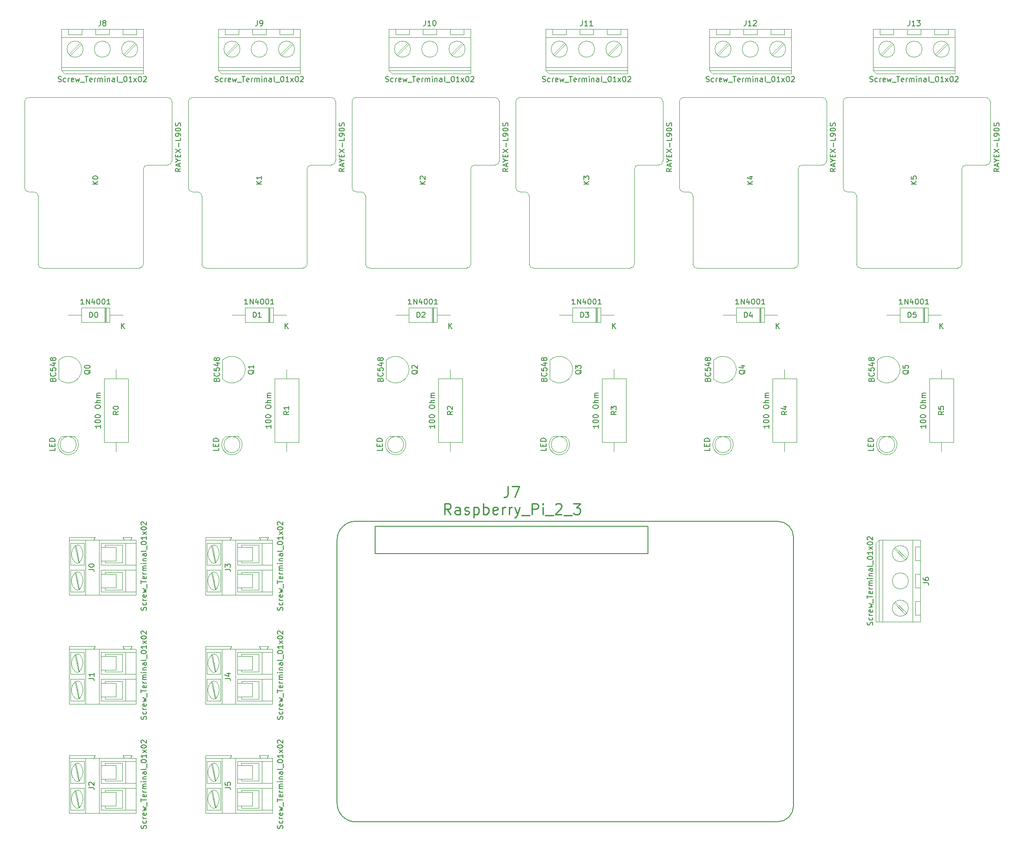
<source format=gbr>
G04 #@! TF.GenerationSoftware,KiCad,Pcbnew,5.1.5+dfsg1-2build2*
G04 #@! TF.CreationDate,2022-02-25T13:27:02+02:00*
G04 #@! TF.ProjectId,relayctl-hat,72656c61-7963-4746-9c2d-6861742e6b69,rev?*
G04 #@! TF.SameCoordinates,Original*
G04 #@! TF.FileFunction,Other,Fab,Top*
%FSLAX46Y46*%
G04 Gerber Fmt 4.6, Leading zero omitted, Abs format (unit mm)*
G04 Created by KiCad (PCBNEW 5.1.5+dfsg1-2build2) date 2022-02-25 13:27:02*
%MOMM*%
%LPD*%
G04 APERTURE LIST*
%ADD10C,0.150000*%
%ADD11C,0.100000*%
%ADD12C,0.250000*%
G04 APERTURE END LIST*
D10*
X138424920Y-133350000D02*
X138424920Y-128270000D01*
X87630000Y-128270000D02*
X87630000Y-133350000D01*
X138430000Y-133350000D02*
X87630000Y-133350000D01*
X87630000Y-128270000D02*
X138430000Y-128270000D01*
X84030000Y-127310000D02*
G75*
G03X80530000Y-130810000I0J-3500000D01*
G01*
X80530000Y-179810000D02*
G75*
G03X84030000Y-183310000I3500000J0D01*
G01*
X84030000Y-183310000D02*
X162530000Y-183310000D01*
X162530000Y-183310000D02*
G75*
G03X165530000Y-180310000I0J3000000D01*
G01*
X165530000Y-180310000D02*
X165530000Y-130310000D01*
X165530000Y-130310000D02*
G75*
G03X162530000Y-127310000I-3000000J0D01*
G01*
X162530000Y-127310000D02*
X84030000Y-127310000D01*
X80530000Y-179810000D02*
X80530000Y-130810000D01*
D11*
X101600000Y-114300000D02*
X101600000Y-112630000D01*
X101600000Y-99060000D02*
X101600000Y-100730000D01*
X103850000Y-112630000D02*
X103850000Y-100730000D01*
X99350000Y-112630000D02*
X103850000Y-112630000D01*
X99350000Y-100730000D02*
X99350000Y-112630000D01*
X103850000Y-100730000D02*
X99350000Y-100730000D01*
X194290000Y-35620000D02*
X191790000Y-35620000D01*
X194290000Y-36620000D02*
X194290000Y-35620000D01*
X191790000Y-36620000D02*
X194290000Y-36620000D01*
X191790000Y-35620000D02*
X191790000Y-36620000D01*
X193995000Y-38232000D02*
X191903000Y-40325000D01*
X194178000Y-38415000D02*
X192086000Y-40508000D01*
X189210000Y-35620000D02*
X186710000Y-35620000D01*
X189210000Y-36620000D02*
X189210000Y-35620000D01*
X186710000Y-36620000D02*
X189210000Y-36620000D01*
X186710000Y-35620000D02*
X186710000Y-36620000D01*
X184130000Y-35620000D02*
X181630000Y-35620000D01*
X184130000Y-36620000D02*
X184130000Y-35620000D01*
X181630000Y-36620000D02*
X184130000Y-36620000D01*
X181630000Y-35620000D02*
X181630000Y-36620000D01*
X183835000Y-38232000D02*
X181742000Y-40325000D01*
X184018000Y-38415000D02*
X181925000Y-40508000D01*
X180340000Y-37120000D02*
X195580000Y-37120000D01*
X180340000Y-42720000D02*
X195580000Y-42720000D01*
X180340000Y-43320000D02*
X195580000Y-43320000D01*
X180340000Y-43320000D02*
X180340000Y-35620000D01*
X180940000Y-43920000D02*
X180340000Y-43320000D01*
X195580000Y-43920000D02*
X180940000Y-43920000D01*
X195580000Y-35620000D02*
X195580000Y-43920000D01*
X180340000Y-35620000D02*
X195580000Y-35620000D01*
X194540000Y-39370000D02*
G75*
G03X194540000Y-39370000I-1500000J0D01*
G01*
X189460000Y-39370000D02*
G75*
G03X189460000Y-39370000I-1500000J0D01*
G01*
X184380000Y-39370000D02*
G75*
G03X184380000Y-39370000I-1500000J0D01*
G01*
X163810000Y-35620000D02*
X161310000Y-35620000D01*
X163810000Y-36620000D02*
X163810000Y-35620000D01*
X161310000Y-36620000D02*
X163810000Y-36620000D01*
X161310000Y-35620000D02*
X161310000Y-36620000D01*
X163515000Y-38232000D02*
X161423000Y-40325000D01*
X163698000Y-38415000D02*
X161606000Y-40508000D01*
X158730000Y-35620000D02*
X156230000Y-35620000D01*
X158730000Y-36620000D02*
X158730000Y-35620000D01*
X156230000Y-36620000D02*
X158730000Y-36620000D01*
X156230000Y-35620000D02*
X156230000Y-36620000D01*
X153650000Y-35620000D02*
X151150000Y-35620000D01*
X153650000Y-36620000D02*
X153650000Y-35620000D01*
X151150000Y-36620000D02*
X153650000Y-36620000D01*
X151150000Y-35620000D02*
X151150000Y-36620000D01*
X153355000Y-38232000D02*
X151262000Y-40325000D01*
X153538000Y-38415000D02*
X151445000Y-40508000D01*
X149860000Y-37120000D02*
X165100000Y-37120000D01*
X149860000Y-42720000D02*
X165100000Y-42720000D01*
X149860000Y-43320000D02*
X165100000Y-43320000D01*
X149860000Y-43320000D02*
X149860000Y-35620000D01*
X150460000Y-43920000D02*
X149860000Y-43320000D01*
X165100000Y-43920000D02*
X150460000Y-43920000D01*
X165100000Y-35620000D02*
X165100000Y-43920000D01*
X149860000Y-35620000D02*
X165100000Y-35620000D01*
X164060000Y-39370000D02*
G75*
G03X164060000Y-39370000I-1500000J0D01*
G01*
X158980000Y-39370000D02*
G75*
G03X158980000Y-39370000I-1500000J0D01*
G01*
X153900000Y-39370000D02*
G75*
G03X153900000Y-39370000I-1500000J0D01*
G01*
X133330000Y-35620000D02*
X130830000Y-35620000D01*
X133330000Y-36620000D02*
X133330000Y-35620000D01*
X130830000Y-36620000D02*
X133330000Y-36620000D01*
X130830000Y-35620000D02*
X130830000Y-36620000D01*
X133035000Y-38232000D02*
X130943000Y-40325000D01*
X133218000Y-38415000D02*
X131126000Y-40508000D01*
X128250000Y-35620000D02*
X125750000Y-35620000D01*
X128250000Y-36620000D02*
X128250000Y-35620000D01*
X125750000Y-36620000D02*
X128250000Y-36620000D01*
X125750000Y-35620000D02*
X125750000Y-36620000D01*
X123170000Y-35620000D02*
X120670000Y-35620000D01*
X123170000Y-36620000D02*
X123170000Y-35620000D01*
X120670000Y-36620000D02*
X123170000Y-36620000D01*
X120670000Y-35620000D02*
X120670000Y-36620000D01*
X122875000Y-38232000D02*
X120782000Y-40325000D01*
X123058000Y-38415000D02*
X120965000Y-40508000D01*
X119380000Y-37120000D02*
X134620000Y-37120000D01*
X119380000Y-42720000D02*
X134620000Y-42720000D01*
X119380000Y-43320000D02*
X134620000Y-43320000D01*
X119380000Y-43320000D02*
X119380000Y-35620000D01*
X119980000Y-43920000D02*
X119380000Y-43320000D01*
X134620000Y-43920000D02*
X119980000Y-43920000D01*
X134620000Y-35620000D02*
X134620000Y-43920000D01*
X119380000Y-35620000D02*
X134620000Y-35620000D01*
X133580000Y-39370000D02*
G75*
G03X133580000Y-39370000I-1500000J0D01*
G01*
X128500000Y-39370000D02*
G75*
G03X128500000Y-39370000I-1500000J0D01*
G01*
X123420000Y-39370000D02*
G75*
G03X123420000Y-39370000I-1500000J0D01*
G01*
X104120000Y-35620000D02*
X101620000Y-35620000D01*
X104120000Y-36620000D02*
X104120000Y-35620000D01*
X101620000Y-36620000D02*
X104120000Y-36620000D01*
X101620000Y-35620000D02*
X101620000Y-36620000D01*
X103825000Y-38232000D02*
X101733000Y-40325000D01*
X104008000Y-38415000D02*
X101916000Y-40508000D01*
X99040000Y-35620000D02*
X96540000Y-35620000D01*
X99040000Y-36620000D02*
X99040000Y-35620000D01*
X96540000Y-36620000D02*
X99040000Y-36620000D01*
X96540000Y-35620000D02*
X96540000Y-36620000D01*
X93960000Y-35620000D02*
X91460000Y-35620000D01*
X93960000Y-36620000D02*
X93960000Y-35620000D01*
X91460000Y-36620000D02*
X93960000Y-36620000D01*
X91460000Y-35620000D02*
X91460000Y-36620000D01*
X93665000Y-38232000D02*
X91572000Y-40325000D01*
X93848000Y-38415000D02*
X91755000Y-40508000D01*
X90170000Y-37120000D02*
X105410000Y-37120000D01*
X90170000Y-42720000D02*
X105410000Y-42720000D01*
X90170000Y-43320000D02*
X105410000Y-43320000D01*
X90170000Y-43320000D02*
X90170000Y-35620000D01*
X90770000Y-43920000D02*
X90170000Y-43320000D01*
X105410000Y-43920000D02*
X90770000Y-43920000D01*
X105410000Y-35620000D02*
X105410000Y-43920000D01*
X90170000Y-35620000D02*
X105410000Y-35620000D01*
X104370000Y-39370000D02*
G75*
G03X104370000Y-39370000I-1500000J0D01*
G01*
X99290000Y-39370000D02*
G75*
G03X99290000Y-39370000I-1500000J0D01*
G01*
X94210000Y-39370000D02*
G75*
G03X94210000Y-39370000I-1500000J0D01*
G01*
X72370000Y-35620000D02*
X69870000Y-35620000D01*
X72370000Y-36620000D02*
X72370000Y-35620000D01*
X69870000Y-36620000D02*
X72370000Y-36620000D01*
X69870000Y-35620000D02*
X69870000Y-36620000D01*
X72075000Y-38232000D02*
X69983000Y-40325000D01*
X72258000Y-38415000D02*
X70166000Y-40508000D01*
X67290000Y-35620000D02*
X64790000Y-35620000D01*
X67290000Y-36620000D02*
X67290000Y-35620000D01*
X64790000Y-36620000D02*
X67290000Y-36620000D01*
X64790000Y-35620000D02*
X64790000Y-36620000D01*
X62210000Y-35620000D02*
X59710000Y-35620000D01*
X62210000Y-36620000D02*
X62210000Y-35620000D01*
X59710000Y-36620000D02*
X62210000Y-36620000D01*
X59710000Y-35620000D02*
X59710000Y-36620000D01*
X61915000Y-38232000D02*
X59822000Y-40325000D01*
X62098000Y-38415000D02*
X60005000Y-40508000D01*
X58420000Y-37120000D02*
X73660000Y-37120000D01*
X58420000Y-42720000D02*
X73660000Y-42720000D01*
X58420000Y-43320000D02*
X73660000Y-43320000D01*
X58420000Y-43320000D02*
X58420000Y-35620000D01*
X59020000Y-43920000D02*
X58420000Y-43320000D01*
X73660000Y-43920000D02*
X59020000Y-43920000D01*
X73660000Y-35620000D02*
X73660000Y-43920000D01*
X58420000Y-35620000D02*
X73660000Y-35620000D01*
X72620000Y-39370000D02*
G75*
G03X72620000Y-39370000I-1500000J0D01*
G01*
X67540000Y-39370000D02*
G75*
G03X67540000Y-39370000I-1500000J0D01*
G01*
X62460000Y-39370000D02*
G75*
G03X62460000Y-39370000I-1500000J0D01*
G01*
X43160000Y-35620000D02*
X40660000Y-35620000D01*
X43160000Y-36620000D02*
X43160000Y-35620000D01*
X40660000Y-36620000D02*
X43160000Y-36620000D01*
X40660000Y-35620000D02*
X40660000Y-36620000D01*
X42865000Y-38232000D02*
X40773000Y-40325000D01*
X43048000Y-38415000D02*
X40956000Y-40508000D01*
X38080000Y-35620000D02*
X35580000Y-35620000D01*
X38080000Y-36620000D02*
X38080000Y-35620000D01*
X35580000Y-36620000D02*
X38080000Y-36620000D01*
X35580000Y-35620000D02*
X35580000Y-36620000D01*
X33000000Y-35620000D02*
X30500000Y-35620000D01*
X33000000Y-36620000D02*
X33000000Y-35620000D01*
X30500000Y-36620000D02*
X33000000Y-36620000D01*
X30500000Y-35620000D02*
X30500000Y-36620000D01*
X32705000Y-38232000D02*
X30612000Y-40325000D01*
X32888000Y-38415000D02*
X30795000Y-40508000D01*
X29210000Y-37120000D02*
X44450000Y-37120000D01*
X29210000Y-42720000D02*
X44450000Y-42720000D01*
X29210000Y-43320000D02*
X44450000Y-43320000D01*
X29210000Y-43320000D02*
X29210000Y-35620000D01*
X29810000Y-43920000D02*
X29210000Y-43320000D01*
X44450000Y-43920000D02*
X29810000Y-43920000D01*
X44450000Y-35620000D02*
X44450000Y-43920000D01*
X29210000Y-35620000D02*
X44450000Y-35620000D01*
X43410000Y-39370000D02*
G75*
G03X43410000Y-39370000I-1500000J0D01*
G01*
X38330000Y-39370000D02*
G75*
G03X38330000Y-39370000I-1500000J0D01*
G01*
X33250000Y-39370000D02*
G75*
G03X33250000Y-39370000I-1500000J0D01*
G01*
X193040000Y-114300000D02*
X193040000Y-112630000D01*
X193040000Y-99060000D02*
X193040000Y-100730000D01*
X195290000Y-112630000D02*
X195290000Y-100730000D01*
X190790000Y-112630000D02*
X195290000Y-112630000D01*
X190790000Y-100730000D02*
X190790000Y-112630000D01*
X195290000Y-100730000D02*
X190790000Y-100730000D01*
X163830000Y-114300000D02*
X163830000Y-112630000D01*
X163830000Y-99060000D02*
X163830000Y-100730000D01*
X166080000Y-112630000D02*
X166080000Y-100730000D01*
X161580000Y-112630000D02*
X166080000Y-112630000D01*
X161580000Y-100730000D02*
X161580000Y-112630000D01*
X166080000Y-100730000D02*
X161580000Y-100730000D01*
X132080000Y-114300000D02*
X132080000Y-112630000D01*
X132080000Y-99060000D02*
X132080000Y-100730000D01*
X134330000Y-112630000D02*
X134330000Y-100730000D01*
X129830000Y-112630000D02*
X134330000Y-112630000D01*
X129830000Y-100730000D02*
X129830000Y-112630000D01*
X134330000Y-100730000D02*
X129830000Y-100730000D01*
X71120000Y-114300000D02*
X71120000Y-112630000D01*
X71120000Y-99060000D02*
X71120000Y-100730000D01*
X73370000Y-112630000D02*
X73370000Y-100730000D01*
X68870000Y-112630000D02*
X73370000Y-112630000D01*
X68870000Y-100730000D02*
X68870000Y-112630000D01*
X73370000Y-100730000D02*
X68870000Y-100730000D01*
X39370000Y-114300000D02*
X39370000Y-112630000D01*
X39370000Y-99060000D02*
X39370000Y-100730000D01*
X41620000Y-112630000D02*
X41620000Y-100730000D01*
X37120000Y-112630000D02*
X41620000Y-112630000D01*
X37120000Y-100730000D02*
X37120000Y-112630000D01*
X41620000Y-100730000D02*
X37120000Y-100730000D01*
X181126375Y-97306375D02*
G75*
G02X185360000Y-99060000I1753625J-1753625D01*
G01*
X181126375Y-100813625D02*
G75*
G03X185360000Y-99060000I1753625J1753625D01*
G01*
X181130000Y-97290000D02*
X181130000Y-100790000D01*
X150646375Y-97306375D02*
G75*
G02X154880000Y-99060000I1753625J-1753625D01*
G01*
X150646375Y-100813625D02*
G75*
G03X154880000Y-99060000I1753625J1753625D01*
G01*
X150650000Y-97290000D02*
X150650000Y-100790000D01*
X120166375Y-97306375D02*
G75*
G02X124400000Y-99060000I1753625J-1753625D01*
G01*
X120166375Y-100813625D02*
G75*
G03X124400000Y-99060000I1753625J1753625D01*
G01*
X120170000Y-97290000D02*
X120170000Y-100790000D01*
X89686375Y-97306375D02*
G75*
G02X93920000Y-99060000I1753625J-1753625D01*
G01*
X89686375Y-100813625D02*
G75*
G03X93920000Y-99060000I1753625J1753625D01*
G01*
X89690000Y-97290000D02*
X89690000Y-100790000D01*
X59206375Y-97306375D02*
G75*
G02X63440000Y-99060000I1753625J-1753625D01*
G01*
X59206375Y-100813625D02*
G75*
G03X63440000Y-99060000I1753625J1753625D01*
G01*
X59210000Y-97290000D02*
X59210000Y-100790000D01*
X28726375Y-97306375D02*
G75*
G02X32960000Y-99060000I1753625J-1753625D01*
G01*
X28726375Y-100813625D02*
G75*
G03X32960000Y-99060000I1753625J1753625D01*
G01*
X28730000Y-97290000D02*
X28730000Y-100790000D01*
X202160000Y-60200000D02*
X202160000Y-49120000D01*
X175520000Y-48360000D02*
X201400000Y-48360000D01*
X177260000Y-79400000D02*
X177260000Y-66720000D01*
X178020000Y-80160000D02*
X196100000Y-80160000D01*
X174760000Y-65200000D02*
X174760000Y-49120000D01*
X175520000Y-65960000D02*
X176500000Y-65960000D01*
X197620000Y-60960000D02*
X201400000Y-60960000D01*
X196860000Y-79400000D02*
X196860000Y-61720000D01*
X175520000Y-65960000D02*
G75*
G02X174760000Y-65200000I0J760000D01*
G01*
X176500000Y-65960000D02*
G75*
G02X177260000Y-66720000I0J-760000D01*
G01*
X178020000Y-80160000D02*
G75*
G02X177260000Y-79400000I0J760000D01*
G01*
X196860000Y-79400000D02*
G75*
G02X196100000Y-80160000I-760000J0D01*
G01*
X196860000Y-61720000D02*
G75*
G02X197620000Y-60960000I760000J0D01*
G01*
X202160000Y-60200000D02*
G75*
G02X201400000Y-60960000I-760000J0D01*
G01*
X201400000Y-48360000D02*
G75*
G02X202160000Y-49120000I0J-760000D01*
G01*
X174760000Y-49120000D02*
G75*
G02X175520000Y-48360000I760000J0D01*
G01*
X171680000Y-60200000D02*
X171680000Y-49120000D01*
X145040000Y-48360000D02*
X170920000Y-48360000D01*
X146780000Y-79400000D02*
X146780000Y-66720000D01*
X147540000Y-80160000D02*
X165620000Y-80160000D01*
X144280000Y-65200000D02*
X144280000Y-49120000D01*
X145040000Y-65960000D02*
X146020000Y-65960000D01*
X167140000Y-60960000D02*
X170920000Y-60960000D01*
X166380000Y-79400000D02*
X166380000Y-61720000D01*
X145040000Y-65960000D02*
G75*
G02X144280000Y-65200000I0J760000D01*
G01*
X146020000Y-65960000D02*
G75*
G02X146780000Y-66720000I0J-760000D01*
G01*
X147540000Y-80160000D02*
G75*
G02X146780000Y-79400000I0J760000D01*
G01*
X166380000Y-79400000D02*
G75*
G02X165620000Y-80160000I-760000J0D01*
G01*
X166380000Y-61720000D02*
G75*
G02X167140000Y-60960000I760000J0D01*
G01*
X171680000Y-60200000D02*
G75*
G02X170920000Y-60960000I-760000J0D01*
G01*
X170920000Y-48360000D02*
G75*
G02X171680000Y-49120000I0J-760000D01*
G01*
X144280000Y-49120000D02*
G75*
G02X145040000Y-48360000I760000J0D01*
G01*
X141200000Y-60200000D02*
X141200000Y-49120000D01*
X114560000Y-48360000D02*
X140440000Y-48360000D01*
X116300000Y-79400000D02*
X116300000Y-66720000D01*
X117060000Y-80160000D02*
X135140000Y-80160000D01*
X113800000Y-65200000D02*
X113800000Y-49120000D01*
X114560000Y-65960000D02*
X115540000Y-65960000D01*
X136660000Y-60960000D02*
X140440000Y-60960000D01*
X135900000Y-79400000D02*
X135900000Y-61720000D01*
X114560000Y-65960000D02*
G75*
G02X113800000Y-65200000I0J760000D01*
G01*
X115540000Y-65960000D02*
G75*
G02X116300000Y-66720000I0J-760000D01*
G01*
X117060000Y-80160000D02*
G75*
G02X116300000Y-79400000I0J760000D01*
G01*
X135900000Y-79400000D02*
G75*
G02X135140000Y-80160000I-760000J0D01*
G01*
X135900000Y-61720000D02*
G75*
G02X136660000Y-60960000I760000J0D01*
G01*
X141200000Y-60200000D02*
G75*
G02X140440000Y-60960000I-760000J0D01*
G01*
X140440000Y-48360000D02*
G75*
G02X141200000Y-49120000I0J-760000D01*
G01*
X113800000Y-49120000D02*
G75*
G02X114560000Y-48360000I760000J0D01*
G01*
X110720000Y-60200000D02*
X110720000Y-49120000D01*
X84080000Y-48360000D02*
X109960000Y-48360000D01*
X85820000Y-79400000D02*
X85820000Y-66720000D01*
X86580000Y-80160000D02*
X104660000Y-80160000D01*
X83320000Y-65200000D02*
X83320000Y-49120000D01*
X84080000Y-65960000D02*
X85060000Y-65960000D01*
X106180000Y-60960000D02*
X109960000Y-60960000D01*
X105420000Y-79400000D02*
X105420000Y-61720000D01*
X84080000Y-65960000D02*
G75*
G02X83320000Y-65200000I0J760000D01*
G01*
X85060000Y-65960000D02*
G75*
G02X85820000Y-66720000I0J-760000D01*
G01*
X86580000Y-80160000D02*
G75*
G02X85820000Y-79400000I0J760000D01*
G01*
X105420000Y-79400000D02*
G75*
G02X104660000Y-80160000I-760000J0D01*
G01*
X105420000Y-61720000D02*
G75*
G02X106180000Y-60960000I760000J0D01*
G01*
X110720000Y-60200000D02*
G75*
G02X109960000Y-60960000I-760000J0D01*
G01*
X109960000Y-48360000D02*
G75*
G02X110720000Y-49120000I0J-760000D01*
G01*
X83320000Y-49120000D02*
G75*
G02X84080000Y-48360000I760000J0D01*
G01*
X80240000Y-60200000D02*
X80240000Y-49120000D01*
X53600000Y-48360000D02*
X79480000Y-48360000D01*
X55340000Y-79400000D02*
X55340000Y-66720000D01*
X56100000Y-80160000D02*
X74180000Y-80160000D01*
X52840000Y-65200000D02*
X52840000Y-49120000D01*
X53600000Y-65960000D02*
X54580000Y-65960000D01*
X75700000Y-60960000D02*
X79480000Y-60960000D01*
X74940000Y-79400000D02*
X74940000Y-61720000D01*
X53600000Y-65960000D02*
G75*
G02X52840000Y-65200000I0J760000D01*
G01*
X54580000Y-65960000D02*
G75*
G02X55340000Y-66720000I0J-760000D01*
G01*
X56100000Y-80160000D02*
G75*
G02X55340000Y-79400000I0J760000D01*
G01*
X74940000Y-79400000D02*
G75*
G02X74180000Y-80160000I-760000J0D01*
G01*
X74940000Y-61720000D02*
G75*
G02X75700000Y-60960000I760000J0D01*
G01*
X80240000Y-60200000D02*
G75*
G02X79480000Y-60960000I-760000J0D01*
G01*
X79480000Y-48360000D02*
G75*
G02X80240000Y-49120000I0J-760000D01*
G01*
X52840000Y-49120000D02*
G75*
G02X53600000Y-48360000I760000J0D01*
G01*
X49760000Y-60200000D02*
X49760000Y-49120000D01*
X23120000Y-48360000D02*
X49000000Y-48360000D01*
X24860000Y-79400000D02*
X24860000Y-66720000D01*
X25620000Y-80160000D02*
X43700000Y-80160000D01*
X22360000Y-65200000D02*
X22360000Y-49120000D01*
X23120000Y-65960000D02*
X24100000Y-65960000D01*
X45220000Y-60960000D02*
X49000000Y-60960000D01*
X44460000Y-79400000D02*
X44460000Y-61720000D01*
X23120000Y-65960000D02*
G75*
G02X22360000Y-65200000I0J760000D01*
G01*
X24100000Y-65960000D02*
G75*
G02X24860000Y-66720000I0J-760000D01*
G01*
X25620000Y-80160000D02*
G75*
G02X24860000Y-79400000I0J760000D01*
G01*
X44460000Y-79400000D02*
G75*
G02X43700000Y-80160000I-760000J0D01*
G01*
X44460000Y-61720000D02*
G75*
G02X45220000Y-60960000I760000J0D01*
G01*
X49760000Y-60200000D02*
G75*
G02X49000000Y-60960000I-760000J0D01*
G01*
X49000000Y-48360000D02*
G75*
G02X49760000Y-49120000I0J-760000D01*
G01*
X22360000Y-49120000D02*
G75*
G02X23120000Y-48360000I760000J0D01*
G01*
X189170000Y-144760000D02*
X189170000Y-142260000D01*
X188170000Y-144760000D02*
X189170000Y-144760000D01*
X188170000Y-142260000D02*
X188170000Y-144760000D01*
X189170000Y-142260000D02*
X188170000Y-142260000D01*
X186558000Y-144465000D02*
X184465000Y-142373000D01*
X186375000Y-144648000D02*
X184282000Y-142556000D01*
X189170000Y-139680000D02*
X189170000Y-137180000D01*
X188170000Y-139680000D02*
X189170000Y-139680000D01*
X188170000Y-137180000D02*
X188170000Y-139680000D01*
X189170000Y-137180000D02*
X188170000Y-137180000D01*
X189170000Y-134600000D02*
X189170000Y-132100000D01*
X188170000Y-134600000D02*
X189170000Y-134600000D01*
X188170000Y-132100000D02*
X188170000Y-134600000D01*
X189170000Y-132100000D02*
X188170000Y-132100000D01*
X186558000Y-134305000D02*
X184465000Y-132212000D01*
X186375000Y-134488000D02*
X184282000Y-132395000D01*
X187670000Y-130810000D02*
X187670000Y-146050000D01*
X182070000Y-130810000D02*
X182070000Y-146050000D01*
X181470000Y-130810000D02*
X181470000Y-146050000D01*
X181470000Y-130810000D02*
X189170000Y-130810000D01*
X180870000Y-131410000D02*
X181470000Y-130810000D01*
X180870000Y-146050000D02*
X180870000Y-131410000D01*
X189170000Y-146050000D02*
X180870000Y-146050000D01*
X189170000Y-130810000D02*
X189170000Y-146050000D01*
X186920000Y-143510000D02*
G75*
G03X186920000Y-143510000I-1500000J0D01*
G01*
X186920000Y-138430000D02*
G75*
G03X186920000Y-138430000I-1500000J0D01*
G01*
X186920000Y-133350000D02*
G75*
G03X186920000Y-133350000I-1500000J0D01*
G01*
X57171301Y-180632972D02*
G75*
G03X58100000Y-180490000I408699J432972D01*
G01*
X57158466Y-177530024D02*
G75*
G03X57230000Y-180690000I1361534J-1549976D01*
G01*
X58071418Y-180529829D02*
G75*
G03X58110000Y-177540000I-1911418J1519829D01*
G01*
X58143996Y-177584380D02*
G75*
G03X57180000Y-177540000I-503996J-455620D01*
G01*
X57171301Y-175632972D02*
G75*
G03X58100000Y-175490000I408699J432972D01*
G01*
X57168313Y-172531761D02*
G75*
G03X57230000Y-175680000I1351687J-1548239D01*
G01*
X58061737Y-175522333D02*
G75*
G03X58110000Y-172540000I-1901737J1522333D01*
G01*
X58153995Y-172584468D02*
G75*
G03X57180000Y-172530000I-513995J-455532D01*
G01*
X61980000Y-175710000D02*
X61980000Y-172400000D01*
X61980000Y-176090000D02*
X61980000Y-175710000D01*
X61980000Y-172020000D02*
X61980000Y-172400000D01*
X61590000Y-172400000D02*
X61590000Y-175710000D01*
X61590000Y-171460000D02*
X61590000Y-172400000D01*
X61590000Y-177410000D02*
X61590000Y-175710000D01*
X61590000Y-180710000D02*
X61590000Y-177410000D01*
X61590000Y-181650000D02*
X61590000Y-180710000D01*
X61980000Y-177410000D02*
X61980000Y-180710000D01*
X61980000Y-177030000D02*
X61980000Y-177410000D01*
X61980000Y-181090000D02*
X61980000Y-180710000D01*
X57910000Y-180560000D02*
X57280000Y-177510000D01*
X57780000Y-180690000D02*
X57150000Y-177630000D01*
X57910000Y-175550000D02*
X57280000Y-172510000D01*
X57780000Y-175680000D02*
X57150000Y-172630000D01*
X56260000Y-177030000D02*
X56260000Y-181090000D01*
X58800000Y-181090000D02*
X56260000Y-181090000D01*
X58800000Y-177030000D02*
X58800000Y-181090000D01*
X58800000Y-177030000D02*
X56260000Y-177030000D01*
X58800000Y-172020000D02*
X58800000Y-176090000D01*
X56260000Y-172020000D02*
X58800000Y-172020000D01*
X56260000Y-176090000D02*
X56260000Y-172020000D01*
X58800000Y-176090000D02*
X56260000Y-176090000D01*
X59060000Y-171460000D02*
X60580000Y-171460000D01*
X59060000Y-181650000D02*
X56010000Y-181650000D01*
X59060000Y-181650000D02*
X59060000Y-171460000D01*
X61590000Y-171460000D02*
X66290000Y-171460000D01*
X60580000Y-171460000D02*
X61590000Y-171460000D01*
X61590000Y-181650000D02*
X59060000Y-181650000D01*
X68450000Y-181650000D02*
X61590000Y-181650000D01*
X62740000Y-172400000D02*
X62740000Y-172790000D01*
X62740000Y-175710000D02*
X62740000Y-175330000D01*
X62740000Y-177410000D02*
X62740000Y-177790000D01*
X62740000Y-180710000D02*
X62740000Y-180330000D01*
X65910000Y-180710000D02*
X62740000Y-180710000D01*
X65910000Y-177410000D02*
X65910000Y-180710000D01*
X65910000Y-177410000D02*
X62740000Y-177410000D01*
X65910000Y-175710000D02*
X62740000Y-175710000D01*
X65910000Y-172400000D02*
X65910000Y-175710000D01*
X65910000Y-172400000D02*
X62740000Y-172400000D01*
X66550000Y-181090000D02*
X68450000Y-181090000D01*
X66550000Y-177030000D02*
X61980000Y-177030000D01*
X66550000Y-177030000D02*
X66550000Y-181090000D01*
X66550000Y-172020000D02*
X68450000Y-172020000D01*
X66550000Y-176090000D02*
X61980000Y-176090000D01*
X66550000Y-176090000D02*
X66550000Y-172020000D01*
X68450000Y-181090000D02*
X68450000Y-177030000D01*
X68450000Y-181650000D02*
X68450000Y-181090000D01*
X61980000Y-181090000D02*
X66550000Y-181090000D01*
X68450000Y-177030000D02*
X68450000Y-176090000D01*
X68450000Y-177030000D02*
X66550000Y-177030000D01*
X68450000Y-172020000D02*
X68450000Y-171460000D01*
X68450000Y-176090000D02*
X68450000Y-172020000D01*
X61980000Y-172020000D02*
X66550000Y-172020000D01*
X68450000Y-176090000D02*
X66550000Y-176090000D01*
X66040000Y-170960000D02*
X67690000Y-170960000D01*
X66290000Y-171460000D02*
X67440000Y-171460000D01*
X66040000Y-170960000D02*
X66290000Y-171460000D01*
X67440000Y-171460000D02*
X68450000Y-171460000D01*
X67690000Y-170960000D02*
X67440000Y-171460000D01*
X60830000Y-170960000D02*
X60580000Y-171460000D01*
X56010000Y-170960000D02*
X60830000Y-170960000D01*
X56010000Y-171460000D02*
X56010000Y-170960000D01*
X56010000Y-171460000D02*
X56010000Y-181650000D01*
X56010000Y-171460000D02*
X59060000Y-171460000D01*
X64770000Y-175330000D02*
X61980000Y-175330000D01*
X61980000Y-175330000D02*
X61980000Y-172790000D01*
X64770000Y-172790000D02*
X61980000Y-172790000D01*
X64770000Y-175330000D02*
X64770000Y-172790000D01*
X64770000Y-180330000D02*
X61980000Y-180330000D01*
X61980000Y-180330000D02*
X61980000Y-177790000D01*
X64770000Y-177790000D02*
X61980000Y-177790000D01*
X64770000Y-180330000D02*
X64770000Y-177790000D01*
X57171301Y-160312972D02*
G75*
G03X58100000Y-160170000I408699J432972D01*
G01*
X57158466Y-157210024D02*
G75*
G03X57230000Y-160370000I1361534J-1549976D01*
G01*
X58071418Y-160209829D02*
G75*
G03X58110000Y-157220000I-1911418J1519829D01*
G01*
X58143996Y-157264380D02*
G75*
G03X57180000Y-157220000I-503996J-455620D01*
G01*
X57171301Y-155312972D02*
G75*
G03X58100000Y-155170000I408699J432972D01*
G01*
X57168313Y-152211761D02*
G75*
G03X57230000Y-155360000I1351687J-1548239D01*
G01*
X58061737Y-155202333D02*
G75*
G03X58110000Y-152220000I-1901737J1522333D01*
G01*
X58153995Y-152264468D02*
G75*
G03X57180000Y-152210000I-513995J-455532D01*
G01*
X61980000Y-155390000D02*
X61980000Y-152080000D01*
X61980000Y-155770000D02*
X61980000Y-155390000D01*
X61980000Y-151700000D02*
X61980000Y-152080000D01*
X61590000Y-152080000D02*
X61590000Y-155390000D01*
X61590000Y-151140000D02*
X61590000Y-152080000D01*
X61590000Y-157090000D02*
X61590000Y-155390000D01*
X61590000Y-160390000D02*
X61590000Y-157090000D01*
X61590000Y-161330000D02*
X61590000Y-160390000D01*
X61980000Y-157090000D02*
X61980000Y-160390000D01*
X61980000Y-156710000D02*
X61980000Y-157090000D01*
X61980000Y-160770000D02*
X61980000Y-160390000D01*
X57910000Y-160240000D02*
X57280000Y-157190000D01*
X57780000Y-160370000D02*
X57150000Y-157310000D01*
X57910000Y-155230000D02*
X57280000Y-152190000D01*
X57780000Y-155360000D02*
X57150000Y-152310000D01*
X56260000Y-156710000D02*
X56260000Y-160770000D01*
X58800000Y-160770000D02*
X56260000Y-160770000D01*
X58800000Y-156710000D02*
X58800000Y-160770000D01*
X58800000Y-156710000D02*
X56260000Y-156710000D01*
X58800000Y-151700000D02*
X58800000Y-155770000D01*
X56260000Y-151700000D02*
X58800000Y-151700000D01*
X56260000Y-155770000D02*
X56260000Y-151700000D01*
X58800000Y-155770000D02*
X56260000Y-155770000D01*
X59060000Y-151140000D02*
X60580000Y-151140000D01*
X59060000Y-161330000D02*
X56010000Y-161330000D01*
X59060000Y-161330000D02*
X59060000Y-151140000D01*
X61590000Y-151140000D02*
X66290000Y-151140000D01*
X60580000Y-151140000D02*
X61590000Y-151140000D01*
X61590000Y-161330000D02*
X59060000Y-161330000D01*
X68450000Y-161330000D02*
X61590000Y-161330000D01*
X62740000Y-152080000D02*
X62740000Y-152470000D01*
X62740000Y-155390000D02*
X62740000Y-155010000D01*
X62740000Y-157090000D02*
X62740000Y-157470000D01*
X62740000Y-160390000D02*
X62740000Y-160010000D01*
X65910000Y-160390000D02*
X62740000Y-160390000D01*
X65910000Y-157090000D02*
X65910000Y-160390000D01*
X65910000Y-157090000D02*
X62740000Y-157090000D01*
X65910000Y-155390000D02*
X62740000Y-155390000D01*
X65910000Y-152080000D02*
X65910000Y-155390000D01*
X65910000Y-152080000D02*
X62740000Y-152080000D01*
X66550000Y-160770000D02*
X68450000Y-160770000D01*
X66550000Y-156710000D02*
X61980000Y-156710000D01*
X66550000Y-156710000D02*
X66550000Y-160770000D01*
X66550000Y-151700000D02*
X68450000Y-151700000D01*
X66550000Y-155770000D02*
X61980000Y-155770000D01*
X66550000Y-155770000D02*
X66550000Y-151700000D01*
X68450000Y-160770000D02*
X68450000Y-156710000D01*
X68450000Y-161330000D02*
X68450000Y-160770000D01*
X61980000Y-160770000D02*
X66550000Y-160770000D01*
X68450000Y-156710000D02*
X68450000Y-155770000D01*
X68450000Y-156710000D02*
X66550000Y-156710000D01*
X68450000Y-151700000D02*
X68450000Y-151140000D01*
X68450000Y-155770000D02*
X68450000Y-151700000D01*
X61980000Y-151700000D02*
X66550000Y-151700000D01*
X68450000Y-155770000D02*
X66550000Y-155770000D01*
X66040000Y-150640000D02*
X67690000Y-150640000D01*
X66290000Y-151140000D02*
X67440000Y-151140000D01*
X66040000Y-150640000D02*
X66290000Y-151140000D01*
X67440000Y-151140000D02*
X68450000Y-151140000D01*
X67690000Y-150640000D02*
X67440000Y-151140000D01*
X60830000Y-150640000D02*
X60580000Y-151140000D01*
X56010000Y-150640000D02*
X60830000Y-150640000D01*
X56010000Y-151140000D02*
X56010000Y-150640000D01*
X56010000Y-151140000D02*
X56010000Y-161330000D01*
X56010000Y-151140000D02*
X59060000Y-151140000D01*
X64770000Y-155010000D02*
X61980000Y-155010000D01*
X61980000Y-155010000D02*
X61980000Y-152470000D01*
X64770000Y-152470000D02*
X61980000Y-152470000D01*
X64770000Y-155010000D02*
X64770000Y-152470000D01*
X64770000Y-160010000D02*
X61980000Y-160010000D01*
X61980000Y-160010000D02*
X61980000Y-157470000D01*
X64770000Y-157470000D02*
X61980000Y-157470000D01*
X64770000Y-160010000D02*
X64770000Y-157470000D01*
X57171301Y-139992972D02*
G75*
G03X58100000Y-139850000I408699J432972D01*
G01*
X57158466Y-136890024D02*
G75*
G03X57230000Y-140050000I1361534J-1549976D01*
G01*
X58071418Y-139889829D02*
G75*
G03X58110000Y-136900000I-1911418J1519829D01*
G01*
X58143996Y-136944380D02*
G75*
G03X57180000Y-136900000I-503996J-455620D01*
G01*
X57171301Y-134992972D02*
G75*
G03X58100000Y-134850000I408699J432972D01*
G01*
X57168313Y-131891761D02*
G75*
G03X57230000Y-135040000I1351687J-1548239D01*
G01*
X58061737Y-134882333D02*
G75*
G03X58110000Y-131900000I-1901737J1522333D01*
G01*
X58153995Y-131944468D02*
G75*
G03X57180000Y-131890000I-513995J-455532D01*
G01*
X61980000Y-135070000D02*
X61980000Y-131760000D01*
X61980000Y-135450000D02*
X61980000Y-135070000D01*
X61980000Y-131380000D02*
X61980000Y-131760000D01*
X61590000Y-131760000D02*
X61590000Y-135070000D01*
X61590000Y-130820000D02*
X61590000Y-131760000D01*
X61590000Y-136770000D02*
X61590000Y-135070000D01*
X61590000Y-140070000D02*
X61590000Y-136770000D01*
X61590000Y-141010000D02*
X61590000Y-140070000D01*
X61980000Y-136770000D02*
X61980000Y-140070000D01*
X61980000Y-136390000D02*
X61980000Y-136770000D01*
X61980000Y-140450000D02*
X61980000Y-140070000D01*
X57910000Y-139920000D02*
X57280000Y-136870000D01*
X57780000Y-140050000D02*
X57150000Y-136990000D01*
X57910000Y-134910000D02*
X57280000Y-131870000D01*
X57780000Y-135040000D02*
X57150000Y-131990000D01*
X56260000Y-136390000D02*
X56260000Y-140450000D01*
X58800000Y-140450000D02*
X56260000Y-140450000D01*
X58800000Y-136390000D02*
X58800000Y-140450000D01*
X58800000Y-136390000D02*
X56260000Y-136390000D01*
X58800000Y-131380000D02*
X58800000Y-135450000D01*
X56260000Y-131380000D02*
X58800000Y-131380000D01*
X56260000Y-135450000D02*
X56260000Y-131380000D01*
X58800000Y-135450000D02*
X56260000Y-135450000D01*
X59060000Y-130820000D02*
X60580000Y-130820000D01*
X59060000Y-141010000D02*
X56010000Y-141010000D01*
X59060000Y-141010000D02*
X59060000Y-130820000D01*
X61590000Y-130820000D02*
X66290000Y-130820000D01*
X60580000Y-130820000D02*
X61590000Y-130820000D01*
X61590000Y-141010000D02*
X59060000Y-141010000D01*
X68450000Y-141010000D02*
X61590000Y-141010000D01*
X62740000Y-131760000D02*
X62740000Y-132150000D01*
X62740000Y-135070000D02*
X62740000Y-134690000D01*
X62740000Y-136770000D02*
X62740000Y-137150000D01*
X62740000Y-140070000D02*
X62740000Y-139690000D01*
X65910000Y-140070000D02*
X62740000Y-140070000D01*
X65910000Y-136770000D02*
X65910000Y-140070000D01*
X65910000Y-136770000D02*
X62740000Y-136770000D01*
X65910000Y-135070000D02*
X62740000Y-135070000D01*
X65910000Y-131760000D02*
X65910000Y-135070000D01*
X65910000Y-131760000D02*
X62740000Y-131760000D01*
X66550000Y-140450000D02*
X68450000Y-140450000D01*
X66550000Y-136390000D02*
X61980000Y-136390000D01*
X66550000Y-136390000D02*
X66550000Y-140450000D01*
X66550000Y-131380000D02*
X68450000Y-131380000D01*
X66550000Y-135450000D02*
X61980000Y-135450000D01*
X66550000Y-135450000D02*
X66550000Y-131380000D01*
X68450000Y-140450000D02*
X68450000Y-136390000D01*
X68450000Y-141010000D02*
X68450000Y-140450000D01*
X61980000Y-140450000D02*
X66550000Y-140450000D01*
X68450000Y-136390000D02*
X68450000Y-135450000D01*
X68450000Y-136390000D02*
X66550000Y-136390000D01*
X68450000Y-131380000D02*
X68450000Y-130820000D01*
X68450000Y-135450000D02*
X68450000Y-131380000D01*
X61980000Y-131380000D02*
X66550000Y-131380000D01*
X68450000Y-135450000D02*
X66550000Y-135450000D01*
X66040000Y-130320000D02*
X67690000Y-130320000D01*
X66290000Y-130820000D02*
X67440000Y-130820000D01*
X66040000Y-130320000D02*
X66290000Y-130820000D01*
X67440000Y-130820000D02*
X68450000Y-130820000D01*
X67690000Y-130320000D02*
X67440000Y-130820000D01*
X60830000Y-130320000D02*
X60580000Y-130820000D01*
X56010000Y-130320000D02*
X60830000Y-130320000D01*
X56010000Y-130820000D02*
X56010000Y-130320000D01*
X56010000Y-130820000D02*
X56010000Y-141010000D01*
X56010000Y-130820000D02*
X59060000Y-130820000D01*
X64770000Y-134690000D02*
X61980000Y-134690000D01*
X61980000Y-134690000D02*
X61980000Y-132150000D01*
X64770000Y-132150000D02*
X61980000Y-132150000D01*
X64770000Y-134690000D02*
X64770000Y-132150000D01*
X64770000Y-139690000D02*
X61980000Y-139690000D01*
X61980000Y-139690000D02*
X61980000Y-137150000D01*
X64770000Y-137150000D02*
X61980000Y-137150000D01*
X64770000Y-139690000D02*
X64770000Y-137150000D01*
X31771301Y-180632972D02*
G75*
G03X32700000Y-180490000I408699J432972D01*
G01*
X31758466Y-177530024D02*
G75*
G03X31830000Y-180690000I1361534J-1549976D01*
G01*
X32671418Y-180529829D02*
G75*
G03X32710000Y-177540000I-1911418J1519829D01*
G01*
X32743996Y-177584380D02*
G75*
G03X31780000Y-177540000I-503996J-455620D01*
G01*
X31771301Y-175632972D02*
G75*
G03X32700000Y-175490000I408699J432972D01*
G01*
X31768313Y-172531761D02*
G75*
G03X31830000Y-175680000I1351687J-1548239D01*
G01*
X32661737Y-175522333D02*
G75*
G03X32710000Y-172540000I-1901737J1522333D01*
G01*
X32753995Y-172584468D02*
G75*
G03X31780000Y-172530000I-513995J-455532D01*
G01*
X36580000Y-175710000D02*
X36580000Y-172400000D01*
X36580000Y-176090000D02*
X36580000Y-175710000D01*
X36580000Y-172020000D02*
X36580000Y-172400000D01*
X36190000Y-172400000D02*
X36190000Y-175710000D01*
X36190000Y-171460000D02*
X36190000Y-172400000D01*
X36190000Y-177410000D02*
X36190000Y-175710000D01*
X36190000Y-180710000D02*
X36190000Y-177410000D01*
X36190000Y-181650000D02*
X36190000Y-180710000D01*
X36580000Y-177410000D02*
X36580000Y-180710000D01*
X36580000Y-177030000D02*
X36580000Y-177410000D01*
X36580000Y-181090000D02*
X36580000Y-180710000D01*
X32510000Y-180560000D02*
X31880000Y-177510000D01*
X32380000Y-180690000D02*
X31750000Y-177630000D01*
X32510000Y-175550000D02*
X31880000Y-172510000D01*
X32380000Y-175680000D02*
X31750000Y-172630000D01*
X30860000Y-177030000D02*
X30860000Y-181090000D01*
X33400000Y-181090000D02*
X30860000Y-181090000D01*
X33400000Y-177030000D02*
X33400000Y-181090000D01*
X33400000Y-177030000D02*
X30860000Y-177030000D01*
X33400000Y-172020000D02*
X33400000Y-176090000D01*
X30860000Y-172020000D02*
X33400000Y-172020000D01*
X30860000Y-176090000D02*
X30860000Y-172020000D01*
X33400000Y-176090000D02*
X30860000Y-176090000D01*
X33660000Y-171460000D02*
X35180000Y-171460000D01*
X33660000Y-181650000D02*
X30610000Y-181650000D01*
X33660000Y-181650000D02*
X33660000Y-171460000D01*
X36190000Y-171460000D02*
X40890000Y-171460000D01*
X35180000Y-171460000D02*
X36190000Y-171460000D01*
X36190000Y-181650000D02*
X33660000Y-181650000D01*
X43050000Y-181650000D02*
X36190000Y-181650000D01*
X37340000Y-172400000D02*
X37340000Y-172790000D01*
X37340000Y-175710000D02*
X37340000Y-175330000D01*
X37340000Y-177410000D02*
X37340000Y-177790000D01*
X37340000Y-180710000D02*
X37340000Y-180330000D01*
X40510000Y-180710000D02*
X37340000Y-180710000D01*
X40510000Y-177410000D02*
X40510000Y-180710000D01*
X40510000Y-177410000D02*
X37340000Y-177410000D01*
X40510000Y-175710000D02*
X37340000Y-175710000D01*
X40510000Y-172400000D02*
X40510000Y-175710000D01*
X40510000Y-172400000D02*
X37340000Y-172400000D01*
X41150000Y-181090000D02*
X43050000Y-181090000D01*
X41150000Y-177030000D02*
X36580000Y-177030000D01*
X41150000Y-177030000D02*
X41150000Y-181090000D01*
X41150000Y-172020000D02*
X43050000Y-172020000D01*
X41150000Y-176090000D02*
X36580000Y-176090000D01*
X41150000Y-176090000D02*
X41150000Y-172020000D01*
X43050000Y-181090000D02*
X43050000Y-177030000D01*
X43050000Y-181650000D02*
X43050000Y-181090000D01*
X36580000Y-181090000D02*
X41150000Y-181090000D01*
X43050000Y-177030000D02*
X43050000Y-176090000D01*
X43050000Y-177030000D02*
X41150000Y-177030000D01*
X43050000Y-172020000D02*
X43050000Y-171460000D01*
X43050000Y-176090000D02*
X43050000Y-172020000D01*
X36580000Y-172020000D02*
X41150000Y-172020000D01*
X43050000Y-176090000D02*
X41150000Y-176090000D01*
X40640000Y-170960000D02*
X42290000Y-170960000D01*
X40890000Y-171460000D02*
X42040000Y-171460000D01*
X40640000Y-170960000D02*
X40890000Y-171460000D01*
X42040000Y-171460000D02*
X43050000Y-171460000D01*
X42290000Y-170960000D02*
X42040000Y-171460000D01*
X35430000Y-170960000D02*
X35180000Y-171460000D01*
X30610000Y-170960000D02*
X35430000Y-170960000D01*
X30610000Y-171460000D02*
X30610000Y-170960000D01*
X30610000Y-171460000D02*
X30610000Y-181650000D01*
X30610000Y-171460000D02*
X33660000Y-171460000D01*
X39370000Y-175330000D02*
X36580000Y-175330000D01*
X36580000Y-175330000D02*
X36580000Y-172790000D01*
X39370000Y-172790000D02*
X36580000Y-172790000D01*
X39370000Y-175330000D02*
X39370000Y-172790000D01*
X39370000Y-180330000D02*
X36580000Y-180330000D01*
X36580000Y-180330000D02*
X36580000Y-177790000D01*
X39370000Y-177790000D02*
X36580000Y-177790000D01*
X39370000Y-180330000D02*
X39370000Y-177790000D01*
X31771301Y-160312972D02*
G75*
G03X32700000Y-160170000I408699J432972D01*
G01*
X31758466Y-157210024D02*
G75*
G03X31830000Y-160370000I1361534J-1549976D01*
G01*
X32671418Y-160209829D02*
G75*
G03X32710000Y-157220000I-1911418J1519829D01*
G01*
X32743996Y-157264380D02*
G75*
G03X31780000Y-157220000I-503996J-455620D01*
G01*
X31771301Y-155312972D02*
G75*
G03X32700000Y-155170000I408699J432972D01*
G01*
X31768313Y-152211761D02*
G75*
G03X31830000Y-155360000I1351687J-1548239D01*
G01*
X32661737Y-155202333D02*
G75*
G03X32710000Y-152220000I-1901737J1522333D01*
G01*
X32753995Y-152264468D02*
G75*
G03X31780000Y-152210000I-513995J-455532D01*
G01*
X36580000Y-155390000D02*
X36580000Y-152080000D01*
X36580000Y-155770000D02*
X36580000Y-155390000D01*
X36580000Y-151700000D02*
X36580000Y-152080000D01*
X36190000Y-152080000D02*
X36190000Y-155390000D01*
X36190000Y-151140000D02*
X36190000Y-152080000D01*
X36190000Y-157090000D02*
X36190000Y-155390000D01*
X36190000Y-160390000D02*
X36190000Y-157090000D01*
X36190000Y-161330000D02*
X36190000Y-160390000D01*
X36580000Y-157090000D02*
X36580000Y-160390000D01*
X36580000Y-156710000D02*
X36580000Y-157090000D01*
X36580000Y-160770000D02*
X36580000Y-160390000D01*
X32510000Y-160240000D02*
X31880000Y-157190000D01*
X32380000Y-160370000D02*
X31750000Y-157310000D01*
X32510000Y-155230000D02*
X31880000Y-152190000D01*
X32380000Y-155360000D02*
X31750000Y-152310000D01*
X30860000Y-156710000D02*
X30860000Y-160770000D01*
X33400000Y-160770000D02*
X30860000Y-160770000D01*
X33400000Y-156710000D02*
X33400000Y-160770000D01*
X33400000Y-156710000D02*
X30860000Y-156710000D01*
X33400000Y-151700000D02*
X33400000Y-155770000D01*
X30860000Y-151700000D02*
X33400000Y-151700000D01*
X30860000Y-155770000D02*
X30860000Y-151700000D01*
X33400000Y-155770000D02*
X30860000Y-155770000D01*
X33660000Y-151140000D02*
X35180000Y-151140000D01*
X33660000Y-161330000D02*
X30610000Y-161330000D01*
X33660000Y-161330000D02*
X33660000Y-151140000D01*
X36190000Y-151140000D02*
X40890000Y-151140000D01*
X35180000Y-151140000D02*
X36190000Y-151140000D01*
X36190000Y-161330000D02*
X33660000Y-161330000D01*
X43050000Y-161330000D02*
X36190000Y-161330000D01*
X37340000Y-152080000D02*
X37340000Y-152470000D01*
X37340000Y-155390000D02*
X37340000Y-155010000D01*
X37340000Y-157090000D02*
X37340000Y-157470000D01*
X37340000Y-160390000D02*
X37340000Y-160010000D01*
X40510000Y-160390000D02*
X37340000Y-160390000D01*
X40510000Y-157090000D02*
X40510000Y-160390000D01*
X40510000Y-157090000D02*
X37340000Y-157090000D01*
X40510000Y-155390000D02*
X37340000Y-155390000D01*
X40510000Y-152080000D02*
X40510000Y-155390000D01*
X40510000Y-152080000D02*
X37340000Y-152080000D01*
X41150000Y-160770000D02*
X43050000Y-160770000D01*
X41150000Y-156710000D02*
X36580000Y-156710000D01*
X41150000Y-156710000D02*
X41150000Y-160770000D01*
X41150000Y-151700000D02*
X43050000Y-151700000D01*
X41150000Y-155770000D02*
X36580000Y-155770000D01*
X41150000Y-155770000D02*
X41150000Y-151700000D01*
X43050000Y-160770000D02*
X43050000Y-156710000D01*
X43050000Y-161330000D02*
X43050000Y-160770000D01*
X36580000Y-160770000D02*
X41150000Y-160770000D01*
X43050000Y-156710000D02*
X43050000Y-155770000D01*
X43050000Y-156710000D02*
X41150000Y-156710000D01*
X43050000Y-151700000D02*
X43050000Y-151140000D01*
X43050000Y-155770000D02*
X43050000Y-151700000D01*
X36580000Y-151700000D02*
X41150000Y-151700000D01*
X43050000Y-155770000D02*
X41150000Y-155770000D01*
X40640000Y-150640000D02*
X42290000Y-150640000D01*
X40890000Y-151140000D02*
X42040000Y-151140000D01*
X40640000Y-150640000D02*
X40890000Y-151140000D01*
X42040000Y-151140000D02*
X43050000Y-151140000D01*
X42290000Y-150640000D02*
X42040000Y-151140000D01*
X35430000Y-150640000D02*
X35180000Y-151140000D01*
X30610000Y-150640000D02*
X35430000Y-150640000D01*
X30610000Y-151140000D02*
X30610000Y-150640000D01*
X30610000Y-151140000D02*
X30610000Y-161330000D01*
X30610000Y-151140000D02*
X33660000Y-151140000D01*
X39370000Y-155010000D02*
X36580000Y-155010000D01*
X36580000Y-155010000D02*
X36580000Y-152470000D01*
X39370000Y-152470000D02*
X36580000Y-152470000D01*
X39370000Y-155010000D02*
X39370000Y-152470000D01*
X39370000Y-160010000D02*
X36580000Y-160010000D01*
X36580000Y-160010000D02*
X36580000Y-157470000D01*
X39370000Y-157470000D02*
X36580000Y-157470000D01*
X39370000Y-160010000D02*
X39370000Y-157470000D01*
X31771301Y-139992972D02*
G75*
G03X32700000Y-139850000I408699J432972D01*
G01*
X31758466Y-136890024D02*
G75*
G03X31830000Y-140050000I1361534J-1549976D01*
G01*
X32671418Y-139889829D02*
G75*
G03X32710000Y-136900000I-1911418J1519829D01*
G01*
X32743996Y-136944380D02*
G75*
G03X31780000Y-136900000I-503996J-455620D01*
G01*
X31771301Y-134992972D02*
G75*
G03X32700000Y-134850000I408699J432972D01*
G01*
X31768313Y-131891761D02*
G75*
G03X31830000Y-135040000I1351687J-1548239D01*
G01*
X32661737Y-134882333D02*
G75*
G03X32710000Y-131900000I-1901737J1522333D01*
G01*
X32753995Y-131944468D02*
G75*
G03X31780000Y-131890000I-513995J-455532D01*
G01*
X36580000Y-135070000D02*
X36580000Y-131760000D01*
X36580000Y-135450000D02*
X36580000Y-135070000D01*
X36580000Y-131380000D02*
X36580000Y-131760000D01*
X36190000Y-131760000D02*
X36190000Y-135070000D01*
X36190000Y-130820000D02*
X36190000Y-131760000D01*
X36190000Y-136770000D02*
X36190000Y-135070000D01*
X36190000Y-140070000D02*
X36190000Y-136770000D01*
X36190000Y-141010000D02*
X36190000Y-140070000D01*
X36580000Y-136770000D02*
X36580000Y-140070000D01*
X36580000Y-136390000D02*
X36580000Y-136770000D01*
X36580000Y-140450000D02*
X36580000Y-140070000D01*
X32510000Y-139920000D02*
X31880000Y-136870000D01*
X32380000Y-140050000D02*
X31750000Y-136990000D01*
X32510000Y-134910000D02*
X31880000Y-131870000D01*
X32380000Y-135040000D02*
X31750000Y-131990000D01*
X30860000Y-136390000D02*
X30860000Y-140450000D01*
X33400000Y-140450000D02*
X30860000Y-140450000D01*
X33400000Y-136390000D02*
X33400000Y-140450000D01*
X33400000Y-136390000D02*
X30860000Y-136390000D01*
X33400000Y-131380000D02*
X33400000Y-135450000D01*
X30860000Y-131380000D02*
X33400000Y-131380000D01*
X30860000Y-135450000D02*
X30860000Y-131380000D01*
X33400000Y-135450000D02*
X30860000Y-135450000D01*
X33660000Y-130820000D02*
X35180000Y-130820000D01*
X33660000Y-141010000D02*
X30610000Y-141010000D01*
X33660000Y-141010000D02*
X33660000Y-130820000D01*
X36190000Y-130820000D02*
X40890000Y-130820000D01*
X35180000Y-130820000D02*
X36190000Y-130820000D01*
X36190000Y-141010000D02*
X33660000Y-141010000D01*
X43050000Y-141010000D02*
X36190000Y-141010000D01*
X37340000Y-131760000D02*
X37340000Y-132150000D01*
X37340000Y-135070000D02*
X37340000Y-134690000D01*
X37340000Y-136770000D02*
X37340000Y-137150000D01*
X37340000Y-140070000D02*
X37340000Y-139690000D01*
X40510000Y-140070000D02*
X37340000Y-140070000D01*
X40510000Y-136770000D02*
X40510000Y-140070000D01*
X40510000Y-136770000D02*
X37340000Y-136770000D01*
X40510000Y-135070000D02*
X37340000Y-135070000D01*
X40510000Y-131760000D02*
X40510000Y-135070000D01*
X40510000Y-131760000D02*
X37340000Y-131760000D01*
X41150000Y-140450000D02*
X43050000Y-140450000D01*
X41150000Y-136390000D02*
X36580000Y-136390000D01*
X41150000Y-136390000D02*
X41150000Y-140450000D01*
X41150000Y-131380000D02*
X43050000Y-131380000D01*
X41150000Y-135450000D02*
X36580000Y-135450000D01*
X41150000Y-135450000D02*
X41150000Y-131380000D01*
X43050000Y-140450000D02*
X43050000Y-136390000D01*
X43050000Y-141010000D02*
X43050000Y-140450000D01*
X36580000Y-140450000D02*
X41150000Y-140450000D01*
X43050000Y-136390000D02*
X43050000Y-135450000D01*
X43050000Y-136390000D02*
X41150000Y-136390000D01*
X43050000Y-131380000D02*
X43050000Y-130820000D01*
X43050000Y-135450000D02*
X43050000Y-131380000D01*
X36580000Y-131380000D02*
X41150000Y-131380000D01*
X43050000Y-135450000D02*
X41150000Y-135450000D01*
X40640000Y-130320000D02*
X42290000Y-130320000D01*
X40890000Y-130820000D02*
X42040000Y-130820000D01*
X40640000Y-130320000D02*
X40890000Y-130820000D01*
X42040000Y-130820000D02*
X43050000Y-130820000D01*
X42290000Y-130320000D02*
X42040000Y-130820000D01*
X35430000Y-130320000D02*
X35180000Y-130820000D01*
X30610000Y-130320000D02*
X35430000Y-130320000D01*
X30610000Y-130820000D02*
X30610000Y-130320000D01*
X30610000Y-130820000D02*
X30610000Y-141010000D01*
X30610000Y-130820000D02*
X33660000Y-130820000D01*
X39370000Y-134690000D02*
X36580000Y-134690000D01*
X36580000Y-134690000D02*
X36580000Y-132150000D01*
X39370000Y-132150000D02*
X36580000Y-132150000D01*
X39370000Y-134690000D02*
X39370000Y-132150000D01*
X39370000Y-139690000D02*
X36580000Y-139690000D01*
X36580000Y-139690000D02*
X36580000Y-137150000D01*
X39370000Y-137150000D02*
X36580000Y-137150000D01*
X39370000Y-139690000D02*
X39370000Y-137150000D01*
X184046190Y-111530000D02*
X181713810Y-111530000D01*
X184380000Y-113030000D02*
G75*
G03X184380000Y-113030000I-1500000J0D01*
G01*
X181714524Y-111529445D02*
G75*
G03X184046190Y-111530000I1165476J-1500555D01*
G01*
X153566190Y-111530000D02*
X151233810Y-111530000D01*
X153900000Y-113030000D02*
G75*
G03X153900000Y-113030000I-1500000J0D01*
G01*
X151234524Y-111529445D02*
G75*
G03X153566190Y-111530000I1165476J-1500555D01*
G01*
X123086190Y-111530000D02*
X120753810Y-111530000D01*
X123420000Y-113030000D02*
G75*
G03X123420000Y-113030000I-1500000J0D01*
G01*
X120754524Y-111529445D02*
G75*
G03X123086190Y-111530000I1165476J-1500555D01*
G01*
X92606190Y-111530000D02*
X90273810Y-111530000D01*
X92940000Y-113030000D02*
G75*
G03X92940000Y-113030000I-1500000J0D01*
G01*
X90274524Y-111529445D02*
G75*
G03X92606190Y-111530000I1165476J-1500555D01*
G01*
X62126190Y-111530000D02*
X59793810Y-111530000D01*
X62460000Y-113030000D02*
G75*
G03X62460000Y-113030000I-1500000J0D01*
G01*
X59794524Y-111529445D02*
G75*
G03X62126190Y-111530000I1165476J-1500555D01*
G01*
X31646190Y-111530000D02*
X29313810Y-111530000D01*
X31980000Y-113030000D02*
G75*
G03X31980000Y-113030000I-1500000J0D01*
G01*
X29314524Y-111529445D02*
G75*
G03X31646190Y-111530000I1165476J-1500555D01*
G01*
X189880000Y-90250000D02*
X189880000Y-87550000D01*
X189680000Y-90250000D02*
X189680000Y-87550000D01*
X189780000Y-90250000D02*
X189780000Y-87550000D01*
X182880000Y-88900000D02*
X185360000Y-88900000D01*
X193040000Y-88900000D02*
X190560000Y-88900000D01*
X185360000Y-90250000D02*
X190560000Y-90250000D01*
X185360000Y-87550000D02*
X185360000Y-90250000D01*
X190560000Y-87550000D02*
X185360000Y-87550000D01*
X190560000Y-90250000D02*
X190560000Y-87550000D01*
X159400000Y-90250000D02*
X159400000Y-87550000D01*
X159200000Y-90250000D02*
X159200000Y-87550000D01*
X159300000Y-90250000D02*
X159300000Y-87550000D01*
X152400000Y-88900000D02*
X154880000Y-88900000D01*
X162560000Y-88900000D02*
X160080000Y-88900000D01*
X154880000Y-90250000D02*
X160080000Y-90250000D01*
X154880000Y-87550000D02*
X154880000Y-90250000D01*
X160080000Y-87550000D02*
X154880000Y-87550000D01*
X160080000Y-90250000D02*
X160080000Y-87550000D01*
X128920000Y-90250000D02*
X128920000Y-87550000D01*
X128720000Y-90250000D02*
X128720000Y-87550000D01*
X128820000Y-90250000D02*
X128820000Y-87550000D01*
X121920000Y-88900000D02*
X124400000Y-88900000D01*
X132080000Y-88900000D02*
X129600000Y-88900000D01*
X124400000Y-90250000D02*
X129600000Y-90250000D01*
X124400000Y-87550000D02*
X124400000Y-90250000D01*
X129600000Y-87550000D02*
X124400000Y-87550000D01*
X129600000Y-90250000D02*
X129600000Y-87550000D01*
X98440000Y-90250000D02*
X98440000Y-87550000D01*
X98240000Y-90250000D02*
X98240000Y-87550000D01*
X98340000Y-90250000D02*
X98340000Y-87550000D01*
X91440000Y-88900000D02*
X93920000Y-88900000D01*
X101600000Y-88900000D02*
X99120000Y-88900000D01*
X93920000Y-90250000D02*
X99120000Y-90250000D01*
X93920000Y-87550000D02*
X93920000Y-90250000D01*
X99120000Y-87550000D02*
X93920000Y-87550000D01*
X99120000Y-90250000D02*
X99120000Y-87550000D01*
X67960000Y-90250000D02*
X67960000Y-87550000D01*
X67760000Y-90250000D02*
X67760000Y-87550000D01*
X67860000Y-90250000D02*
X67860000Y-87550000D01*
X60960000Y-88900000D02*
X63440000Y-88900000D01*
X71120000Y-88900000D02*
X68640000Y-88900000D01*
X63440000Y-90250000D02*
X68640000Y-90250000D01*
X63440000Y-87550000D02*
X63440000Y-90250000D01*
X68640000Y-87550000D02*
X63440000Y-87550000D01*
X68640000Y-90250000D02*
X68640000Y-87550000D01*
X37480000Y-90250000D02*
X37480000Y-87550000D01*
X37280000Y-90250000D02*
X37280000Y-87550000D01*
X37380000Y-90250000D02*
X37380000Y-87550000D01*
X30480000Y-88900000D02*
X32960000Y-88900000D01*
X40640000Y-88900000D02*
X38160000Y-88900000D01*
X32960000Y-90250000D02*
X38160000Y-90250000D01*
X32960000Y-87550000D02*
X32960000Y-90250000D01*
X38160000Y-87550000D02*
X32960000Y-87550000D01*
X38160000Y-90250000D02*
X38160000Y-87550000D01*
D12*
X112363333Y-120814761D02*
X112363333Y-122243333D01*
X112268095Y-122529047D01*
X112077619Y-122719523D01*
X111791904Y-122814761D01*
X111601428Y-122814761D01*
X113125238Y-120814761D02*
X114458571Y-120814761D01*
X113601428Y-122814761D01*
X101701428Y-126014761D02*
X101034761Y-125062380D01*
X100558571Y-126014761D02*
X100558571Y-124014761D01*
X101320476Y-124014761D01*
X101510952Y-124110000D01*
X101606190Y-124205238D01*
X101701428Y-124395714D01*
X101701428Y-124681428D01*
X101606190Y-124871904D01*
X101510952Y-124967142D01*
X101320476Y-125062380D01*
X100558571Y-125062380D01*
X103415714Y-126014761D02*
X103415714Y-124967142D01*
X103320476Y-124776666D01*
X103130000Y-124681428D01*
X102749047Y-124681428D01*
X102558571Y-124776666D01*
X103415714Y-125919523D02*
X103225238Y-126014761D01*
X102749047Y-126014761D01*
X102558571Y-125919523D01*
X102463333Y-125729047D01*
X102463333Y-125538571D01*
X102558571Y-125348095D01*
X102749047Y-125252857D01*
X103225238Y-125252857D01*
X103415714Y-125157619D01*
X104272857Y-125919523D02*
X104463333Y-126014761D01*
X104844285Y-126014761D01*
X105034761Y-125919523D01*
X105130000Y-125729047D01*
X105130000Y-125633809D01*
X105034761Y-125443333D01*
X104844285Y-125348095D01*
X104558571Y-125348095D01*
X104368095Y-125252857D01*
X104272857Y-125062380D01*
X104272857Y-124967142D01*
X104368095Y-124776666D01*
X104558571Y-124681428D01*
X104844285Y-124681428D01*
X105034761Y-124776666D01*
X105987142Y-124681428D02*
X105987142Y-126681428D01*
X105987142Y-124776666D02*
X106177619Y-124681428D01*
X106558571Y-124681428D01*
X106749047Y-124776666D01*
X106844285Y-124871904D01*
X106939523Y-125062380D01*
X106939523Y-125633809D01*
X106844285Y-125824285D01*
X106749047Y-125919523D01*
X106558571Y-126014761D01*
X106177619Y-126014761D01*
X105987142Y-125919523D01*
X107796666Y-126014761D02*
X107796666Y-124014761D01*
X107796666Y-124776666D02*
X107987142Y-124681428D01*
X108368095Y-124681428D01*
X108558571Y-124776666D01*
X108653809Y-124871904D01*
X108749047Y-125062380D01*
X108749047Y-125633809D01*
X108653809Y-125824285D01*
X108558571Y-125919523D01*
X108368095Y-126014761D01*
X107987142Y-126014761D01*
X107796666Y-125919523D01*
X110368095Y-125919523D02*
X110177619Y-126014761D01*
X109796666Y-126014761D01*
X109606190Y-125919523D01*
X109510952Y-125729047D01*
X109510952Y-124967142D01*
X109606190Y-124776666D01*
X109796666Y-124681428D01*
X110177619Y-124681428D01*
X110368095Y-124776666D01*
X110463333Y-124967142D01*
X110463333Y-125157619D01*
X109510952Y-125348095D01*
X111320476Y-126014761D02*
X111320476Y-124681428D01*
X111320476Y-125062380D02*
X111415714Y-124871904D01*
X111510952Y-124776666D01*
X111701428Y-124681428D01*
X111891904Y-124681428D01*
X112558571Y-126014761D02*
X112558571Y-124681428D01*
X112558571Y-125062380D02*
X112653809Y-124871904D01*
X112749047Y-124776666D01*
X112939523Y-124681428D01*
X113130000Y-124681428D01*
X113606190Y-124681428D02*
X114082380Y-126014761D01*
X114558571Y-124681428D02*
X114082380Y-126014761D01*
X113891904Y-126490952D01*
X113796666Y-126586190D01*
X113606190Y-126681428D01*
X114844285Y-126205238D02*
X116368095Y-126205238D01*
X116844285Y-126014761D02*
X116844285Y-124014761D01*
X117606190Y-124014761D01*
X117796666Y-124110000D01*
X117891904Y-124205238D01*
X117987142Y-124395714D01*
X117987142Y-124681428D01*
X117891904Y-124871904D01*
X117796666Y-124967142D01*
X117606190Y-125062380D01*
X116844285Y-125062380D01*
X118844285Y-126014761D02*
X118844285Y-124681428D01*
X118844285Y-124014761D02*
X118749047Y-124110000D01*
X118844285Y-124205238D01*
X118939523Y-124110000D01*
X118844285Y-124014761D01*
X118844285Y-124205238D01*
X119320476Y-126205238D02*
X120844285Y-126205238D01*
X121225238Y-124205238D02*
X121320476Y-124110000D01*
X121510952Y-124014761D01*
X121987142Y-124014761D01*
X122177619Y-124110000D01*
X122272857Y-124205238D01*
X122368095Y-124395714D01*
X122368095Y-124586190D01*
X122272857Y-124871904D01*
X121130000Y-126014761D01*
X122368095Y-126014761D01*
X122749047Y-126205238D02*
X124272857Y-126205238D01*
X124558571Y-124014761D02*
X125796666Y-124014761D01*
X125130000Y-124776666D01*
X125415714Y-124776666D01*
X125606190Y-124871904D01*
X125701428Y-124967142D01*
X125796666Y-125157619D01*
X125796666Y-125633809D01*
X125701428Y-125824285D01*
X125606190Y-125919523D01*
X125415714Y-126014761D01*
X124844285Y-126014761D01*
X124653809Y-125919523D01*
X124558571Y-125824285D01*
D10*
X98682380Y-109370476D02*
X98682380Y-109941904D01*
X98682380Y-109656190D02*
X97682380Y-109656190D01*
X97825238Y-109751428D01*
X97920476Y-109846666D01*
X97968095Y-109941904D01*
X97682380Y-108751428D02*
X97682380Y-108656190D01*
X97730000Y-108560952D01*
X97777619Y-108513333D01*
X97872857Y-108465714D01*
X98063333Y-108418095D01*
X98301428Y-108418095D01*
X98491904Y-108465714D01*
X98587142Y-108513333D01*
X98634761Y-108560952D01*
X98682380Y-108656190D01*
X98682380Y-108751428D01*
X98634761Y-108846666D01*
X98587142Y-108894285D01*
X98491904Y-108941904D01*
X98301428Y-108989523D01*
X98063333Y-108989523D01*
X97872857Y-108941904D01*
X97777619Y-108894285D01*
X97730000Y-108846666D01*
X97682380Y-108751428D01*
X97682380Y-107799047D02*
X97682380Y-107703809D01*
X97730000Y-107608571D01*
X97777619Y-107560952D01*
X97872857Y-107513333D01*
X98063333Y-107465714D01*
X98301428Y-107465714D01*
X98491904Y-107513333D01*
X98587142Y-107560952D01*
X98634761Y-107608571D01*
X98682380Y-107703809D01*
X98682380Y-107799047D01*
X98634761Y-107894285D01*
X98587142Y-107941904D01*
X98491904Y-107989523D01*
X98301428Y-108037142D01*
X98063333Y-108037142D01*
X97872857Y-107989523D01*
X97777619Y-107941904D01*
X97730000Y-107894285D01*
X97682380Y-107799047D01*
X97682380Y-106084761D02*
X97682380Y-105894285D01*
X97730000Y-105799047D01*
X97825238Y-105703809D01*
X98015714Y-105656190D01*
X98349047Y-105656190D01*
X98539523Y-105703809D01*
X98634761Y-105799047D01*
X98682380Y-105894285D01*
X98682380Y-106084761D01*
X98634761Y-106180000D01*
X98539523Y-106275238D01*
X98349047Y-106322857D01*
X98015714Y-106322857D01*
X97825238Y-106275238D01*
X97730000Y-106180000D01*
X97682380Y-106084761D01*
X98682380Y-105227619D02*
X97682380Y-105227619D01*
X98682380Y-104799047D02*
X98158571Y-104799047D01*
X98063333Y-104846666D01*
X98015714Y-104941904D01*
X98015714Y-105084761D01*
X98063333Y-105180000D01*
X98110952Y-105227619D01*
X98682380Y-104322857D02*
X98015714Y-104322857D01*
X98110952Y-104322857D02*
X98063333Y-104275238D01*
X98015714Y-104180000D01*
X98015714Y-104037142D01*
X98063333Y-103941904D01*
X98158571Y-103894285D01*
X98682380Y-103894285D01*
X98158571Y-103894285D02*
X98063333Y-103846666D01*
X98015714Y-103751428D01*
X98015714Y-103608571D01*
X98063333Y-103513333D01*
X98158571Y-103465714D01*
X98682380Y-103465714D01*
X102052380Y-106846666D02*
X101576190Y-107180000D01*
X102052380Y-107418095D02*
X101052380Y-107418095D01*
X101052380Y-107037142D01*
X101100000Y-106941904D01*
X101147619Y-106894285D01*
X101242857Y-106846666D01*
X101385714Y-106846666D01*
X101480952Y-106894285D01*
X101528571Y-106941904D01*
X101576190Y-107037142D01*
X101576190Y-107418095D01*
X101147619Y-106465714D02*
X101100000Y-106418095D01*
X101052380Y-106322857D01*
X101052380Y-106084761D01*
X101100000Y-105989523D01*
X101147619Y-105941904D01*
X101242857Y-105894285D01*
X101338095Y-105894285D01*
X101480952Y-105941904D01*
X102052380Y-106513333D01*
X102052380Y-105894285D01*
X179721904Y-45384761D02*
X179864761Y-45432380D01*
X180102857Y-45432380D01*
X180198095Y-45384761D01*
X180245714Y-45337142D01*
X180293333Y-45241904D01*
X180293333Y-45146666D01*
X180245714Y-45051428D01*
X180198095Y-45003809D01*
X180102857Y-44956190D01*
X179912380Y-44908571D01*
X179817142Y-44860952D01*
X179769523Y-44813333D01*
X179721904Y-44718095D01*
X179721904Y-44622857D01*
X179769523Y-44527619D01*
X179817142Y-44480000D01*
X179912380Y-44432380D01*
X180150476Y-44432380D01*
X180293333Y-44480000D01*
X181150476Y-45384761D02*
X181055238Y-45432380D01*
X180864761Y-45432380D01*
X180769523Y-45384761D01*
X180721904Y-45337142D01*
X180674285Y-45241904D01*
X180674285Y-44956190D01*
X180721904Y-44860952D01*
X180769523Y-44813333D01*
X180864761Y-44765714D01*
X181055238Y-44765714D01*
X181150476Y-44813333D01*
X181579047Y-45432380D02*
X181579047Y-44765714D01*
X181579047Y-44956190D02*
X181626666Y-44860952D01*
X181674285Y-44813333D01*
X181769523Y-44765714D01*
X181864761Y-44765714D01*
X182579047Y-45384761D02*
X182483809Y-45432380D01*
X182293333Y-45432380D01*
X182198095Y-45384761D01*
X182150476Y-45289523D01*
X182150476Y-44908571D01*
X182198095Y-44813333D01*
X182293333Y-44765714D01*
X182483809Y-44765714D01*
X182579047Y-44813333D01*
X182626666Y-44908571D01*
X182626666Y-45003809D01*
X182150476Y-45099047D01*
X182960000Y-44765714D02*
X183150476Y-45432380D01*
X183340952Y-44956190D01*
X183531428Y-45432380D01*
X183721904Y-44765714D01*
X183864761Y-45527619D02*
X184626666Y-45527619D01*
X184721904Y-44432380D02*
X185293333Y-44432380D01*
X185007619Y-45432380D02*
X185007619Y-44432380D01*
X186007619Y-45384761D02*
X185912380Y-45432380D01*
X185721904Y-45432380D01*
X185626666Y-45384761D01*
X185579047Y-45289523D01*
X185579047Y-44908571D01*
X185626666Y-44813333D01*
X185721904Y-44765714D01*
X185912380Y-44765714D01*
X186007619Y-44813333D01*
X186055238Y-44908571D01*
X186055238Y-45003809D01*
X185579047Y-45099047D01*
X186483809Y-45432380D02*
X186483809Y-44765714D01*
X186483809Y-44956190D02*
X186531428Y-44860952D01*
X186579047Y-44813333D01*
X186674285Y-44765714D01*
X186769523Y-44765714D01*
X187102857Y-45432380D02*
X187102857Y-44765714D01*
X187102857Y-44860952D02*
X187150476Y-44813333D01*
X187245714Y-44765714D01*
X187388571Y-44765714D01*
X187483809Y-44813333D01*
X187531428Y-44908571D01*
X187531428Y-45432380D01*
X187531428Y-44908571D02*
X187579047Y-44813333D01*
X187674285Y-44765714D01*
X187817142Y-44765714D01*
X187912380Y-44813333D01*
X187960000Y-44908571D01*
X187960000Y-45432380D01*
X188436190Y-45432380D02*
X188436190Y-44765714D01*
X188436190Y-44432380D02*
X188388571Y-44480000D01*
X188436190Y-44527619D01*
X188483809Y-44480000D01*
X188436190Y-44432380D01*
X188436190Y-44527619D01*
X188912380Y-44765714D02*
X188912380Y-45432380D01*
X188912380Y-44860952D02*
X188960000Y-44813333D01*
X189055238Y-44765714D01*
X189198095Y-44765714D01*
X189293333Y-44813333D01*
X189340952Y-44908571D01*
X189340952Y-45432380D01*
X190245714Y-45432380D02*
X190245714Y-44908571D01*
X190198095Y-44813333D01*
X190102857Y-44765714D01*
X189912380Y-44765714D01*
X189817142Y-44813333D01*
X190245714Y-45384761D02*
X190150476Y-45432380D01*
X189912380Y-45432380D01*
X189817142Y-45384761D01*
X189769523Y-45289523D01*
X189769523Y-45194285D01*
X189817142Y-45099047D01*
X189912380Y-45051428D01*
X190150476Y-45051428D01*
X190245714Y-45003809D01*
X190864761Y-45432380D02*
X190769523Y-45384761D01*
X190721904Y-45289523D01*
X190721904Y-44432380D01*
X191007619Y-45527619D02*
X191769523Y-45527619D01*
X192198095Y-44432380D02*
X192293333Y-44432380D01*
X192388571Y-44480000D01*
X192436190Y-44527619D01*
X192483809Y-44622857D01*
X192531428Y-44813333D01*
X192531428Y-45051428D01*
X192483809Y-45241904D01*
X192436190Y-45337142D01*
X192388571Y-45384761D01*
X192293333Y-45432380D01*
X192198095Y-45432380D01*
X192102857Y-45384761D01*
X192055238Y-45337142D01*
X192007619Y-45241904D01*
X191960000Y-45051428D01*
X191960000Y-44813333D01*
X192007619Y-44622857D01*
X192055238Y-44527619D01*
X192102857Y-44480000D01*
X192198095Y-44432380D01*
X193483809Y-45432380D02*
X192912380Y-45432380D01*
X193198095Y-45432380D02*
X193198095Y-44432380D01*
X193102857Y-44575238D01*
X193007619Y-44670476D01*
X192912380Y-44718095D01*
X193817142Y-45432380D02*
X194340952Y-44765714D01*
X193817142Y-44765714D02*
X194340952Y-45432380D01*
X194912380Y-44432380D02*
X195007619Y-44432380D01*
X195102857Y-44480000D01*
X195150476Y-44527619D01*
X195198095Y-44622857D01*
X195245714Y-44813333D01*
X195245714Y-45051428D01*
X195198095Y-45241904D01*
X195150476Y-45337142D01*
X195102857Y-45384761D01*
X195007619Y-45432380D01*
X194912380Y-45432380D01*
X194817142Y-45384761D01*
X194769523Y-45337142D01*
X194721904Y-45241904D01*
X194674285Y-45051428D01*
X194674285Y-44813333D01*
X194721904Y-44622857D01*
X194769523Y-44527619D01*
X194817142Y-44480000D01*
X194912380Y-44432380D01*
X195626666Y-44527619D02*
X195674285Y-44480000D01*
X195769523Y-44432380D01*
X196007619Y-44432380D01*
X196102857Y-44480000D01*
X196150476Y-44527619D01*
X196198095Y-44622857D01*
X196198095Y-44718095D01*
X196150476Y-44860952D01*
X195579047Y-45432380D01*
X196198095Y-45432380D01*
X187150476Y-34012380D02*
X187150476Y-34726666D01*
X187102857Y-34869523D01*
X187007619Y-34964761D01*
X186864761Y-35012380D01*
X186769523Y-35012380D01*
X188150476Y-35012380D02*
X187579047Y-35012380D01*
X187864761Y-35012380D02*
X187864761Y-34012380D01*
X187769523Y-34155238D01*
X187674285Y-34250476D01*
X187579047Y-34298095D01*
X188483809Y-34012380D02*
X189102857Y-34012380D01*
X188769523Y-34393333D01*
X188912380Y-34393333D01*
X189007619Y-34440952D01*
X189055238Y-34488571D01*
X189102857Y-34583809D01*
X189102857Y-34821904D01*
X189055238Y-34917142D01*
X189007619Y-34964761D01*
X188912380Y-35012380D01*
X188626666Y-35012380D01*
X188531428Y-34964761D01*
X188483809Y-34917142D01*
X149241904Y-45384761D02*
X149384761Y-45432380D01*
X149622857Y-45432380D01*
X149718095Y-45384761D01*
X149765714Y-45337142D01*
X149813333Y-45241904D01*
X149813333Y-45146666D01*
X149765714Y-45051428D01*
X149718095Y-45003809D01*
X149622857Y-44956190D01*
X149432380Y-44908571D01*
X149337142Y-44860952D01*
X149289523Y-44813333D01*
X149241904Y-44718095D01*
X149241904Y-44622857D01*
X149289523Y-44527619D01*
X149337142Y-44480000D01*
X149432380Y-44432380D01*
X149670476Y-44432380D01*
X149813333Y-44480000D01*
X150670476Y-45384761D02*
X150575238Y-45432380D01*
X150384761Y-45432380D01*
X150289523Y-45384761D01*
X150241904Y-45337142D01*
X150194285Y-45241904D01*
X150194285Y-44956190D01*
X150241904Y-44860952D01*
X150289523Y-44813333D01*
X150384761Y-44765714D01*
X150575238Y-44765714D01*
X150670476Y-44813333D01*
X151099047Y-45432380D02*
X151099047Y-44765714D01*
X151099047Y-44956190D02*
X151146666Y-44860952D01*
X151194285Y-44813333D01*
X151289523Y-44765714D01*
X151384761Y-44765714D01*
X152099047Y-45384761D02*
X152003809Y-45432380D01*
X151813333Y-45432380D01*
X151718095Y-45384761D01*
X151670476Y-45289523D01*
X151670476Y-44908571D01*
X151718095Y-44813333D01*
X151813333Y-44765714D01*
X152003809Y-44765714D01*
X152099047Y-44813333D01*
X152146666Y-44908571D01*
X152146666Y-45003809D01*
X151670476Y-45099047D01*
X152480000Y-44765714D02*
X152670476Y-45432380D01*
X152860952Y-44956190D01*
X153051428Y-45432380D01*
X153241904Y-44765714D01*
X153384761Y-45527619D02*
X154146666Y-45527619D01*
X154241904Y-44432380D02*
X154813333Y-44432380D01*
X154527619Y-45432380D02*
X154527619Y-44432380D01*
X155527619Y-45384761D02*
X155432380Y-45432380D01*
X155241904Y-45432380D01*
X155146666Y-45384761D01*
X155099047Y-45289523D01*
X155099047Y-44908571D01*
X155146666Y-44813333D01*
X155241904Y-44765714D01*
X155432380Y-44765714D01*
X155527619Y-44813333D01*
X155575238Y-44908571D01*
X155575238Y-45003809D01*
X155099047Y-45099047D01*
X156003809Y-45432380D02*
X156003809Y-44765714D01*
X156003809Y-44956190D02*
X156051428Y-44860952D01*
X156099047Y-44813333D01*
X156194285Y-44765714D01*
X156289523Y-44765714D01*
X156622857Y-45432380D02*
X156622857Y-44765714D01*
X156622857Y-44860952D02*
X156670476Y-44813333D01*
X156765714Y-44765714D01*
X156908571Y-44765714D01*
X157003809Y-44813333D01*
X157051428Y-44908571D01*
X157051428Y-45432380D01*
X157051428Y-44908571D02*
X157099047Y-44813333D01*
X157194285Y-44765714D01*
X157337142Y-44765714D01*
X157432380Y-44813333D01*
X157480000Y-44908571D01*
X157480000Y-45432380D01*
X157956190Y-45432380D02*
X157956190Y-44765714D01*
X157956190Y-44432380D02*
X157908571Y-44480000D01*
X157956190Y-44527619D01*
X158003809Y-44480000D01*
X157956190Y-44432380D01*
X157956190Y-44527619D01*
X158432380Y-44765714D02*
X158432380Y-45432380D01*
X158432380Y-44860952D02*
X158480000Y-44813333D01*
X158575238Y-44765714D01*
X158718095Y-44765714D01*
X158813333Y-44813333D01*
X158860952Y-44908571D01*
X158860952Y-45432380D01*
X159765714Y-45432380D02*
X159765714Y-44908571D01*
X159718095Y-44813333D01*
X159622857Y-44765714D01*
X159432380Y-44765714D01*
X159337142Y-44813333D01*
X159765714Y-45384761D02*
X159670476Y-45432380D01*
X159432380Y-45432380D01*
X159337142Y-45384761D01*
X159289523Y-45289523D01*
X159289523Y-45194285D01*
X159337142Y-45099047D01*
X159432380Y-45051428D01*
X159670476Y-45051428D01*
X159765714Y-45003809D01*
X160384761Y-45432380D02*
X160289523Y-45384761D01*
X160241904Y-45289523D01*
X160241904Y-44432380D01*
X160527619Y-45527619D02*
X161289523Y-45527619D01*
X161718095Y-44432380D02*
X161813333Y-44432380D01*
X161908571Y-44480000D01*
X161956190Y-44527619D01*
X162003809Y-44622857D01*
X162051428Y-44813333D01*
X162051428Y-45051428D01*
X162003809Y-45241904D01*
X161956190Y-45337142D01*
X161908571Y-45384761D01*
X161813333Y-45432380D01*
X161718095Y-45432380D01*
X161622857Y-45384761D01*
X161575238Y-45337142D01*
X161527619Y-45241904D01*
X161480000Y-45051428D01*
X161480000Y-44813333D01*
X161527619Y-44622857D01*
X161575238Y-44527619D01*
X161622857Y-44480000D01*
X161718095Y-44432380D01*
X163003809Y-45432380D02*
X162432380Y-45432380D01*
X162718095Y-45432380D02*
X162718095Y-44432380D01*
X162622857Y-44575238D01*
X162527619Y-44670476D01*
X162432380Y-44718095D01*
X163337142Y-45432380D02*
X163860952Y-44765714D01*
X163337142Y-44765714D02*
X163860952Y-45432380D01*
X164432380Y-44432380D02*
X164527619Y-44432380D01*
X164622857Y-44480000D01*
X164670476Y-44527619D01*
X164718095Y-44622857D01*
X164765714Y-44813333D01*
X164765714Y-45051428D01*
X164718095Y-45241904D01*
X164670476Y-45337142D01*
X164622857Y-45384761D01*
X164527619Y-45432380D01*
X164432380Y-45432380D01*
X164337142Y-45384761D01*
X164289523Y-45337142D01*
X164241904Y-45241904D01*
X164194285Y-45051428D01*
X164194285Y-44813333D01*
X164241904Y-44622857D01*
X164289523Y-44527619D01*
X164337142Y-44480000D01*
X164432380Y-44432380D01*
X165146666Y-44527619D02*
X165194285Y-44480000D01*
X165289523Y-44432380D01*
X165527619Y-44432380D01*
X165622857Y-44480000D01*
X165670476Y-44527619D01*
X165718095Y-44622857D01*
X165718095Y-44718095D01*
X165670476Y-44860952D01*
X165099047Y-45432380D01*
X165718095Y-45432380D01*
X156670476Y-34012380D02*
X156670476Y-34726666D01*
X156622857Y-34869523D01*
X156527619Y-34964761D01*
X156384761Y-35012380D01*
X156289523Y-35012380D01*
X157670476Y-35012380D02*
X157099047Y-35012380D01*
X157384761Y-35012380D02*
X157384761Y-34012380D01*
X157289523Y-34155238D01*
X157194285Y-34250476D01*
X157099047Y-34298095D01*
X158051428Y-34107619D02*
X158099047Y-34060000D01*
X158194285Y-34012380D01*
X158432380Y-34012380D01*
X158527619Y-34060000D01*
X158575238Y-34107619D01*
X158622857Y-34202857D01*
X158622857Y-34298095D01*
X158575238Y-34440952D01*
X158003809Y-35012380D01*
X158622857Y-35012380D01*
X118761904Y-45384761D02*
X118904761Y-45432380D01*
X119142857Y-45432380D01*
X119238095Y-45384761D01*
X119285714Y-45337142D01*
X119333333Y-45241904D01*
X119333333Y-45146666D01*
X119285714Y-45051428D01*
X119238095Y-45003809D01*
X119142857Y-44956190D01*
X118952380Y-44908571D01*
X118857142Y-44860952D01*
X118809523Y-44813333D01*
X118761904Y-44718095D01*
X118761904Y-44622857D01*
X118809523Y-44527619D01*
X118857142Y-44480000D01*
X118952380Y-44432380D01*
X119190476Y-44432380D01*
X119333333Y-44480000D01*
X120190476Y-45384761D02*
X120095238Y-45432380D01*
X119904761Y-45432380D01*
X119809523Y-45384761D01*
X119761904Y-45337142D01*
X119714285Y-45241904D01*
X119714285Y-44956190D01*
X119761904Y-44860952D01*
X119809523Y-44813333D01*
X119904761Y-44765714D01*
X120095238Y-44765714D01*
X120190476Y-44813333D01*
X120619047Y-45432380D02*
X120619047Y-44765714D01*
X120619047Y-44956190D02*
X120666666Y-44860952D01*
X120714285Y-44813333D01*
X120809523Y-44765714D01*
X120904761Y-44765714D01*
X121619047Y-45384761D02*
X121523809Y-45432380D01*
X121333333Y-45432380D01*
X121238095Y-45384761D01*
X121190476Y-45289523D01*
X121190476Y-44908571D01*
X121238095Y-44813333D01*
X121333333Y-44765714D01*
X121523809Y-44765714D01*
X121619047Y-44813333D01*
X121666666Y-44908571D01*
X121666666Y-45003809D01*
X121190476Y-45099047D01*
X122000000Y-44765714D02*
X122190476Y-45432380D01*
X122380952Y-44956190D01*
X122571428Y-45432380D01*
X122761904Y-44765714D01*
X122904761Y-45527619D02*
X123666666Y-45527619D01*
X123761904Y-44432380D02*
X124333333Y-44432380D01*
X124047619Y-45432380D02*
X124047619Y-44432380D01*
X125047619Y-45384761D02*
X124952380Y-45432380D01*
X124761904Y-45432380D01*
X124666666Y-45384761D01*
X124619047Y-45289523D01*
X124619047Y-44908571D01*
X124666666Y-44813333D01*
X124761904Y-44765714D01*
X124952380Y-44765714D01*
X125047619Y-44813333D01*
X125095238Y-44908571D01*
X125095238Y-45003809D01*
X124619047Y-45099047D01*
X125523809Y-45432380D02*
X125523809Y-44765714D01*
X125523809Y-44956190D02*
X125571428Y-44860952D01*
X125619047Y-44813333D01*
X125714285Y-44765714D01*
X125809523Y-44765714D01*
X126142857Y-45432380D02*
X126142857Y-44765714D01*
X126142857Y-44860952D02*
X126190476Y-44813333D01*
X126285714Y-44765714D01*
X126428571Y-44765714D01*
X126523809Y-44813333D01*
X126571428Y-44908571D01*
X126571428Y-45432380D01*
X126571428Y-44908571D02*
X126619047Y-44813333D01*
X126714285Y-44765714D01*
X126857142Y-44765714D01*
X126952380Y-44813333D01*
X127000000Y-44908571D01*
X127000000Y-45432380D01*
X127476190Y-45432380D02*
X127476190Y-44765714D01*
X127476190Y-44432380D02*
X127428571Y-44480000D01*
X127476190Y-44527619D01*
X127523809Y-44480000D01*
X127476190Y-44432380D01*
X127476190Y-44527619D01*
X127952380Y-44765714D02*
X127952380Y-45432380D01*
X127952380Y-44860952D02*
X128000000Y-44813333D01*
X128095238Y-44765714D01*
X128238095Y-44765714D01*
X128333333Y-44813333D01*
X128380952Y-44908571D01*
X128380952Y-45432380D01*
X129285714Y-45432380D02*
X129285714Y-44908571D01*
X129238095Y-44813333D01*
X129142857Y-44765714D01*
X128952380Y-44765714D01*
X128857142Y-44813333D01*
X129285714Y-45384761D02*
X129190476Y-45432380D01*
X128952380Y-45432380D01*
X128857142Y-45384761D01*
X128809523Y-45289523D01*
X128809523Y-45194285D01*
X128857142Y-45099047D01*
X128952380Y-45051428D01*
X129190476Y-45051428D01*
X129285714Y-45003809D01*
X129904761Y-45432380D02*
X129809523Y-45384761D01*
X129761904Y-45289523D01*
X129761904Y-44432380D01*
X130047619Y-45527619D02*
X130809523Y-45527619D01*
X131238095Y-44432380D02*
X131333333Y-44432380D01*
X131428571Y-44480000D01*
X131476190Y-44527619D01*
X131523809Y-44622857D01*
X131571428Y-44813333D01*
X131571428Y-45051428D01*
X131523809Y-45241904D01*
X131476190Y-45337142D01*
X131428571Y-45384761D01*
X131333333Y-45432380D01*
X131238095Y-45432380D01*
X131142857Y-45384761D01*
X131095238Y-45337142D01*
X131047619Y-45241904D01*
X131000000Y-45051428D01*
X131000000Y-44813333D01*
X131047619Y-44622857D01*
X131095238Y-44527619D01*
X131142857Y-44480000D01*
X131238095Y-44432380D01*
X132523809Y-45432380D02*
X131952380Y-45432380D01*
X132238095Y-45432380D02*
X132238095Y-44432380D01*
X132142857Y-44575238D01*
X132047619Y-44670476D01*
X131952380Y-44718095D01*
X132857142Y-45432380D02*
X133380952Y-44765714D01*
X132857142Y-44765714D02*
X133380952Y-45432380D01*
X133952380Y-44432380D02*
X134047619Y-44432380D01*
X134142857Y-44480000D01*
X134190476Y-44527619D01*
X134238095Y-44622857D01*
X134285714Y-44813333D01*
X134285714Y-45051428D01*
X134238095Y-45241904D01*
X134190476Y-45337142D01*
X134142857Y-45384761D01*
X134047619Y-45432380D01*
X133952380Y-45432380D01*
X133857142Y-45384761D01*
X133809523Y-45337142D01*
X133761904Y-45241904D01*
X133714285Y-45051428D01*
X133714285Y-44813333D01*
X133761904Y-44622857D01*
X133809523Y-44527619D01*
X133857142Y-44480000D01*
X133952380Y-44432380D01*
X134666666Y-44527619D02*
X134714285Y-44480000D01*
X134809523Y-44432380D01*
X135047619Y-44432380D01*
X135142857Y-44480000D01*
X135190476Y-44527619D01*
X135238095Y-44622857D01*
X135238095Y-44718095D01*
X135190476Y-44860952D01*
X134619047Y-45432380D01*
X135238095Y-45432380D01*
X126190476Y-34012380D02*
X126190476Y-34726666D01*
X126142857Y-34869523D01*
X126047619Y-34964761D01*
X125904761Y-35012380D01*
X125809523Y-35012380D01*
X127190476Y-35012380D02*
X126619047Y-35012380D01*
X126904761Y-35012380D02*
X126904761Y-34012380D01*
X126809523Y-34155238D01*
X126714285Y-34250476D01*
X126619047Y-34298095D01*
X128142857Y-35012380D02*
X127571428Y-35012380D01*
X127857142Y-35012380D02*
X127857142Y-34012380D01*
X127761904Y-34155238D01*
X127666666Y-34250476D01*
X127571428Y-34298095D01*
X89551904Y-45384761D02*
X89694761Y-45432380D01*
X89932857Y-45432380D01*
X90028095Y-45384761D01*
X90075714Y-45337142D01*
X90123333Y-45241904D01*
X90123333Y-45146666D01*
X90075714Y-45051428D01*
X90028095Y-45003809D01*
X89932857Y-44956190D01*
X89742380Y-44908571D01*
X89647142Y-44860952D01*
X89599523Y-44813333D01*
X89551904Y-44718095D01*
X89551904Y-44622857D01*
X89599523Y-44527619D01*
X89647142Y-44480000D01*
X89742380Y-44432380D01*
X89980476Y-44432380D01*
X90123333Y-44480000D01*
X90980476Y-45384761D02*
X90885238Y-45432380D01*
X90694761Y-45432380D01*
X90599523Y-45384761D01*
X90551904Y-45337142D01*
X90504285Y-45241904D01*
X90504285Y-44956190D01*
X90551904Y-44860952D01*
X90599523Y-44813333D01*
X90694761Y-44765714D01*
X90885238Y-44765714D01*
X90980476Y-44813333D01*
X91409047Y-45432380D02*
X91409047Y-44765714D01*
X91409047Y-44956190D02*
X91456666Y-44860952D01*
X91504285Y-44813333D01*
X91599523Y-44765714D01*
X91694761Y-44765714D01*
X92409047Y-45384761D02*
X92313809Y-45432380D01*
X92123333Y-45432380D01*
X92028095Y-45384761D01*
X91980476Y-45289523D01*
X91980476Y-44908571D01*
X92028095Y-44813333D01*
X92123333Y-44765714D01*
X92313809Y-44765714D01*
X92409047Y-44813333D01*
X92456666Y-44908571D01*
X92456666Y-45003809D01*
X91980476Y-45099047D01*
X92790000Y-44765714D02*
X92980476Y-45432380D01*
X93170952Y-44956190D01*
X93361428Y-45432380D01*
X93551904Y-44765714D01*
X93694761Y-45527619D02*
X94456666Y-45527619D01*
X94551904Y-44432380D02*
X95123333Y-44432380D01*
X94837619Y-45432380D02*
X94837619Y-44432380D01*
X95837619Y-45384761D02*
X95742380Y-45432380D01*
X95551904Y-45432380D01*
X95456666Y-45384761D01*
X95409047Y-45289523D01*
X95409047Y-44908571D01*
X95456666Y-44813333D01*
X95551904Y-44765714D01*
X95742380Y-44765714D01*
X95837619Y-44813333D01*
X95885238Y-44908571D01*
X95885238Y-45003809D01*
X95409047Y-45099047D01*
X96313809Y-45432380D02*
X96313809Y-44765714D01*
X96313809Y-44956190D02*
X96361428Y-44860952D01*
X96409047Y-44813333D01*
X96504285Y-44765714D01*
X96599523Y-44765714D01*
X96932857Y-45432380D02*
X96932857Y-44765714D01*
X96932857Y-44860952D02*
X96980476Y-44813333D01*
X97075714Y-44765714D01*
X97218571Y-44765714D01*
X97313809Y-44813333D01*
X97361428Y-44908571D01*
X97361428Y-45432380D01*
X97361428Y-44908571D02*
X97409047Y-44813333D01*
X97504285Y-44765714D01*
X97647142Y-44765714D01*
X97742380Y-44813333D01*
X97790000Y-44908571D01*
X97790000Y-45432380D01*
X98266190Y-45432380D02*
X98266190Y-44765714D01*
X98266190Y-44432380D02*
X98218571Y-44480000D01*
X98266190Y-44527619D01*
X98313809Y-44480000D01*
X98266190Y-44432380D01*
X98266190Y-44527619D01*
X98742380Y-44765714D02*
X98742380Y-45432380D01*
X98742380Y-44860952D02*
X98790000Y-44813333D01*
X98885238Y-44765714D01*
X99028095Y-44765714D01*
X99123333Y-44813333D01*
X99170952Y-44908571D01*
X99170952Y-45432380D01*
X100075714Y-45432380D02*
X100075714Y-44908571D01*
X100028095Y-44813333D01*
X99932857Y-44765714D01*
X99742380Y-44765714D01*
X99647142Y-44813333D01*
X100075714Y-45384761D02*
X99980476Y-45432380D01*
X99742380Y-45432380D01*
X99647142Y-45384761D01*
X99599523Y-45289523D01*
X99599523Y-45194285D01*
X99647142Y-45099047D01*
X99742380Y-45051428D01*
X99980476Y-45051428D01*
X100075714Y-45003809D01*
X100694761Y-45432380D02*
X100599523Y-45384761D01*
X100551904Y-45289523D01*
X100551904Y-44432380D01*
X100837619Y-45527619D02*
X101599523Y-45527619D01*
X102028095Y-44432380D02*
X102123333Y-44432380D01*
X102218571Y-44480000D01*
X102266190Y-44527619D01*
X102313809Y-44622857D01*
X102361428Y-44813333D01*
X102361428Y-45051428D01*
X102313809Y-45241904D01*
X102266190Y-45337142D01*
X102218571Y-45384761D01*
X102123333Y-45432380D01*
X102028095Y-45432380D01*
X101932857Y-45384761D01*
X101885238Y-45337142D01*
X101837619Y-45241904D01*
X101790000Y-45051428D01*
X101790000Y-44813333D01*
X101837619Y-44622857D01*
X101885238Y-44527619D01*
X101932857Y-44480000D01*
X102028095Y-44432380D01*
X103313809Y-45432380D02*
X102742380Y-45432380D01*
X103028095Y-45432380D02*
X103028095Y-44432380D01*
X102932857Y-44575238D01*
X102837619Y-44670476D01*
X102742380Y-44718095D01*
X103647142Y-45432380D02*
X104170952Y-44765714D01*
X103647142Y-44765714D02*
X104170952Y-45432380D01*
X104742380Y-44432380D02*
X104837619Y-44432380D01*
X104932857Y-44480000D01*
X104980476Y-44527619D01*
X105028095Y-44622857D01*
X105075714Y-44813333D01*
X105075714Y-45051428D01*
X105028095Y-45241904D01*
X104980476Y-45337142D01*
X104932857Y-45384761D01*
X104837619Y-45432380D01*
X104742380Y-45432380D01*
X104647142Y-45384761D01*
X104599523Y-45337142D01*
X104551904Y-45241904D01*
X104504285Y-45051428D01*
X104504285Y-44813333D01*
X104551904Y-44622857D01*
X104599523Y-44527619D01*
X104647142Y-44480000D01*
X104742380Y-44432380D01*
X105456666Y-44527619D02*
X105504285Y-44480000D01*
X105599523Y-44432380D01*
X105837619Y-44432380D01*
X105932857Y-44480000D01*
X105980476Y-44527619D01*
X106028095Y-44622857D01*
X106028095Y-44718095D01*
X105980476Y-44860952D01*
X105409047Y-45432380D01*
X106028095Y-45432380D01*
X96980476Y-34012380D02*
X96980476Y-34726666D01*
X96932857Y-34869523D01*
X96837619Y-34964761D01*
X96694761Y-35012380D01*
X96599523Y-35012380D01*
X97980476Y-35012380D02*
X97409047Y-35012380D01*
X97694761Y-35012380D02*
X97694761Y-34012380D01*
X97599523Y-34155238D01*
X97504285Y-34250476D01*
X97409047Y-34298095D01*
X98599523Y-34012380D02*
X98694761Y-34012380D01*
X98790000Y-34060000D01*
X98837619Y-34107619D01*
X98885238Y-34202857D01*
X98932857Y-34393333D01*
X98932857Y-34631428D01*
X98885238Y-34821904D01*
X98837619Y-34917142D01*
X98790000Y-34964761D01*
X98694761Y-35012380D01*
X98599523Y-35012380D01*
X98504285Y-34964761D01*
X98456666Y-34917142D01*
X98409047Y-34821904D01*
X98361428Y-34631428D01*
X98361428Y-34393333D01*
X98409047Y-34202857D01*
X98456666Y-34107619D01*
X98504285Y-34060000D01*
X98599523Y-34012380D01*
X57801904Y-45384761D02*
X57944761Y-45432380D01*
X58182857Y-45432380D01*
X58278095Y-45384761D01*
X58325714Y-45337142D01*
X58373333Y-45241904D01*
X58373333Y-45146666D01*
X58325714Y-45051428D01*
X58278095Y-45003809D01*
X58182857Y-44956190D01*
X57992380Y-44908571D01*
X57897142Y-44860952D01*
X57849523Y-44813333D01*
X57801904Y-44718095D01*
X57801904Y-44622857D01*
X57849523Y-44527619D01*
X57897142Y-44480000D01*
X57992380Y-44432380D01*
X58230476Y-44432380D01*
X58373333Y-44480000D01*
X59230476Y-45384761D02*
X59135238Y-45432380D01*
X58944761Y-45432380D01*
X58849523Y-45384761D01*
X58801904Y-45337142D01*
X58754285Y-45241904D01*
X58754285Y-44956190D01*
X58801904Y-44860952D01*
X58849523Y-44813333D01*
X58944761Y-44765714D01*
X59135238Y-44765714D01*
X59230476Y-44813333D01*
X59659047Y-45432380D02*
X59659047Y-44765714D01*
X59659047Y-44956190D02*
X59706666Y-44860952D01*
X59754285Y-44813333D01*
X59849523Y-44765714D01*
X59944761Y-44765714D01*
X60659047Y-45384761D02*
X60563809Y-45432380D01*
X60373333Y-45432380D01*
X60278095Y-45384761D01*
X60230476Y-45289523D01*
X60230476Y-44908571D01*
X60278095Y-44813333D01*
X60373333Y-44765714D01*
X60563809Y-44765714D01*
X60659047Y-44813333D01*
X60706666Y-44908571D01*
X60706666Y-45003809D01*
X60230476Y-45099047D01*
X61039999Y-44765714D02*
X61230476Y-45432380D01*
X61420952Y-44956190D01*
X61611428Y-45432380D01*
X61801904Y-44765714D01*
X61944761Y-45527619D02*
X62706666Y-45527619D01*
X62801904Y-44432380D02*
X63373333Y-44432380D01*
X63087619Y-45432380D02*
X63087619Y-44432380D01*
X64087619Y-45384761D02*
X63992380Y-45432380D01*
X63801904Y-45432380D01*
X63706666Y-45384761D01*
X63659047Y-45289523D01*
X63659047Y-44908571D01*
X63706666Y-44813333D01*
X63801904Y-44765714D01*
X63992380Y-44765714D01*
X64087619Y-44813333D01*
X64135238Y-44908571D01*
X64135238Y-45003809D01*
X63659047Y-45099047D01*
X64563809Y-45432380D02*
X64563809Y-44765714D01*
X64563809Y-44956190D02*
X64611428Y-44860952D01*
X64659047Y-44813333D01*
X64754285Y-44765714D01*
X64849523Y-44765714D01*
X65182857Y-45432380D02*
X65182857Y-44765714D01*
X65182857Y-44860952D02*
X65230476Y-44813333D01*
X65325714Y-44765714D01*
X65468571Y-44765714D01*
X65563809Y-44813333D01*
X65611428Y-44908571D01*
X65611428Y-45432380D01*
X65611428Y-44908571D02*
X65659047Y-44813333D01*
X65754285Y-44765714D01*
X65897142Y-44765714D01*
X65992380Y-44813333D01*
X66040000Y-44908571D01*
X66040000Y-45432380D01*
X66516190Y-45432380D02*
X66516190Y-44765714D01*
X66516190Y-44432380D02*
X66468571Y-44480000D01*
X66516190Y-44527619D01*
X66563809Y-44480000D01*
X66516190Y-44432380D01*
X66516190Y-44527619D01*
X66992380Y-44765714D02*
X66992380Y-45432380D01*
X66992380Y-44860952D02*
X67040000Y-44813333D01*
X67135238Y-44765714D01*
X67278095Y-44765714D01*
X67373333Y-44813333D01*
X67420952Y-44908571D01*
X67420952Y-45432380D01*
X68325714Y-45432380D02*
X68325714Y-44908571D01*
X68278095Y-44813333D01*
X68182857Y-44765714D01*
X67992380Y-44765714D01*
X67897142Y-44813333D01*
X68325714Y-45384761D02*
X68230476Y-45432380D01*
X67992380Y-45432380D01*
X67897142Y-45384761D01*
X67849523Y-45289523D01*
X67849523Y-45194285D01*
X67897142Y-45099047D01*
X67992380Y-45051428D01*
X68230476Y-45051428D01*
X68325714Y-45003809D01*
X68944761Y-45432380D02*
X68849523Y-45384761D01*
X68801904Y-45289523D01*
X68801904Y-44432380D01*
X69087619Y-45527619D02*
X69849523Y-45527619D01*
X70278095Y-44432380D02*
X70373333Y-44432380D01*
X70468571Y-44480000D01*
X70516190Y-44527619D01*
X70563809Y-44622857D01*
X70611428Y-44813333D01*
X70611428Y-45051428D01*
X70563809Y-45241904D01*
X70516190Y-45337142D01*
X70468571Y-45384761D01*
X70373333Y-45432380D01*
X70278095Y-45432380D01*
X70182857Y-45384761D01*
X70135238Y-45337142D01*
X70087619Y-45241904D01*
X70040000Y-45051428D01*
X70040000Y-44813333D01*
X70087619Y-44622857D01*
X70135238Y-44527619D01*
X70182857Y-44480000D01*
X70278095Y-44432380D01*
X71563809Y-45432380D02*
X70992380Y-45432380D01*
X71278095Y-45432380D02*
X71278095Y-44432380D01*
X71182857Y-44575238D01*
X71087619Y-44670476D01*
X70992380Y-44718095D01*
X71897142Y-45432380D02*
X72420952Y-44765714D01*
X71897142Y-44765714D02*
X72420952Y-45432380D01*
X72992380Y-44432380D02*
X73087619Y-44432380D01*
X73182857Y-44480000D01*
X73230476Y-44527619D01*
X73278095Y-44622857D01*
X73325714Y-44813333D01*
X73325714Y-45051428D01*
X73278095Y-45241904D01*
X73230476Y-45337142D01*
X73182857Y-45384761D01*
X73087619Y-45432380D01*
X72992380Y-45432380D01*
X72897142Y-45384761D01*
X72849523Y-45337142D01*
X72801904Y-45241904D01*
X72754285Y-45051428D01*
X72754285Y-44813333D01*
X72801904Y-44622857D01*
X72849523Y-44527619D01*
X72897142Y-44480000D01*
X72992380Y-44432380D01*
X73706666Y-44527619D02*
X73754285Y-44480000D01*
X73849523Y-44432380D01*
X74087619Y-44432380D01*
X74182857Y-44480000D01*
X74230476Y-44527619D01*
X74278095Y-44622857D01*
X74278095Y-44718095D01*
X74230476Y-44860952D01*
X73659047Y-45432380D01*
X74278095Y-45432380D01*
X65706666Y-34012380D02*
X65706666Y-34726666D01*
X65659047Y-34869523D01*
X65563809Y-34964761D01*
X65420952Y-35012380D01*
X65325714Y-35012380D01*
X66230476Y-35012380D02*
X66420952Y-35012380D01*
X66516190Y-34964761D01*
X66563809Y-34917142D01*
X66659047Y-34774285D01*
X66706666Y-34583809D01*
X66706666Y-34202857D01*
X66659047Y-34107619D01*
X66611428Y-34060000D01*
X66516190Y-34012380D01*
X66325714Y-34012380D01*
X66230476Y-34060000D01*
X66182857Y-34107619D01*
X66135238Y-34202857D01*
X66135238Y-34440952D01*
X66182857Y-34536190D01*
X66230476Y-34583809D01*
X66325714Y-34631428D01*
X66516190Y-34631428D01*
X66611428Y-34583809D01*
X66659047Y-34536190D01*
X66706666Y-34440952D01*
X28591904Y-45384761D02*
X28734761Y-45432380D01*
X28972857Y-45432380D01*
X29068095Y-45384761D01*
X29115714Y-45337142D01*
X29163333Y-45241904D01*
X29163333Y-45146666D01*
X29115714Y-45051428D01*
X29068095Y-45003809D01*
X28972857Y-44956190D01*
X28782380Y-44908571D01*
X28687142Y-44860952D01*
X28639523Y-44813333D01*
X28591904Y-44718095D01*
X28591904Y-44622857D01*
X28639523Y-44527619D01*
X28687142Y-44480000D01*
X28782380Y-44432380D01*
X29020476Y-44432380D01*
X29163333Y-44480000D01*
X30020476Y-45384761D02*
X29925238Y-45432380D01*
X29734761Y-45432380D01*
X29639523Y-45384761D01*
X29591904Y-45337142D01*
X29544285Y-45241904D01*
X29544285Y-44956190D01*
X29591904Y-44860952D01*
X29639523Y-44813333D01*
X29734761Y-44765714D01*
X29925238Y-44765714D01*
X30020476Y-44813333D01*
X30449047Y-45432380D02*
X30449047Y-44765714D01*
X30449047Y-44956190D02*
X30496666Y-44860952D01*
X30544285Y-44813333D01*
X30639523Y-44765714D01*
X30734761Y-44765714D01*
X31449047Y-45384761D02*
X31353809Y-45432380D01*
X31163333Y-45432380D01*
X31068095Y-45384761D01*
X31020476Y-45289523D01*
X31020476Y-44908571D01*
X31068095Y-44813333D01*
X31163333Y-44765714D01*
X31353809Y-44765714D01*
X31449047Y-44813333D01*
X31496666Y-44908571D01*
X31496666Y-45003809D01*
X31020476Y-45099047D01*
X31830000Y-44765714D02*
X32020476Y-45432380D01*
X32210952Y-44956190D01*
X32401428Y-45432380D01*
X32591904Y-44765714D01*
X32734761Y-45527619D02*
X33496666Y-45527619D01*
X33591904Y-44432380D02*
X34163333Y-44432380D01*
X33877619Y-45432380D02*
X33877619Y-44432380D01*
X34877619Y-45384761D02*
X34782380Y-45432380D01*
X34591904Y-45432380D01*
X34496666Y-45384761D01*
X34449047Y-45289523D01*
X34449047Y-44908571D01*
X34496666Y-44813333D01*
X34591904Y-44765714D01*
X34782380Y-44765714D01*
X34877619Y-44813333D01*
X34925238Y-44908571D01*
X34925238Y-45003809D01*
X34449047Y-45099047D01*
X35353809Y-45432380D02*
X35353809Y-44765714D01*
X35353809Y-44956190D02*
X35401428Y-44860952D01*
X35449047Y-44813333D01*
X35544285Y-44765714D01*
X35639523Y-44765714D01*
X35972857Y-45432380D02*
X35972857Y-44765714D01*
X35972857Y-44860952D02*
X36020476Y-44813333D01*
X36115714Y-44765714D01*
X36258571Y-44765714D01*
X36353809Y-44813333D01*
X36401428Y-44908571D01*
X36401428Y-45432380D01*
X36401428Y-44908571D02*
X36449047Y-44813333D01*
X36544285Y-44765714D01*
X36687142Y-44765714D01*
X36782380Y-44813333D01*
X36830000Y-44908571D01*
X36830000Y-45432380D01*
X37306190Y-45432380D02*
X37306190Y-44765714D01*
X37306190Y-44432380D02*
X37258571Y-44480000D01*
X37306190Y-44527619D01*
X37353809Y-44480000D01*
X37306190Y-44432380D01*
X37306190Y-44527619D01*
X37782380Y-44765714D02*
X37782380Y-45432380D01*
X37782380Y-44860952D02*
X37830000Y-44813333D01*
X37925238Y-44765714D01*
X38068095Y-44765714D01*
X38163333Y-44813333D01*
X38210952Y-44908571D01*
X38210952Y-45432380D01*
X39115714Y-45432380D02*
X39115714Y-44908571D01*
X39068095Y-44813333D01*
X38972857Y-44765714D01*
X38782380Y-44765714D01*
X38687142Y-44813333D01*
X39115714Y-45384761D02*
X39020476Y-45432380D01*
X38782380Y-45432380D01*
X38687142Y-45384761D01*
X38639523Y-45289523D01*
X38639523Y-45194285D01*
X38687142Y-45099047D01*
X38782380Y-45051428D01*
X39020476Y-45051428D01*
X39115714Y-45003809D01*
X39734761Y-45432380D02*
X39639523Y-45384761D01*
X39591904Y-45289523D01*
X39591904Y-44432380D01*
X39877619Y-45527619D02*
X40639523Y-45527619D01*
X41068095Y-44432380D02*
X41163333Y-44432380D01*
X41258571Y-44480000D01*
X41306190Y-44527619D01*
X41353809Y-44622857D01*
X41401428Y-44813333D01*
X41401428Y-45051428D01*
X41353809Y-45241904D01*
X41306190Y-45337142D01*
X41258571Y-45384761D01*
X41163333Y-45432380D01*
X41068095Y-45432380D01*
X40972857Y-45384761D01*
X40925238Y-45337142D01*
X40877619Y-45241904D01*
X40830000Y-45051428D01*
X40830000Y-44813333D01*
X40877619Y-44622857D01*
X40925238Y-44527619D01*
X40972857Y-44480000D01*
X41068095Y-44432380D01*
X42353809Y-45432380D02*
X41782380Y-45432380D01*
X42068095Y-45432380D02*
X42068095Y-44432380D01*
X41972857Y-44575238D01*
X41877619Y-44670476D01*
X41782380Y-44718095D01*
X42687142Y-45432380D02*
X43210952Y-44765714D01*
X42687142Y-44765714D02*
X43210952Y-45432380D01*
X43782380Y-44432380D02*
X43877619Y-44432380D01*
X43972857Y-44480000D01*
X44020476Y-44527619D01*
X44068095Y-44622857D01*
X44115714Y-44813333D01*
X44115714Y-45051428D01*
X44068095Y-45241904D01*
X44020476Y-45337142D01*
X43972857Y-45384761D01*
X43877619Y-45432380D01*
X43782380Y-45432380D01*
X43687142Y-45384761D01*
X43639523Y-45337142D01*
X43591904Y-45241904D01*
X43544285Y-45051428D01*
X43544285Y-44813333D01*
X43591904Y-44622857D01*
X43639523Y-44527619D01*
X43687142Y-44480000D01*
X43782380Y-44432380D01*
X44496666Y-44527619D02*
X44544285Y-44480000D01*
X44639523Y-44432380D01*
X44877619Y-44432380D01*
X44972857Y-44480000D01*
X45020476Y-44527619D01*
X45068095Y-44622857D01*
X45068095Y-44718095D01*
X45020476Y-44860952D01*
X44449047Y-45432380D01*
X45068095Y-45432380D01*
X36496666Y-34012380D02*
X36496666Y-34726666D01*
X36449047Y-34869523D01*
X36353809Y-34964761D01*
X36210952Y-35012380D01*
X36115714Y-35012380D01*
X37115714Y-34440952D02*
X37020476Y-34393333D01*
X36972857Y-34345714D01*
X36925238Y-34250476D01*
X36925238Y-34202857D01*
X36972857Y-34107619D01*
X37020476Y-34060000D01*
X37115714Y-34012380D01*
X37306190Y-34012380D01*
X37401428Y-34060000D01*
X37449047Y-34107619D01*
X37496666Y-34202857D01*
X37496666Y-34250476D01*
X37449047Y-34345714D01*
X37401428Y-34393333D01*
X37306190Y-34440952D01*
X37115714Y-34440952D01*
X37020476Y-34488571D01*
X36972857Y-34536190D01*
X36925238Y-34631428D01*
X36925238Y-34821904D01*
X36972857Y-34917142D01*
X37020476Y-34964761D01*
X37115714Y-35012380D01*
X37306190Y-35012380D01*
X37401428Y-34964761D01*
X37449047Y-34917142D01*
X37496666Y-34821904D01*
X37496666Y-34631428D01*
X37449047Y-34536190D01*
X37401428Y-34488571D01*
X37306190Y-34440952D01*
X190122380Y-109370476D02*
X190122380Y-109941904D01*
X190122380Y-109656190D02*
X189122380Y-109656190D01*
X189265238Y-109751428D01*
X189360476Y-109846666D01*
X189408095Y-109941904D01*
X189122380Y-108751428D02*
X189122380Y-108656190D01*
X189170000Y-108560952D01*
X189217619Y-108513333D01*
X189312857Y-108465714D01*
X189503333Y-108418095D01*
X189741428Y-108418095D01*
X189931904Y-108465714D01*
X190027142Y-108513333D01*
X190074761Y-108560952D01*
X190122380Y-108656190D01*
X190122380Y-108751428D01*
X190074761Y-108846666D01*
X190027142Y-108894285D01*
X189931904Y-108941904D01*
X189741428Y-108989523D01*
X189503333Y-108989523D01*
X189312857Y-108941904D01*
X189217619Y-108894285D01*
X189170000Y-108846666D01*
X189122380Y-108751428D01*
X189122380Y-107799047D02*
X189122380Y-107703809D01*
X189170000Y-107608571D01*
X189217619Y-107560952D01*
X189312857Y-107513333D01*
X189503333Y-107465714D01*
X189741428Y-107465714D01*
X189931904Y-107513333D01*
X190027142Y-107560952D01*
X190074761Y-107608571D01*
X190122380Y-107703809D01*
X190122380Y-107799047D01*
X190074761Y-107894285D01*
X190027142Y-107941904D01*
X189931904Y-107989523D01*
X189741428Y-108037142D01*
X189503333Y-108037142D01*
X189312857Y-107989523D01*
X189217619Y-107941904D01*
X189170000Y-107894285D01*
X189122380Y-107799047D01*
X189122380Y-106084761D02*
X189122380Y-105894285D01*
X189170000Y-105799047D01*
X189265238Y-105703809D01*
X189455714Y-105656190D01*
X189789047Y-105656190D01*
X189979523Y-105703809D01*
X190074761Y-105799047D01*
X190122380Y-105894285D01*
X190122380Y-106084761D01*
X190074761Y-106180000D01*
X189979523Y-106275238D01*
X189789047Y-106322857D01*
X189455714Y-106322857D01*
X189265238Y-106275238D01*
X189170000Y-106180000D01*
X189122380Y-106084761D01*
X190122380Y-105227619D02*
X189122380Y-105227619D01*
X190122380Y-104799047D02*
X189598571Y-104799047D01*
X189503333Y-104846666D01*
X189455714Y-104941904D01*
X189455714Y-105084761D01*
X189503333Y-105180000D01*
X189550952Y-105227619D01*
X190122380Y-104322857D02*
X189455714Y-104322857D01*
X189550952Y-104322857D02*
X189503333Y-104275238D01*
X189455714Y-104180000D01*
X189455714Y-104037142D01*
X189503333Y-103941904D01*
X189598571Y-103894285D01*
X190122380Y-103894285D01*
X189598571Y-103894285D02*
X189503333Y-103846666D01*
X189455714Y-103751428D01*
X189455714Y-103608571D01*
X189503333Y-103513333D01*
X189598571Y-103465714D01*
X190122380Y-103465714D01*
X193492380Y-106846666D02*
X193016190Y-107180000D01*
X193492380Y-107418095D02*
X192492380Y-107418095D01*
X192492380Y-107037142D01*
X192540000Y-106941904D01*
X192587619Y-106894285D01*
X192682857Y-106846666D01*
X192825714Y-106846666D01*
X192920952Y-106894285D01*
X192968571Y-106941904D01*
X193016190Y-107037142D01*
X193016190Y-107418095D01*
X192492380Y-105941904D02*
X192492380Y-106418095D01*
X192968571Y-106465714D01*
X192920952Y-106418095D01*
X192873333Y-106322857D01*
X192873333Y-106084761D01*
X192920952Y-105989523D01*
X192968571Y-105941904D01*
X193063809Y-105894285D01*
X193301904Y-105894285D01*
X193397142Y-105941904D01*
X193444761Y-105989523D01*
X193492380Y-106084761D01*
X193492380Y-106322857D01*
X193444761Y-106418095D01*
X193397142Y-106465714D01*
X160912380Y-109370476D02*
X160912380Y-109941904D01*
X160912380Y-109656190D02*
X159912380Y-109656190D01*
X160055238Y-109751428D01*
X160150476Y-109846666D01*
X160198095Y-109941904D01*
X159912380Y-108751428D02*
X159912380Y-108656190D01*
X159960000Y-108560952D01*
X160007619Y-108513333D01*
X160102857Y-108465714D01*
X160293333Y-108418095D01*
X160531428Y-108418095D01*
X160721904Y-108465714D01*
X160817142Y-108513333D01*
X160864761Y-108560952D01*
X160912380Y-108656190D01*
X160912380Y-108751428D01*
X160864761Y-108846666D01*
X160817142Y-108894285D01*
X160721904Y-108941904D01*
X160531428Y-108989523D01*
X160293333Y-108989523D01*
X160102857Y-108941904D01*
X160007619Y-108894285D01*
X159960000Y-108846666D01*
X159912380Y-108751428D01*
X159912380Y-107799047D02*
X159912380Y-107703809D01*
X159960000Y-107608571D01*
X160007619Y-107560952D01*
X160102857Y-107513333D01*
X160293333Y-107465714D01*
X160531428Y-107465714D01*
X160721904Y-107513333D01*
X160817142Y-107560952D01*
X160864761Y-107608571D01*
X160912380Y-107703809D01*
X160912380Y-107799047D01*
X160864761Y-107894285D01*
X160817142Y-107941904D01*
X160721904Y-107989523D01*
X160531428Y-108037142D01*
X160293333Y-108037142D01*
X160102857Y-107989523D01*
X160007619Y-107941904D01*
X159960000Y-107894285D01*
X159912380Y-107799047D01*
X159912380Y-106084761D02*
X159912380Y-105894285D01*
X159960000Y-105799047D01*
X160055238Y-105703809D01*
X160245714Y-105656190D01*
X160579047Y-105656190D01*
X160769523Y-105703809D01*
X160864761Y-105799047D01*
X160912380Y-105894285D01*
X160912380Y-106084761D01*
X160864761Y-106180000D01*
X160769523Y-106275238D01*
X160579047Y-106322857D01*
X160245714Y-106322857D01*
X160055238Y-106275238D01*
X159960000Y-106180000D01*
X159912380Y-106084761D01*
X160912380Y-105227619D02*
X159912380Y-105227619D01*
X160912380Y-104799047D02*
X160388571Y-104799047D01*
X160293333Y-104846666D01*
X160245714Y-104941904D01*
X160245714Y-105084761D01*
X160293333Y-105180000D01*
X160340952Y-105227619D01*
X160912380Y-104322857D02*
X160245714Y-104322857D01*
X160340952Y-104322857D02*
X160293333Y-104275238D01*
X160245714Y-104180000D01*
X160245714Y-104037142D01*
X160293333Y-103941904D01*
X160388571Y-103894285D01*
X160912380Y-103894285D01*
X160388571Y-103894285D02*
X160293333Y-103846666D01*
X160245714Y-103751428D01*
X160245714Y-103608571D01*
X160293333Y-103513333D01*
X160388571Y-103465714D01*
X160912380Y-103465714D01*
X164282380Y-106846666D02*
X163806190Y-107180000D01*
X164282380Y-107418095D02*
X163282380Y-107418095D01*
X163282380Y-107037142D01*
X163330000Y-106941904D01*
X163377619Y-106894285D01*
X163472857Y-106846666D01*
X163615714Y-106846666D01*
X163710952Y-106894285D01*
X163758571Y-106941904D01*
X163806190Y-107037142D01*
X163806190Y-107418095D01*
X163615714Y-105989523D02*
X164282380Y-105989523D01*
X163234761Y-106227619D02*
X163949047Y-106465714D01*
X163949047Y-105846666D01*
X129162380Y-109370476D02*
X129162380Y-109941904D01*
X129162380Y-109656190D02*
X128162380Y-109656190D01*
X128305238Y-109751428D01*
X128400476Y-109846666D01*
X128448095Y-109941904D01*
X128162380Y-108751428D02*
X128162380Y-108656190D01*
X128210000Y-108560952D01*
X128257619Y-108513333D01*
X128352857Y-108465714D01*
X128543333Y-108418095D01*
X128781428Y-108418095D01*
X128971904Y-108465714D01*
X129067142Y-108513333D01*
X129114761Y-108560952D01*
X129162380Y-108656190D01*
X129162380Y-108751428D01*
X129114761Y-108846666D01*
X129067142Y-108894285D01*
X128971904Y-108941904D01*
X128781428Y-108989523D01*
X128543333Y-108989523D01*
X128352857Y-108941904D01*
X128257619Y-108894285D01*
X128210000Y-108846666D01*
X128162380Y-108751428D01*
X128162380Y-107799047D02*
X128162380Y-107703809D01*
X128210000Y-107608571D01*
X128257619Y-107560952D01*
X128352857Y-107513333D01*
X128543333Y-107465714D01*
X128781428Y-107465714D01*
X128971904Y-107513333D01*
X129067142Y-107560952D01*
X129114761Y-107608571D01*
X129162380Y-107703809D01*
X129162380Y-107799047D01*
X129114761Y-107894285D01*
X129067142Y-107941904D01*
X128971904Y-107989523D01*
X128781428Y-108037142D01*
X128543333Y-108037142D01*
X128352857Y-107989523D01*
X128257619Y-107941904D01*
X128210000Y-107894285D01*
X128162380Y-107799047D01*
X128162380Y-106084761D02*
X128162380Y-105894285D01*
X128210000Y-105799047D01*
X128305238Y-105703809D01*
X128495714Y-105656190D01*
X128829047Y-105656190D01*
X129019523Y-105703809D01*
X129114761Y-105799047D01*
X129162380Y-105894285D01*
X129162380Y-106084761D01*
X129114761Y-106180000D01*
X129019523Y-106275238D01*
X128829047Y-106322857D01*
X128495714Y-106322857D01*
X128305238Y-106275238D01*
X128210000Y-106180000D01*
X128162380Y-106084761D01*
X129162380Y-105227619D02*
X128162380Y-105227619D01*
X129162380Y-104799047D02*
X128638571Y-104799047D01*
X128543333Y-104846666D01*
X128495714Y-104941904D01*
X128495714Y-105084761D01*
X128543333Y-105180000D01*
X128590952Y-105227619D01*
X129162380Y-104322857D02*
X128495714Y-104322857D01*
X128590952Y-104322857D02*
X128543333Y-104275238D01*
X128495714Y-104180000D01*
X128495714Y-104037142D01*
X128543333Y-103941904D01*
X128638571Y-103894285D01*
X129162380Y-103894285D01*
X128638571Y-103894285D02*
X128543333Y-103846666D01*
X128495714Y-103751428D01*
X128495714Y-103608571D01*
X128543333Y-103513333D01*
X128638571Y-103465714D01*
X129162380Y-103465714D01*
X132532380Y-106846666D02*
X132056190Y-107180000D01*
X132532380Y-107418095D02*
X131532380Y-107418095D01*
X131532380Y-107037142D01*
X131580000Y-106941904D01*
X131627619Y-106894285D01*
X131722857Y-106846666D01*
X131865714Y-106846666D01*
X131960952Y-106894285D01*
X132008571Y-106941904D01*
X132056190Y-107037142D01*
X132056190Y-107418095D01*
X131532380Y-106513333D02*
X131532380Y-105894285D01*
X131913333Y-106227619D01*
X131913333Y-106084761D01*
X131960952Y-105989523D01*
X132008571Y-105941904D01*
X132103809Y-105894285D01*
X132341904Y-105894285D01*
X132437142Y-105941904D01*
X132484761Y-105989523D01*
X132532380Y-106084761D01*
X132532380Y-106370476D01*
X132484761Y-106465714D01*
X132437142Y-106513333D01*
X68202380Y-109370476D02*
X68202380Y-109941904D01*
X68202380Y-109656190D02*
X67202380Y-109656190D01*
X67345238Y-109751428D01*
X67440476Y-109846666D01*
X67488095Y-109941904D01*
X67202380Y-108751428D02*
X67202380Y-108656190D01*
X67250000Y-108560952D01*
X67297619Y-108513333D01*
X67392857Y-108465714D01*
X67583333Y-108418095D01*
X67821428Y-108418095D01*
X68011904Y-108465714D01*
X68107142Y-108513333D01*
X68154761Y-108560952D01*
X68202380Y-108656190D01*
X68202380Y-108751428D01*
X68154761Y-108846666D01*
X68107142Y-108894285D01*
X68011904Y-108941904D01*
X67821428Y-108989523D01*
X67583333Y-108989523D01*
X67392857Y-108941904D01*
X67297619Y-108894285D01*
X67250000Y-108846666D01*
X67202380Y-108751428D01*
X67202380Y-107799047D02*
X67202380Y-107703809D01*
X67250000Y-107608571D01*
X67297619Y-107560952D01*
X67392857Y-107513333D01*
X67583333Y-107465714D01*
X67821428Y-107465714D01*
X68011904Y-107513333D01*
X68107142Y-107560952D01*
X68154761Y-107608571D01*
X68202380Y-107703809D01*
X68202380Y-107799047D01*
X68154761Y-107894285D01*
X68107142Y-107941904D01*
X68011904Y-107989523D01*
X67821428Y-108037142D01*
X67583333Y-108037142D01*
X67392857Y-107989523D01*
X67297619Y-107941904D01*
X67250000Y-107894285D01*
X67202380Y-107799047D01*
X67202380Y-106084761D02*
X67202380Y-105894285D01*
X67250000Y-105799047D01*
X67345238Y-105703809D01*
X67535714Y-105656190D01*
X67869047Y-105656190D01*
X68059523Y-105703809D01*
X68154761Y-105799047D01*
X68202380Y-105894285D01*
X68202380Y-106084761D01*
X68154761Y-106180000D01*
X68059523Y-106275238D01*
X67869047Y-106322857D01*
X67535714Y-106322857D01*
X67345238Y-106275238D01*
X67250000Y-106180000D01*
X67202380Y-106084761D01*
X68202380Y-105227619D02*
X67202380Y-105227619D01*
X68202380Y-104799047D02*
X67678571Y-104799047D01*
X67583333Y-104846666D01*
X67535714Y-104941904D01*
X67535714Y-105084761D01*
X67583333Y-105180000D01*
X67630952Y-105227619D01*
X68202380Y-104322857D02*
X67535714Y-104322857D01*
X67630952Y-104322857D02*
X67583333Y-104275238D01*
X67535714Y-104180000D01*
X67535714Y-104037142D01*
X67583333Y-103941904D01*
X67678571Y-103894285D01*
X68202380Y-103894285D01*
X67678571Y-103894285D02*
X67583333Y-103846666D01*
X67535714Y-103751428D01*
X67535714Y-103608571D01*
X67583333Y-103513333D01*
X67678571Y-103465714D01*
X68202380Y-103465714D01*
X71572380Y-106846666D02*
X71096190Y-107180000D01*
X71572380Y-107418095D02*
X70572380Y-107418095D01*
X70572380Y-107037142D01*
X70620000Y-106941904D01*
X70667619Y-106894285D01*
X70762857Y-106846666D01*
X70905714Y-106846666D01*
X71000952Y-106894285D01*
X71048571Y-106941904D01*
X71096190Y-107037142D01*
X71096190Y-107418095D01*
X71572380Y-105894285D02*
X71572380Y-106465714D01*
X71572380Y-106180000D02*
X70572380Y-106180000D01*
X70715238Y-106275238D01*
X70810476Y-106370476D01*
X70858095Y-106465714D01*
X36452380Y-109370476D02*
X36452380Y-109941904D01*
X36452380Y-109656190D02*
X35452380Y-109656190D01*
X35595238Y-109751428D01*
X35690476Y-109846666D01*
X35738095Y-109941904D01*
X35452380Y-108751428D02*
X35452380Y-108656190D01*
X35500000Y-108560952D01*
X35547619Y-108513333D01*
X35642857Y-108465714D01*
X35833333Y-108418095D01*
X36071428Y-108418095D01*
X36261904Y-108465714D01*
X36357142Y-108513333D01*
X36404761Y-108560952D01*
X36452380Y-108656190D01*
X36452380Y-108751428D01*
X36404761Y-108846666D01*
X36357142Y-108894285D01*
X36261904Y-108941904D01*
X36071428Y-108989523D01*
X35833333Y-108989523D01*
X35642857Y-108941904D01*
X35547619Y-108894285D01*
X35500000Y-108846666D01*
X35452380Y-108751428D01*
X35452380Y-107799047D02*
X35452380Y-107703809D01*
X35500000Y-107608571D01*
X35547619Y-107560952D01*
X35642857Y-107513333D01*
X35833333Y-107465714D01*
X36071428Y-107465714D01*
X36261904Y-107513333D01*
X36357142Y-107560952D01*
X36404761Y-107608571D01*
X36452380Y-107703809D01*
X36452380Y-107799047D01*
X36404761Y-107894285D01*
X36357142Y-107941904D01*
X36261904Y-107989523D01*
X36071428Y-108037142D01*
X35833333Y-108037142D01*
X35642857Y-107989523D01*
X35547619Y-107941904D01*
X35500000Y-107894285D01*
X35452380Y-107799047D01*
X35452380Y-106084761D02*
X35452380Y-105894285D01*
X35500000Y-105799047D01*
X35595238Y-105703809D01*
X35785714Y-105656190D01*
X36119047Y-105656190D01*
X36309523Y-105703809D01*
X36404761Y-105799047D01*
X36452380Y-105894285D01*
X36452380Y-106084761D01*
X36404761Y-106180000D01*
X36309523Y-106275238D01*
X36119047Y-106322857D01*
X35785714Y-106322857D01*
X35595238Y-106275238D01*
X35500000Y-106180000D01*
X35452380Y-106084761D01*
X36452380Y-105227619D02*
X35452380Y-105227619D01*
X36452380Y-104799047D02*
X35928571Y-104799047D01*
X35833333Y-104846666D01*
X35785714Y-104941904D01*
X35785714Y-105084761D01*
X35833333Y-105180000D01*
X35880952Y-105227619D01*
X36452380Y-104322857D02*
X35785714Y-104322857D01*
X35880952Y-104322857D02*
X35833333Y-104275238D01*
X35785714Y-104180000D01*
X35785714Y-104037142D01*
X35833333Y-103941904D01*
X35928571Y-103894285D01*
X36452380Y-103894285D01*
X35928571Y-103894285D02*
X35833333Y-103846666D01*
X35785714Y-103751428D01*
X35785714Y-103608571D01*
X35833333Y-103513333D01*
X35928571Y-103465714D01*
X36452380Y-103465714D01*
X39822380Y-106846666D02*
X39346190Y-107180000D01*
X39822380Y-107418095D02*
X38822380Y-107418095D01*
X38822380Y-107037142D01*
X38870000Y-106941904D01*
X38917619Y-106894285D01*
X39012857Y-106846666D01*
X39155714Y-106846666D01*
X39250952Y-106894285D01*
X39298571Y-106941904D01*
X39346190Y-107037142D01*
X39346190Y-107418095D01*
X38822380Y-106227619D02*
X38822380Y-106132380D01*
X38870000Y-106037142D01*
X38917619Y-105989523D01*
X39012857Y-105941904D01*
X39203333Y-105894285D01*
X39441428Y-105894285D01*
X39631904Y-105941904D01*
X39727142Y-105989523D01*
X39774761Y-106037142D01*
X39822380Y-106132380D01*
X39822380Y-106227619D01*
X39774761Y-106322857D01*
X39727142Y-106370476D01*
X39631904Y-106418095D01*
X39441428Y-106465714D01*
X39203333Y-106465714D01*
X39012857Y-106418095D01*
X38917619Y-106370476D01*
X38870000Y-106322857D01*
X38822380Y-106227619D01*
X180018571Y-100917142D02*
X180066190Y-100774285D01*
X180113809Y-100726666D01*
X180209047Y-100679047D01*
X180351904Y-100679047D01*
X180447142Y-100726666D01*
X180494761Y-100774285D01*
X180542380Y-100869523D01*
X180542380Y-101250476D01*
X179542380Y-101250476D01*
X179542380Y-100917142D01*
X179590000Y-100821904D01*
X179637619Y-100774285D01*
X179732857Y-100726666D01*
X179828095Y-100726666D01*
X179923333Y-100774285D01*
X179970952Y-100821904D01*
X180018571Y-100917142D01*
X180018571Y-101250476D01*
X180447142Y-99679047D02*
X180494761Y-99726666D01*
X180542380Y-99869523D01*
X180542380Y-99964761D01*
X180494761Y-100107619D01*
X180399523Y-100202857D01*
X180304285Y-100250476D01*
X180113809Y-100298095D01*
X179970952Y-100298095D01*
X179780476Y-100250476D01*
X179685238Y-100202857D01*
X179590000Y-100107619D01*
X179542380Y-99964761D01*
X179542380Y-99869523D01*
X179590000Y-99726666D01*
X179637619Y-99679047D01*
X179542380Y-98774285D02*
X179542380Y-99250476D01*
X180018571Y-99298095D01*
X179970952Y-99250476D01*
X179923333Y-99155238D01*
X179923333Y-98917142D01*
X179970952Y-98821904D01*
X180018571Y-98774285D01*
X180113809Y-98726666D01*
X180351904Y-98726666D01*
X180447142Y-98774285D01*
X180494761Y-98821904D01*
X180542380Y-98917142D01*
X180542380Y-99155238D01*
X180494761Y-99250476D01*
X180447142Y-99298095D01*
X179875714Y-97869523D02*
X180542380Y-97869523D01*
X179494761Y-98107619D02*
X180209047Y-98345714D01*
X180209047Y-97726666D01*
X179970952Y-97202857D02*
X179923333Y-97298095D01*
X179875714Y-97345714D01*
X179780476Y-97393333D01*
X179732857Y-97393333D01*
X179637619Y-97345714D01*
X179590000Y-97298095D01*
X179542380Y-97202857D01*
X179542380Y-97012380D01*
X179590000Y-96917142D01*
X179637619Y-96869523D01*
X179732857Y-96821904D01*
X179780476Y-96821904D01*
X179875714Y-96869523D01*
X179923333Y-96917142D01*
X179970952Y-97012380D01*
X179970952Y-97202857D01*
X180018571Y-97298095D01*
X180066190Y-97345714D01*
X180161428Y-97393333D01*
X180351904Y-97393333D01*
X180447142Y-97345714D01*
X180494761Y-97298095D01*
X180542380Y-97202857D01*
X180542380Y-97012380D01*
X180494761Y-96917142D01*
X180447142Y-96869523D01*
X180351904Y-96821904D01*
X180161428Y-96821904D01*
X180066190Y-96869523D01*
X180018571Y-96917142D01*
X179970952Y-97012380D01*
X186987619Y-99155238D02*
X186940000Y-99250476D01*
X186844761Y-99345714D01*
X186701904Y-99488571D01*
X186654285Y-99583809D01*
X186654285Y-99679047D01*
X186892380Y-99631428D02*
X186844761Y-99726666D01*
X186749523Y-99821904D01*
X186559047Y-99869523D01*
X186225714Y-99869523D01*
X186035238Y-99821904D01*
X185940000Y-99726666D01*
X185892380Y-99631428D01*
X185892380Y-99440952D01*
X185940000Y-99345714D01*
X186035238Y-99250476D01*
X186225714Y-99202857D01*
X186559047Y-99202857D01*
X186749523Y-99250476D01*
X186844761Y-99345714D01*
X186892380Y-99440952D01*
X186892380Y-99631428D01*
X185892380Y-98298095D02*
X185892380Y-98774285D01*
X186368571Y-98821904D01*
X186320952Y-98774285D01*
X186273333Y-98679047D01*
X186273333Y-98440952D01*
X186320952Y-98345714D01*
X186368571Y-98298095D01*
X186463809Y-98250476D01*
X186701904Y-98250476D01*
X186797142Y-98298095D01*
X186844761Y-98345714D01*
X186892380Y-98440952D01*
X186892380Y-98679047D01*
X186844761Y-98774285D01*
X186797142Y-98821904D01*
X149538571Y-100917142D02*
X149586190Y-100774285D01*
X149633809Y-100726666D01*
X149729047Y-100679047D01*
X149871904Y-100679047D01*
X149967142Y-100726666D01*
X150014761Y-100774285D01*
X150062380Y-100869523D01*
X150062380Y-101250476D01*
X149062380Y-101250476D01*
X149062380Y-100917142D01*
X149110000Y-100821904D01*
X149157619Y-100774285D01*
X149252857Y-100726666D01*
X149348095Y-100726666D01*
X149443333Y-100774285D01*
X149490952Y-100821904D01*
X149538571Y-100917142D01*
X149538571Y-101250476D01*
X149967142Y-99679047D02*
X150014761Y-99726666D01*
X150062380Y-99869523D01*
X150062380Y-99964761D01*
X150014761Y-100107619D01*
X149919523Y-100202857D01*
X149824285Y-100250476D01*
X149633809Y-100298095D01*
X149490952Y-100298095D01*
X149300476Y-100250476D01*
X149205238Y-100202857D01*
X149110000Y-100107619D01*
X149062380Y-99964761D01*
X149062380Y-99869523D01*
X149110000Y-99726666D01*
X149157619Y-99679047D01*
X149062380Y-98774285D02*
X149062380Y-99250476D01*
X149538571Y-99298095D01*
X149490952Y-99250476D01*
X149443333Y-99155238D01*
X149443333Y-98917142D01*
X149490952Y-98821904D01*
X149538571Y-98774285D01*
X149633809Y-98726666D01*
X149871904Y-98726666D01*
X149967142Y-98774285D01*
X150014761Y-98821904D01*
X150062380Y-98917142D01*
X150062380Y-99155238D01*
X150014761Y-99250476D01*
X149967142Y-99298095D01*
X149395714Y-97869523D02*
X150062380Y-97869523D01*
X149014761Y-98107619D02*
X149729047Y-98345714D01*
X149729047Y-97726666D01*
X149490952Y-97202857D02*
X149443333Y-97298095D01*
X149395714Y-97345714D01*
X149300476Y-97393333D01*
X149252857Y-97393333D01*
X149157619Y-97345714D01*
X149110000Y-97298095D01*
X149062380Y-97202857D01*
X149062380Y-97012380D01*
X149110000Y-96917142D01*
X149157619Y-96869523D01*
X149252857Y-96821904D01*
X149300476Y-96821904D01*
X149395714Y-96869523D01*
X149443333Y-96917142D01*
X149490952Y-97012380D01*
X149490952Y-97202857D01*
X149538571Y-97298095D01*
X149586190Y-97345714D01*
X149681428Y-97393333D01*
X149871904Y-97393333D01*
X149967142Y-97345714D01*
X150014761Y-97298095D01*
X150062380Y-97202857D01*
X150062380Y-97012380D01*
X150014761Y-96917142D01*
X149967142Y-96869523D01*
X149871904Y-96821904D01*
X149681428Y-96821904D01*
X149586190Y-96869523D01*
X149538571Y-96917142D01*
X149490952Y-97012380D01*
X156507619Y-99155238D02*
X156460000Y-99250476D01*
X156364761Y-99345714D01*
X156221904Y-99488571D01*
X156174285Y-99583809D01*
X156174285Y-99679047D01*
X156412380Y-99631428D02*
X156364761Y-99726666D01*
X156269523Y-99821904D01*
X156079047Y-99869523D01*
X155745714Y-99869523D01*
X155555238Y-99821904D01*
X155460000Y-99726666D01*
X155412380Y-99631428D01*
X155412380Y-99440952D01*
X155460000Y-99345714D01*
X155555238Y-99250476D01*
X155745714Y-99202857D01*
X156079047Y-99202857D01*
X156269523Y-99250476D01*
X156364761Y-99345714D01*
X156412380Y-99440952D01*
X156412380Y-99631428D01*
X155745714Y-98345714D02*
X156412380Y-98345714D01*
X155364761Y-98583809D02*
X156079047Y-98821904D01*
X156079047Y-98202857D01*
X119058571Y-100917142D02*
X119106190Y-100774285D01*
X119153809Y-100726666D01*
X119249047Y-100679047D01*
X119391904Y-100679047D01*
X119487142Y-100726666D01*
X119534761Y-100774285D01*
X119582380Y-100869523D01*
X119582380Y-101250476D01*
X118582380Y-101250476D01*
X118582380Y-100917142D01*
X118630000Y-100821904D01*
X118677619Y-100774285D01*
X118772857Y-100726666D01*
X118868095Y-100726666D01*
X118963333Y-100774285D01*
X119010952Y-100821904D01*
X119058571Y-100917142D01*
X119058571Y-101250476D01*
X119487142Y-99679047D02*
X119534761Y-99726666D01*
X119582380Y-99869523D01*
X119582380Y-99964761D01*
X119534761Y-100107619D01*
X119439523Y-100202857D01*
X119344285Y-100250476D01*
X119153809Y-100298095D01*
X119010952Y-100298095D01*
X118820476Y-100250476D01*
X118725238Y-100202857D01*
X118630000Y-100107619D01*
X118582380Y-99964761D01*
X118582380Y-99869523D01*
X118630000Y-99726666D01*
X118677619Y-99679047D01*
X118582380Y-98774285D02*
X118582380Y-99250476D01*
X119058571Y-99298095D01*
X119010952Y-99250476D01*
X118963333Y-99155238D01*
X118963333Y-98917142D01*
X119010952Y-98821904D01*
X119058571Y-98774285D01*
X119153809Y-98726666D01*
X119391904Y-98726666D01*
X119487142Y-98774285D01*
X119534761Y-98821904D01*
X119582380Y-98917142D01*
X119582380Y-99155238D01*
X119534761Y-99250476D01*
X119487142Y-99298095D01*
X118915714Y-97869523D02*
X119582380Y-97869523D01*
X118534761Y-98107619D02*
X119249047Y-98345714D01*
X119249047Y-97726666D01*
X119010952Y-97202857D02*
X118963333Y-97298095D01*
X118915714Y-97345714D01*
X118820476Y-97393333D01*
X118772857Y-97393333D01*
X118677619Y-97345714D01*
X118630000Y-97298095D01*
X118582380Y-97202857D01*
X118582380Y-97012380D01*
X118630000Y-96917142D01*
X118677619Y-96869523D01*
X118772857Y-96821904D01*
X118820476Y-96821904D01*
X118915714Y-96869523D01*
X118963333Y-96917142D01*
X119010952Y-97012380D01*
X119010952Y-97202857D01*
X119058571Y-97298095D01*
X119106190Y-97345714D01*
X119201428Y-97393333D01*
X119391904Y-97393333D01*
X119487142Y-97345714D01*
X119534761Y-97298095D01*
X119582380Y-97202857D01*
X119582380Y-97012380D01*
X119534761Y-96917142D01*
X119487142Y-96869523D01*
X119391904Y-96821904D01*
X119201428Y-96821904D01*
X119106190Y-96869523D01*
X119058571Y-96917142D01*
X119010952Y-97012380D01*
X126027619Y-99155238D02*
X125980000Y-99250476D01*
X125884761Y-99345714D01*
X125741904Y-99488571D01*
X125694285Y-99583809D01*
X125694285Y-99679047D01*
X125932380Y-99631428D02*
X125884761Y-99726666D01*
X125789523Y-99821904D01*
X125599047Y-99869523D01*
X125265714Y-99869523D01*
X125075238Y-99821904D01*
X124980000Y-99726666D01*
X124932380Y-99631428D01*
X124932380Y-99440952D01*
X124980000Y-99345714D01*
X125075238Y-99250476D01*
X125265714Y-99202857D01*
X125599047Y-99202857D01*
X125789523Y-99250476D01*
X125884761Y-99345714D01*
X125932380Y-99440952D01*
X125932380Y-99631428D01*
X124932380Y-98869523D02*
X124932380Y-98250476D01*
X125313333Y-98583809D01*
X125313333Y-98440952D01*
X125360952Y-98345714D01*
X125408571Y-98298095D01*
X125503809Y-98250476D01*
X125741904Y-98250476D01*
X125837142Y-98298095D01*
X125884761Y-98345714D01*
X125932380Y-98440952D01*
X125932380Y-98726666D01*
X125884761Y-98821904D01*
X125837142Y-98869523D01*
X88578571Y-100917142D02*
X88626190Y-100774285D01*
X88673809Y-100726666D01*
X88769047Y-100679047D01*
X88911904Y-100679047D01*
X89007142Y-100726666D01*
X89054761Y-100774285D01*
X89102380Y-100869523D01*
X89102380Y-101250476D01*
X88102380Y-101250476D01*
X88102380Y-100917142D01*
X88150000Y-100821904D01*
X88197619Y-100774285D01*
X88292857Y-100726666D01*
X88388095Y-100726666D01*
X88483333Y-100774285D01*
X88530952Y-100821904D01*
X88578571Y-100917142D01*
X88578571Y-101250476D01*
X89007142Y-99679047D02*
X89054761Y-99726666D01*
X89102380Y-99869523D01*
X89102380Y-99964761D01*
X89054761Y-100107619D01*
X88959523Y-100202857D01*
X88864285Y-100250476D01*
X88673809Y-100298095D01*
X88530952Y-100298095D01*
X88340476Y-100250476D01*
X88245238Y-100202857D01*
X88150000Y-100107619D01*
X88102380Y-99964761D01*
X88102380Y-99869523D01*
X88150000Y-99726666D01*
X88197619Y-99679047D01*
X88102380Y-98774285D02*
X88102380Y-99250476D01*
X88578571Y-99298095D01*
X88530952Y-99250476D01*
X88483333Y-99155238D01*
X88483333Y-98917142D01*
X88530952Y-98821904D01*
X88578571Y-98774285D01*
X88673809Y-98726666D01*
X88911904Y-98726666D01*
X89007142Y-98774285D01*
X89054761Y-98821904D01*
X89102380Y-98917142D01*
X89102380Y-99155238D01*
X89054761Y-99250476D01*
X89007142Y-99298095D01*
X88435714Y-97869523D02*
X89102380Y-97869523D01*
X88054761Y-98107619D02*
X88769047Y-98345714D01*
X88769047Y-97726666D01*
X88530952Y-97202857D02*
X88483333Y-97298095D01*
X88435714Y-97345714D01*
X88340476Y-97393333D01*
X88292857Y-97393333D01*
X88197619Y-97345714D01*
X88150000Y-97298095D01*
X88102380Y-97202857D01*
X88102380Y-97012380D01*
X88150000Y-96917142D01*
X88197619Y-96869523D01*
X88292857Y-96821904D01*
X88340476Y-96821904D01*
X88435714Y-96869523D01*
X88483333Y-96917142D01*
X88530952Y-97012380D01*
X88530952Y-97202857D01*
X88578571Y-97298095D01*
X88626190Y-97345714D01*
X88721428Y-97393333D01*
X88911904Y-97393333D01*
X89007142Y-97345714D01*
X89054761Y-97298095D01*
X89102380Y-97202857D01*
X89102380Y-97012380D01*
X89054761Y-96917142D01*
X89007142Y-96869523D01*
X88911904Y-96821904D01*
X88721428Y-96821904D01*
X88626190Y-96869523D01*
X88578571Y-96917142D01*
X88530952Y-97012380D01*
X95547619Y-99155238D02*
X95500000Y-99250476D01*
X95404761Y-99345714D01*
X95261904Y-99488571D01*
X95214285Y-99583809D01*
X95214285Y-99679047D01*
X95452380Y-99631428D02*
X95404761Y-99726666D01*
X95309523Y-99821904D01*
X95119047Y-99869523D01*
X94785714Y-99869523D01*
X94595238Y-99821904D01*
X94500000Y-99726666D01*
X94452380Y-99631428D01*
X94452380Y-99440952D01*
X94500000Y-99345714D01*
X94595238Y-99250476D01*
X94785714Y-99202857D01*
X95119047Y-99202857D01*
X95309523Y-99250476D01*
X95404761Y-99345714D01*
X95452380Y-99440952D01*
X95452380Y-99631428D01*
X94547619Y-98821904D02*
X94500000Y-98774285D01*
X94452380Y-98679047D01*
X94452380Y-98440952D01*
X94500000Y-98345714D01*
X94547619Y-98298095D01*
X94642857Y-98250476D01*
X94738095Y-98250476D01*
X94880952Y-98298095D01*
X95452380Y-98869523D01*
X95452380Y-98250476D01*
X58098571Y-100917142D02*
X58146190Y-100774285D01*
X58193809Y-100726666D01*
X58289047Y-100679047D01*
X58431904Y-100679047D01*
X58527142Y-100726666D01*
X58574761Y-100774285D01*
X58622380Y-100869523D01*
X58622380Y-101250476D01*
X57622380Y-101250476D01*
X57622380Y-100917142D01*
X57670000Y-100821904D01*
X57717619Y-100774285D01*
X57812857Y-100726666D01*
X57908095Y-100726666D01*
X58003333Y-100774285D01*
X58050952Y-100821904D01*
X58098571Y-100917142D01*
X58098571Y-101250476D01*
X58527142Y-99679047D02*
X58574761Y-99726666D01*
X58622380Y-99869523D01*
X58622380Y-99964761D01*
X58574761Y-100107619D01*
X58479523Y-100202857D01*
X58384285Y-100250476D01*
X58193809Y-100298095D01*
X58050952Y-100298095D01*
X57860476Y-100250476D01*
X57765238Y-100202857D01*
X57670000Y-100107619D01*
X57622380Y-99964761D01*
X57622380Y-99869523D01*
X57670000Y-99726666D01*
X57717619Y-99679047D01*
X57622380Y-98774285D02*
X57622380Y-99250476D01*
X58098571Y-99298095D01*
X58050952Y-99250476D01*
X58003333Y-99155238D01*
X58003333Y-98917142D01*
X58050952Y-98821904D01*
X58098571Y-98774285D01*
X58193809Y-98726666D01*
X58431904Y-98726666D01*
X58527142Y-98774285D01*
X58574761Y-98821904D01*
X58622380Y-98917142D01*
X58622380Y-99155238D01*
X58574761Y-99250476D01*
X58527142Y-99298095D01*
X57955714Y-97869523D02*
X58622380Y-97869523D01*
X57574761Y-98107619D02*
X58289047Y-98345714D01*
X58289047Y-97726666D01*
X58050952Y-97202857D02*
X58003333Y-97298095D01*
X57955714Y-97345714D01*
X57860476Y-97393333D01*
X57812857Y-97393333D01*
X57717619Y-97345714D01*
X57670000Y-97298095D01*
X57622380Y-97202857D01*
X57622380Y-97012380D01*
X57670000Y-96917142D01*
X57717619Y-96869523D01*
X57812857Y-96821904D01*
X57860476Y-96821904D01*
X57955714Y-96869523D01*
X58003333Y-96917142D01*
X58050952Y-97012380D01*
X58050952Y-97202857D01*
X58098571Y-97298095D01*
X58146190Y-97345714D01*
X58241428Y-97393333D01*
X58431904Y-97393333D01*
X58527142Y-97345714D01*
X58574761Y-97298095D01*
X58622380Y-97202857D01*
X58622380Y-97012380D01*
X58574761Y-96917142D01*
X58527142Y-96869523D01*
X58431904Y-96821904D01*
X58241428Y-96821904D01*
X58146190Y-96869523D01*
X58098571Y-96917142D01*
X58050952Y-97012380D01*
X65067619Y-99155238D02*
X65020000Y-99250476D01*
X64924761Y-99345714D01*
X64781904Y-99488571D01*
X64734285Y-99583809D01*
X64734285Y-99679047D01*
X64972380Y-99631428D02*
X64924761Y-99726666D01*
X64829523Y-99821904D01*
X64639047Y-99869523D01*
X64305714Y-99869523D01*
X64115238Y-99821904D01*
X64020000Y-99726666D01*
X63972380Y-99631428D01*
X63972380Y-99440952D01*
X64020000Y-99345714D01*
X64115238Y-99250476D01*
X64305714Y-99202857D01*
X64639047Y-99202857D01*
X64829523Y-99250476D01*
X64924761Y-99345714D01*
X64972380Y-99440952D01*
X64972380Y-99631428D01*
X64972380Y-98250476D02*
X64972380Y-98821904D01*
X64972380Y-98536190D02*
X63972380Y-98536190D01*
X64115238Y-98631428D01*
X64210476Y-98726666D01*
X64258095Y-98821904D01*
X27618571Y-100917142D02*
X27666190Y-100774285D01*
X27713809Y-100726666D01*
X27809047Y-100679047D01*
X27951904Y-100679047D01*
X28047142Y-100726666D01*
X28094761Y-100774285D01*
X28142380Y-100869523D01*
X28142380Y-101250476D01*
X27142380Y-101250476D01*
X27142380Y-100917142D01*
X27190000Y-100821904D01*
X27237619Y-100774285D01*
X27332857Y-100726666D01*
X27428095Y-100726666D01*
X27523333Y-100774285D01*
X27570952Y-100821904D01*
X27618571Y-100917142D01*
X27618571Y-101250476D01*
X28047142Y-99679047D02*
X28094761Y-99726666D01*
X28142380Y-99869523D01*
X28142380Y-99964761D01*
X28094761Y-100107619D01*
X27999523Y-100202857D01*
X27904285Y-100250476D01*
X27713809Y-100298095D01*
X27570952Y-100298095D01*
X27380476Y-100250476D01*
X27285238Y-100202857D01*
X27190000Y-100107619D01*
X27142380Y-99964761D01*
X27142380Y-99869523D01*
X27190000Y-99726666D01*
X27237619Y-99679047D01*
X27142380Y-98774285D02*
X27142380Y-99250476D01*
X27618571Y-99298095D01*
X27570952Y-99250476D01*
X27523333Y-99155238D01*
X27523333Y-98917142D01*
X27570952Y-98821904D01*
X27618571Y-98774285D01*
X27713809Y-98726666D01*
X27951904Y-98726666D01*
X28047142Y-98774285D01*
X28094761Y-98821904D01*
X28142380Y-98917142D01*
X28142380Y-99155238D01*
X28094761Y-99250476D01*
X28047142Y-99298095D01*
X27475714Y-97869523D02*
X28142380Y-97869523D01*
X27094761Y-98107619D02*
X27809047Y-98345714D01*
X27809047Y-97726666D01*
X27570952Y-97202857D02*
X27523333Y-97298095D01*
X27475714Y-97345714D01*
X27380476Y-97393333D01*
X27332857Y-97393333D01*
X27237619Y-97345714D01*
X27190000Y-97298095D01*
X27142380Y-97202857D01*
X27142380Y-97012380D01*
X27190000Y-96917142D01*
X27237619Y-96869523D01*
X27332857Y-96821904D01*
X27380476Y-96821904D01*
X27475714Y-96869523D01*
X27523333Y-96917142D01*
X27570952Y-97012380D01*
X27570952Y-97202857D01*
X27618571Y-97298095D01*
X27666190Y-97345714D01*
X27761428Y-97393333D01*
X27951904Y-97393333D01*
X28047142Y-97345714D01*
X28094761Y-97298095D01*
X28142380Y-97202857D01*
X28142380Y-97012380D01*
X28094761Y-96917142D01*
X28047142Y-96869523D01*
X27951904Y-96821904D01*
X27761428Y-96821904D01*
X27666190Y-96869523D01*
X27618571Y-96917142D01*
X27570952Y-97012380D01*
X34587619Y-99155238D02*
X34540000Y-99250476D01*
X34444761Y-99345714D01*
X34301904Y-99488571D01*
X34254285Y-99583809D01*
X34254285Y-99679047D01*
X34492380Y-99631428D02*
X34444761Y-99726666D01*
X34349523Y-99821904D01*
X34159047Y-99869523D01*
X33825714Y-99869523D01*
X33635238Y-99821904D01*
X33540000Y-99726666D01*
X33492380Y-99631428D01*
X33492380Y-99440952D01*
X33540000Y-99345714D01*
X33635238Y-99250476D01*
X33825714Y-99202857D01*
X34159047Y-99202857D01*
X34349523Y-99250476D01*
X34444761Y-99345714D01*
X34492380Y-99440952D01*
X34492380Y-99631428D01*
X33492380Y-98583809D02*
X33492380Y-98488571D01*
X33540000Y-98393333D01*
X33587619Y-98345714D01*
X33682857Y-98298095D01*
X33873333Y-98250476D01*
X34111428Y-98250476D01*
X34301904Y-98298095D01*
X34397142Y-98345714D01*
X34444761Y-98393333D01*
X34492380Y-98488571D01*
X34492380Y-98583809D01*
X34444761Y-98679047D01*
X34397142Y-98726666D01*
X34301904Y-98774285D01*
X34111428Y-98821904D01*
X33873333Y-98821904D01*
X33682857Y-98774285D01*
X33587619Y-98726666D01*
X33540000Y-98679047D01*
X33492380Y-98583809D01*
X203812380Y-61586571D02*
X203336190Y-61919904D01*
X203812380Y-62158000D02*
X202812380Y-62158000D01*
X202812380Y-61777047D01*
X202860000Y-61681809D01*
X202907619Y-61634190D01*
X203002857Y-61586571D01*
X203145714Y-61586571D01*
X203240952Y-61634190D01*
X203288571Y-61681809D01*
X203336190Y-61777047D01*
X203336190Y-62158000D01*
X203526666Y-61205619D02*
X203526666Y-60729428D01*
X203812380Y-61300857D02*
X202812380Y-60967523D01*
X203812380Y-60634190D01*
X203336190Y-60110380D02*
X203812380Y-60110380D01*
X202812380Y-60443714D02*
X203336190Y-60110380D01*
X202812380Y-59777047D01*
X203288571Y-59443714D02*
X203288571Y-59110380D01*
X203812380Y-58967523D02*
X203812380Y-59443714D01*
X202812380Y-59443714D01*
X202812380Y-58967523D01*
X202812380Y-58634190D02*
X203812380Y-57967523D01*
X202812380Y-57967523D02*
X203812380Y-58634190D01*
X203431428Y-57586571D02*
X203431428Y-56824666D01*
X203812380Y-55872285D02*
X203812380Y-56348476D01*
X202812380Y-56348476D01*
X203812380Y-55491333D02*
X203812380Y-55300857D01*
X203764761Y-55205619D01*
X203717142Y-55158000D01*
X203574285Y-55062761D01*
X203383809Y-55015142D01*
X203002857Y-55015142D01*
X202907619Y-55062761D01*
X202860000Y-55110380D01*
X202812380Y-55205619D01*
X202812380Y-55396095D01*
X202860000Y-55491333D01*
X202907619Y-55538952D01*
X203002857Y-55586571D01*
X203240952Y-55586571D01*
X203336190Y-55538952D01*
X203383809Y-55491333D01*
X203431428Y-55396095D01*
X203431428Y-55205619D01*
X203383809Y-55110380D01*
X203336190Y-55062761D01*
X203240952Y-55015142D01*
X202812380Y-54396095D02*
X202812380Y-54300857D01*
X202860000Y-54205619D01*
X202907619Y-54158000D01*
X203002857Y-54110380D01*
X203193333Y-54062761D01*
X203431428Y-54062761D01*
X203621904Y-54110380D01*
X203717142Y-54158000D01*
X203764761Y-54205619D01*
X203812380Y-54300857D01*
X203812380Y-54396095D01*
X203764761Y-54491333D01*
X203717142Y-54538952D01*
X203621904Y-54586571D01*
X203431428Y-54634190D01*
X203193333Y-54634190D01*
X203002857Y-54586571D01*
X202907619Y-54538952D01*
X202860000Y-54491333D01*
X202812380Y-54396095D01*
X203764761Y-53681809D02*
X203812380Y-53538952D01*
X203812380Y-53300857D01*
X203764761Y-53205619D01*
X203717142Y-53158000D01*
X203621904Y-53110380D01*
X203526666Y-53110380D01*
X203431428Y-53158000D01*
X203383809Y-53205619D01*
X203336190Y-53300857D01*
X203288571Y-53491333D01*
X203240952Y-53586571D01*
X203193333Y-53634190D01*
X203098095Y-53681809D01*
X203002857Y-53681809D01*
X202907619Y-53634190D01*
X202860000Y-53586571D01*
X202812380Y-53491333D01*
X202812380Y-53253238D01*
X202860000Y-53110380D01*
X188412380Y-64542895D02*
X187412380Y-64542895D01*
X188412380Y-63971466D02*
X187840952Y-64400038D01*
X187412380Y-63971466D02*
X187983809Y-64542895D01*
X187412380Y-63066704D02*
X187412380Y-63542895D01*
X187888571Y-63590514D01*
X187840952Y-63542895D01*
X187793333Y-63447657D01*
X187793333Y-63209561D01*
X187840952Y-63114323D01*
X187888571Y-63066704D01*
X187983809Y-63019085D01*
X188221904Y-63019085D01*
X188317142Y-63066704D01*
X188364761Y-63114323D01*
X188412380Y-63209561D01*
X188412380Y-63447657D01*
X188364761Y-63542895D01*
X188317142Y-63590514D01*
X173332380Y-61586571D02*
X172856190Y-61919904D01*
X173332380Y-62158000D02*
X172332380Y-62158000D01*
X172332380Y-61777047D01*
X172380000Y-61681809D01*
X172427619Y-61634190D01*
X172522857Y-61586571D01*
X172665714Y-61586571D01*
X172760952Y-61634190D01*
X172808571Y-61681809D01*
X172856190Y-61777047D01*
X172856190Y-62158000D01*
X173046666Y-61205619D02*
X173046666Y-60729428D01*
X173332380Y-61300857D02*
X172332380Y-60967523D01*
X173332380Y-60634190D01*
X172856190Y-60110380D02*
X173332380Y-60110380D01*
X172332380Y-60443714D02*
X172856190Y-60110380D01*
X172332380Y-59777047D01*
X172808571Y-59443714D02*
X172808571Y-59110380D01*
X173332380Y-58967523D02*
X173332380Y-59443714D01*
X172332380Y-59443714D01*
X172332380Y-58967523D01*
X172332380Y-58634190D02*
X173332380Y-57967523D01*
X172332380Y-57967523D02*
X173332380Y-58634190D01*
X172951428Y-57586571D02*
X172951428Y-56824666D01*
X173332380Y-55872285D02*
X173332380Y-56348476D01*
X172332380Y-56348476D01*
X173332380Y-55491333D02*
X173332380Y-55300857D01*
X173284761Y-55205619D01*
X173237142Y-55158000D01*
X173094285Y-55062761D01*
X172903809Y-55015142D01*
X172522857Y-55015142D01*
X172427619Y-55062761D01*
X172380000Y-55110380D01*
X172332380Y-55205619D01*
X172332380Y-55396095D01*
X172380000Y-55491333D01*
X172427619Y-55538952D01*
X172522857Y-55586571D01*
X172760952Y-55586571D01*
X172856190Y-55538952D01*
X172903809Y-55491333D01*
X172951428Y-55396095D01*
X172951428Y-55205619D01*
X172903809Y-55110380D01*
X172856190Y-55062761D01*
X172760952Y-55015142D01*
X172332380Y-54396095D02*
X172332380Y-54300857D01*
X172380000Y-54205619D01*
X172427619Y-54158000D01*
X172522857Y-54110380D01*
X172713333Y-54062761D01*
X172951428Y-54062761D01*
X173141904Y-54110380D01*
X173237142Y-54158000D01*
X173284761Y-54205619D01*
X173332380Y-54300857D01*
X173332380Y-54396095D01*
X173284761Y-54491333D01*
X173237142Y-54538952D01*
X173141904Y-54586571D01*
X172951428Y-54634190D01*
X172713333Y-54634190D01*
X172522857Y-54586571D01*
X172427619Y-54538952D01*
X172380000Y-54491333D01*
X172332380Y-54396095D01*
X173284761Y-53681809D02*
X173332380Y-53538952D01*
X173332380Y-53300857D01*
X173284761Y-53205619D01*
X173237142Y-53158000D01*
X173141904Y-53110380D01*
X173046666Y-53110380D01*
X172951428Y-53158000D01*
X172903809Y-53205619D01*
X172856190Y-53300857D01*
X172808571Y-53491333D01*
X172760952Y-53586571D01*
X172713333Y-53634190D01*
X172618095Y-53681809D01*
X172522857Y-53681809D01*
X172427619Y-53634190D01*
X172380000Y-53586571D01*
X172332380Y-53491333D01*
X172332380Y-53253238D01*
X172380000Y-53110380D01*
X157932380Y-64542895D02*
X156932380Y-64542895D01*
X157932380Y-63971466D02*
X157360952Y-64400038D01*
X156932380Y-63971466D02*
X157503809Y-64542895D01*
X157265714Y-63114323D02*
X157932380Y-63114323D01*
X156884761Y-63352419D02*
X157599047Y-63590514D01*
X157599047Y-62971466D01*
X142852380Y-61586571D02*
X142376190Y-61919904D01*
X142852380Y-62158000D02*
X141852380Y-62158000D01*
X141852380Y-61777047D01*
X141900000Y-61681809D01*
X141947619Y-61634190D01*
X142042857Y-61586571D01*
X142185714Y-61586571D01*
X142280952Y-61634190D01*
X142328571Y-61681809D01*
X142376190Y-61777047D01*
X142376190Y-62158000D01*
X142566666Y-61205619D02*
X142566666Y-60729428D01*
X142852380Y-61300857D02*
X141852380Y-60967523D01*
X142852380Y-60634190D01*
X142376190Y-60110380D02*
X142852380Y-60110380D01*
X141852380Y-60443714D02*
X142376190Y-60110380D01*
X141852380Y-59777047D01*
X142328571Y-59443714D02*
X142328571Y-59110380D01*
X142852380Y-58967523D02*
X142852380Y-59443714D01*
X141852380Y-59443714D01*
X141852380Y-58967523D01*
X141852380Y-58634190D02*
X142852380Y-57967523D01*
X141852380Y-57967523D02*
X142852380Y-58634190D01*
X142471428Y-57586571D02*
X142471428Y-56824666D01*
X142852380Y-55872285D02*
X142852380Y-56348476D01*
X141852380Y-56348476D01*
X142852380Y-55491333D02*
X142852380Y-55300857D01*
X142804761Y-55205619D01*
X142757142Y-55158000D01*
X142614285Y-55062761D01*
X142423809Y-55015142D01*
X142042857Y-55015142D01*
X141947619Y-55062761D01*
X141900000Y-55110380D01*
X141852380Y-55205619D01*
X141852380Y-55396095D01*
X141900000Y-55491333D01*
X141947619Y-55538952D01*
X142042857Y-55586571D01*
X142280952Y-55586571D01*
X142376190Y-55538952D01*
X142423809Y-55491333D01*
X142471428Y-55396095D01*
X142471428Y-55205619D01*
X142423809Y-55110380D01*
X142376190Y-55062761D01*
X142280952Y-55015142D01*
X141852380Y-54396095D02*
X141852380Y-54300857D01*
X141900000Y-54205619D01*
X141947619Y-54158000D01*
X142042857Y-54110380D01*
X142233333Y-54062761D01*
X142471428Y-54062761D01*
X142661904Y-54110380D01*
X142757142Y-54158000D01*
X142804761Y-54205619D01*
X142852380Y-54300857D01*
X142852380Y-54396095D01*
X142804761Y-54491333D01*
X142757142Y-54538952D01*
X142661904Y-54586571D01*
X142471428Y-54634190D01*
X142233333Y-54634190D01*
X142042857Y-54586571D01*
X141947619Y-54538952D01*
X141900000Y-54491333D01*
X141852380Y-54396095D01*
X142804761Y-53681809D02*
X142852380Y-53538952D01*
X142852380Y-53300857D01*
X142804761Y-53205619D01*
X142757142Y-53158000D01*
X142661904Y-53110380D01*
X142566666Y-53110380D01*
X142471428Y-53158000D01*
X142423809Y-53205619D01*
X142376190Y-53300857D01*
X142328571Y-53491333D01*
X142280952Y-53586571D01*
X142233333Y-53634190D01*
X142138095Y-53681809D01*
X142042857Y-53681809D01*
X141947619Y-53634190D01*
X141900000Y-53586571D01*
X141852380Y-53491333D01*
X141852380Y-53253238D01*
X141900000Y-53110380D01*
X127452380Y-64542895D02*
X126452380Y-64542895D01*
X127452380Y-63971466D02*
X126880952Y-64400038D01*
X126452380Y-63971466D02*
X127023809Y-64542895D01*
X126452380Y-63638133D02*
X126452380Y-63019085D01*
X126833333Y-63352419D01*
X126833333Y-63209561D01*
X126880952Y-63114323D01*
X126928571Y-63066704D01*
X127023809Y-63019085D01*
X127261904Y-63019085D01*
X127357142Y-63066704D01*
X127404761Y-63114323D01*
X127452380Y-63209561D01*
X127452380Y-63495276D01*
X127404761Y-63590514D01*
X127357142Y-63638133D01*
X112372380Y-61586571D02*
X111896190Y-61919904D01*
X112372380Y-62158000D02*
X111372380Y-62158000D01*
X111372380Y-61777047D01*
X111420000Y-61681809D01*
X111467619Y-61634190D01*
X111562857Y-61586571D01*
X111705714Y-61586571D01*
X111800952Y-61634190D01*
X111848571Y-61681809D01*
X111896190Y-61777047D01*
X111896190Y-62158000D01*
X112086666Y-61205619D02*
X112086666Y-60729428D01*
X112372380Y-61300857D02*
X111372380Y-60967523D01*
X112372380Y-60634190D01*
X111896190Y-60110380D02*
X112372380Y-60110380D01*
X111372380Y-60443714D02*
X111896190Y-60110380D01*
X111372380Y-59777047D01*
X111848571Y-59443714D02*
X111848571Y-59110380D01*
X112372380Y-58967523D02*
X112372380Y-59443714D01*
X111372380Y-59443714D01*
X111372380Y-58967523D01*
X111372380Y-58634190D02*
X112372380Y-57967523D01*
X111372380Y-57967523D02*
X112372380Y-58634190D01*
X111991428Y-57586571D02*
X111991428Y-56824666D01*
X112372380Y-55872285D02*
X112372380Y-56348476D01*
X111372380Y-56348476D01*
X112372380Y-55491333D02*
X112372380Y-55300857D01*
X112324761Y-55205619D01*
X112277142Y-55158000D01*
X112134285Y-55062761D01*
X111943809Y-55015142D01*
X111562857Y-55015142D01*
X111467619Y-55062761D01*
X111420000Y-55110380D01*
X111372380Y-55205619D01*
X111372380Y-55396095D01*
X111420000Y-55491333D01*
X111467619Y-55538952D01*
X111562857Y-55586571D01*
X111800952Y-55586571D01*
X111896190Y-55538952D01*
X111943809Y-55491333D01*
X111991428Y-55396095D01*
X111991428Y-55205619D01*
X111943809Y-55110380D01*
X111896190Y-55062761D01*
X111800952Y-55015142D01*
X111372380Y-54396095D02*
X111372380Y-54300857D01*
X111420000Y-54205619D01*
X111467619Y-54158000D01*
X111562857Y-54110380D01*
X111753333Y-54062761D01*
X111991428Y-54062761D01*
X112181904Y-54110380D01*
X112277142Y-54158000D01*
X112324761Y-54205619D01*
X112372380Y-54300857D01*
X112372380Y-54396095D01*
X112324761Y-54491333D01*
X112277142Y-54538952D01*
X112181904Y-54586571D01*
X111991428Y-54634190D01*
X111753333Y-54634190D01*
X111562857Y-54586571D01*
X111467619Y-54538952D01*
X111420000Y-54491333D01*
X111372380Y-54396095D01*
X112324761Y-53681809D02*
X112372380Y-53538952D01*
X112372380Y-53300857D01*
X112324761Y-53205619D01*
X112277142Y-53158000D01*
X112181904Y-53110380D01*
X112086666Y-53110380D01*
X111991428Y-53158000D01*
X111943809Y-53205619D01*
X111896190Y-53300857D01*
X111848571Y-53491333D01*
X111800952Y-53586571D01*
X111753333Y-53634190D01*
X111658095Y-53681809D01*
X111562857Y-53681809D01*
X111467619Y-53634190D01*
X111420000Y-53586571D01*
X111372380Y-53491333D01*
X111372380Y-53253238D01*
X111420000Y-53110380D01*
X96972380Y-64542895D02*
X95972380Y-64542895D01*
X96972380Y-63971466D02*
X96400952Y-64400038D01*
X95972380Y-63971466D02*
X96543809Y-64542895D01*
X96067619Y-63590514D02*
X96020000Y-63542895D01*
X95972380Y-63447657D01*
X95972380Y-63209561D01*
X96020000Y-63114323D01*
X96067619Y-63066704D01*
X96162857Y-63019085D01*
X96258095Y-63019085D01*
X96400952Y-63066704D01*
X96972380Y-63638133D01*
X96972380Y-63019085D01*
X81892380Y-61586571D02*
X81416190Y-61919904D01*
X81892380Y-62158000D02*
X80892380Y-62158000D01*
X80892380Y-61777047D01*
X80940000Y-61681809D01*
X80987619Y-61634190D01*
X81082857Y-61586571D01*
X81225714Y-61586571D01*
X81320952Y-61634190D01*
X81368571Y-61681809D01*
X81416190Y-61777047D01*
X81416190Y-62158000D01*
X81606666Y-61205619D02*
X81606666Y-60729428D01*
X81892380Y-61300857D02*
X80892380Y-60967523D01*
X81892380Y-60634190D01*
X81416190Y-60110380D02*
X81892380Y-60110380D01*
X80892380Y-60443714D02*
X81416190Y-60110380D01*
X80892380Y-59777047D01*
X81368571Y-59443714D02*
X81368571Y-59110380D01*
X81892380Y-58967523D02*
X81892380Y-59443714D01*
X80892380Y-59443714D01*
X80892380Y-58967523D01*
X80892380Y-58634190D02*
X81892380Y-57967523D01*
X80892380Y-57967523D02*
X81892380Y-58634190D01*
X81511428Y-57586571D02*
X81511428Y-56824666D01*
X81892380Y-55872285D02*
X81892380Y-56348476D01*
X80892380Y-56348476D01*
X81892380Y-55491333D02*
X81892380Y-55300857D01*
X81844761Y-55205619D01*
X81797142Y-55158000D01*
X81654285Y-55062761D01*
X81463809Y-55015142D01*
X81082857Y-55015142D01*
X80987619Y-55062761D01*
X80940000Y-55110380D01*
X80892380Y-55205619D01*
X80892380Y-55396095D01*
X80940000Y-55491333D01*
X80987619Y-55538952D01*
X81082857Y-55586571D01*
X81320952Y-55586571D01*
X81416190Y-55538952D01*
X81463809Y-55491333D01*
X81511428Y-55396095D01*
X81511428Y-55205619D01*
X81463809Y-55110380D01*
X81416190Y-55062761D01*
X81320952Y-55015142D01*
X80892380Y-54396095D02*
X80892380Y-54300857D01*
X80940000Y-54205619D01*
X80987619Y-54158000D01*
X81082857Y-54110380D01*
X81273333Y-54062761D01*
X81511428Y-54062761D01*
X81701904Y-54110380D01*
X81797142Y-54158000D01*
X81844761Y-54205619D01*
X81892380Y-54300857D01*
X81892380Y-54396095D01*
X81844761Y-54491333D01*
X81797142Y-54538952D01*
X81701904Y-54586571D01*
X81511428Y-54634190D01*
X81273333Y-54634190D01*
X81082857Y-54586571D01*
X80987619Y-54538952D01*
X80940000Y-54491333D01*
X80892380Y-54396095D01*
X81844761Y-53681809D02*
X81892380Y-53538952D01*
X81892380Y-53300857D01*
X81844761Y-53205619D01*
X81797142Y-53158000D01*
X81701904Y-53110380D01*
X81606666Y-53110380D01*
X81511428Y-53158000D01*
X81463809Y-53205619D01*
X81416190Y-53300857D01*
X81368571Y-53491333D01*
X81320952Y-53586571D01*
X81273333Y-53634190D01*
X81178095Y-53681809D01*
X81082857Y-53681809D01*
X80987619Y-53634190D01*
X80940000Y-53586571D01*
X80892380Y-53491333D01*
X80892380Y-53253238D01*
X80940000Y-53110380D01*
X66492380Y-64542895D02*
X65492380Y-64542895D01*
X66492380Y-63971466D02*
X65920952Y-64400038D01*
X65492380Y-63971466D02*
X66063809Y-64542895D01*
X66492380Y-63019085D02*
X66492380Y-63590514D01*
X66492380Y-63304800D02*
X65492380Y-63304800D01*
X65635238Y-63400038D01*
X65730476Y-63495276D01*
X65778095Y-63590514D01*
X51412380Y-61586571D02*
X50936190Y-61919904D01*
X51412380Y-62158000D02*
X50412380Y-62158000D01*
X50412380Y-61777047D01*
X50460000Y-61681809D01*
X50507619Y-61634190D01*
X50602857Y-61586571D01*
X50745714Y-61586571D01*
X50840952Y-61634190D01*
X50888571Y-61681809D01*
X50936190Y-61777047D01*
X50936190Y-62158000D01*
X51126666Y-61205619D02*
X51126666Y-60729428D01*
X51412380Y-61300857D02*
X50412380Y-60967523D01*
X51412380Y-60634190D01*
X50936190Y-60110380D02*
X51412380Y-60110380D01*
X50412380Y-60443714D02*
X50936190Y-60110380D01*
X50412380Y-59777047D01*
X50888571Y-59443714D02*
X50888571Y-59110380D01*
X51412380Y-58967523D02*
X51412380Y-59443714D01*
X50412380Y-59443714D01*
X50412380Y-58967523D01*
X50412380Y-58634190D02*
X51412380Y-57967523D01*
X50412380Y-57967523D02*
X51412380Y-58634190D01*
X51031428Y-57586571D02*
X51031428Y-56824666D01*
X51412380Y-55872285D02*
X51412380Y-56348476D01*
X50412380Y-56348476D01*
X51412380Y-55491333D02*
X51412380Y-55300857D01*
X51364761Y-55205619D01*
X51317142Y-55158000D01*
X51174285Y-55062761D01*
X50983809Y-55015142D01*
X50602857Y-55015142D01*
X50507619Y-55062761D01*
X50460000Y-55110380D01*
X50412380Y-55205619D01*
X50412380Y-55396095D01*
X50460000Y-55491333D01*
X50507619Y-55538952D01*
X50602857Y-55586571D01*
X50840952Y-55586571D01*
X50936190Y-55538952D01*
X50983809Y-55491333D01*
X51031428Y-55396095D01*
X51031428Y-55205619D01*
X50983809Y-55110380D01*
X50936190Y-55062761D01*
X50840952Y-55015142D01*
X50412380Y-54396095D02*
X50412380Y-54300857D01*
X50460000Y-54205619D01*
X50507619Y-54158000D01*
X50602857Y-54110380D01*
X50793333Y-54062761D01*
X51031428Y-54062761D01*
X51221904Y-54110380D01*
X51317142Y-54158000D01*
X51364761Y-54205619D01*
X51412380Y-54300857D01*
X51412380Y-54396095D01*
X51364761Y-54491333D01*
X51317142Y-54538952D01*
X51221904Y-54586571D01*
X51031428Y-54634190D01*
X50793333Y-54634190D01*
X50602857Y-54586571D01*
X50507619Y-54538952D01*
X50460000Y-54491333D01*
X50412380Y-54396095D01*
X51364761Y-53681809D02*
X51412380Y-53538952D01*
X51412380Y-53300857D01*
X51364761Y-53205619D01*
X51317142Y-53158000D01*
X51221904Y-53110380D01*
X51126666Y-53110380D01*
X51031428Y-53158000D01*
X50983809Y-53205619D01*
X50936190Y-53300857D01*
X50888571Y-53491333D01*
X50840952Y-53586571D01*
X50793333Y-53634190D01*
X50698095Y-53681809D01*
X50602857Y-53681809D01*
X50507619Y-53634190D01*
X50460000Y-53586571D01*
X50412380Y-53491333D01*
X50412380Y-53253238D01*
X50460000Y-53110380D01*
X36012380Y-64542895D02*
X35012380Y-64542895D01*
X36012380Y-63971466D02*
X35440952Y-64400038D01*
X35012380Y-63971466D02*
X35583809Y-64542895D01*
X35012380Y-63352419D02*
X35012380Y-63257180D01*
X35060000Y-63161942D01*
X35107619Y-63114323D01*
X35202857Y-63066704D01*
X35393333Y-63019085D01*
X35631428Y-63019085D01*
X35821904Y-63066704D01*
X35917142Y-63114323D01*
X35964761Y-63161942D01*
X36012380Y-63257180D01*
X36012380Y-63352419D01*
X35964761Y-63447657D01*
X35917142Y-63495276D01*
X35821904Y-63542895D01*
X35631428Y-63590514D01*
X35393333Y-63590514D01*
X35202857Y-63542895D01*
X35107619Y-63495276D01*
X35060000Y-63447657D01*
X35012380Y-63352419D01*
X180214761Y-146668095D02*
X180262380Y-146525238D01*
X180262380Y-146287142D01*
X180214761Y-146191904D01*
X180167142Y-146144285D01*
X180071904Y-146096666D01*
X179976666Y-146096666D01*
X179881428Y-146144285D01*
X179833809Y-146191904D01*
X179786190Y-146287142D01*
X179738571Y-146477619D01*
X179690952Y-146572857D01*
X179643333Y-146620476D01*
X179548095Y-146668095D01*
X179452857Y-146668095D01*
X179357619Y-146620476D01*
X179310000Y-146572857D01*
X179262380Y-146477619D01*
X179262380Y-146239523D01*
X179310000Y-146096666D01*
X180214761Y-145239523D02*
X180262380Y-145334761D01*
X180262380Y-145525238D01*
X180214761Y-145620476D01*
X180167142Y-145668095D01*
X180071904Y-145715714D01*
X179786190Y-145715714D01*
X179690952Y-145668095D01*
X179643333Y-145620476D01*
X179595714Y-145525238D01*
X179595714Y-145334761D01*
X179643333Y-145239523D01*
X180262380Y-144810952D02*
X179595714Y-144810952D01*
X179786190Y-144810952D02*
X179690952Y-144763333D01*
X179643333Y-144715714D01*
X179595714Y-144620476D01*
X179595714Y-144525238D01*
X180214761Y-143810952D02*
X180262380Y-143906190D01*
X180262380Y-144096666D01*
X180214761Y-144191904D01*
X180119523Y-144239523D01*
X179738571Y-144239523D01*
X179643333Y-144191904D01*
X179595714Y-144096666D01*
X179595714Y-143906190D01*
X179643333Y-143810952D01*
X179738571Y-143763333D01*
X179833809Y-143763333D01*
X179929047Y-144239523D01*
X179595714Y-143430000D02*
X180262380Y-143239523D01*
X179786190Y-143049047D01*
X180262380Y-142858571D01*
X179595714Y-142668095D01*
X180357619Y-142525238D02*
X180357619Y-141763333D01*
X179262380Y-141668095D02*
X179262380Y-141096666D01*
X180262380Y-141382380D02*
X179262380Y-141382380D01*
X180214761Y-140382380D02*
X180262380Y-140477619D01*
X180262380Y-140668095D01*
X180214761Y-140763333D01*
X180119523Y-140810952D01*
X179738571Y-140810952D01*
X179643333Y-140763333D01*
X179595714Y-140668095D01*
X179595714Y-140477619D01*
X179643333Y-140382380D01*
X179738571Y-140334761D01*
X179833809Y-140334761D01*
X179929047Y-140810952D01*
X180262380Y-139906190D02*
X179595714Y-139906190D01*
X179786190Y-139906190D02*
X179690952Y-139858571D01*
X179643333Y-139810952D01*
X179595714Y-139715714D01*
X179595714Y-139620476D01*
X180262380Y-139287142D02*
X179595714Y-139287142D01*
X179690952Y-139287142D02*
X179643333Y-139239523D01*
X179595714Y-139144285D01*
X179595714Y-139001428D01*
X179643333Y-138906190D01*
X179738571Y-138858571D01*
X180262380Y-138858571D01*
X179738571Y-138858571D02*
X179643333Y-138810952D01*
X179595714Y-138715714D01*
X179595714Y-138572857D01*
X179643333Y-138477619D01*
X179738571Y-138430000D01*
X180262380Y-138430000D01*
X180262380Y-137953809D02*
X179595714Y-137953809D01*
X179262380Y-137953809D02*
X179310000Y-138001428D01*
X179357619Y-137953809D01*
X179310000Y-137906190D01*
X179262380Y-137953809D01*
X179357619Y-137953809D01*
X179595714Y-137477619D02*
X180262380Y-137477619D01*
X179690952Y-137477619D02*
X179643333Y-137430000D01*
X179595714Y-137334761D01*
X179595714Y-137191904D01*
X179643333Y-137096666D01*
X179738571Y-137049047D01*
X180262380Y-137049047D01*
X180262380Y-136144285D02*
X179738571Y-136144285D01*
X179643333Y-136191904D01*
X179595714Y-136287142D01*
X179595714Y-136477619D01*
X179643333Y-136572857D01*
X180214761Y-136144285D02*
X180262380Y-136239523D01*
X180262380Y-136477619D01*
X180214761Y-136572857D01*
X180119523Y-136620476D01*
X180024285Y-136620476D01*
X179929047Y-136572857D01*
X179881428Y-136477619D01*
X179881428Y-136239523D01*
X179833809Y-136144285D01*
X180262380Y-135525238D02*
X180214761Y-135620476D01*
X180119523Y-135668095D01*
X179262380Y-135668095D01*
X180357619Y-135382380D02*
X180357619Y-134620476D01*
X179262380Y-134191904D02*
X179262380Y-134096666D01*
X179310000Y-134001428D01*
X179357619Y-133953809D01*
X179452857Y-133906190D01*
X179643333Y-133858571D01*
X179881428Y-133858571D01*
X180071904Y-133906190D01*
X180167142Y-133953809D01*
X180214761Y-134001428D01*
X180262380Y-134096666D01*
X180262380Y-134191904D01*
X180214761Y-134287142D01*
X180167142Y-134334761D01*
X180071904Y-134382380D01*
X179881428Y-134430000D01*
X179643333Y-134430000D01*
X179452857Y-134382380D01*
X179357619Y-134334761D01*
X179310000Y-134287142D01*
X179262380Y-134191904D01*
X180262380Y-132906190D02*
X180262380Y-133477619D01*
X180262380Y-133191904D02*
X179262380Y-133191904D01*
X179405238Y-133287142D01*
X179500476Y-133382380D01*
X179548095Y-133477619D01*
X180262380Y-132572857D02*
X179595714Y-132049047D01*
X179595714Y-132572857D02*
X180262380Y-132049047D01*
X179262380Y-131477619D02*
X179262380Y-131382380D01*
X179310000Y-131287142D01*
X179357619Y-131239523D01*
X179452857Y-131191904D01*
X179643333Y-131144285D01*
X179881428Y-131144285D01*
X180071904Y-131191904D01*
X180167142Y-131239523D01*
X180214761Y-131287142D01*
X180262380Y-131382380D01*
X180262380Y-131477619D01*
X180214761Y-131572857D01*
X180167142Y-131620476D01*
X180071904Y-131668095D01*
X179881428Y-131715714D01*
X179643333Y-131715714D01*
X179452857Y-131668095D01*
X179357619Y-131620476D01*
X179310000Y-131572857D01*
X179262380Y-131477619D01*
X179357619Y-130763333D02*
X179310000Y-130715714D01*
X179262380Y-130620476D01*
X179262380Y-130382380D01*
X179310000Y-130287142D01*
X179357619Y-130239523D01*
X179452857Y-130191904D01*
X179548095Y-130191904D01*
X179690952Y-130239523D01*
X180262380Y-130810952D01*
X180262380Y-130191904D01*
X189682380Y-138763333D02*
X190396666Y-138763333D01*
X190539523Y-138810952D01*
X190634761Y-138906190D01*
X190682380Y-139049047D01*
X190682380Y-139144285D01*
X189682380Y-137858571D02*
X189682380Y-138049047D01*
X189730000Y-138144285D01*
X189777619Y-138191904D01*
X189920476Y-138287142D01*
X190110952Y-138334761D01*
X190491904Y-138334761D01*
X190587142Y-138287142D01*
X190634761Y-138239523D01*
X190682380Y-138144285D01*
X190682380Y-137953809D01*
X190634761Y-137858571D01*
X190587142Y-137810952D01*
X190491904Y-137763333D01*
X190253809Y-137763333D01*
X190158571Y-137810952D01*
X190110952Y-137858571D01*
X190063333Y-137953809D01*
X190063333Y-138144285D01*
X190110952Y-138239523D01*
X190158571Y-138287142D01*
X190253809Y-138334761D01*
X70384761Y-184528095D02*
X70432380Y-184385238D01*
X70432380Y-184147142D01*
X70384761Y-184051904D01*
X70337142Y-184004285D01*
X70241904Y-183956666D01*
X70146666Y-183956666D01*
X70051428Y-184004285D01*
X70003809Y-184051904D01*
X69956190Y-184147142D01*
X69908571Y-184337619D01*
X69860952Y-184432857D01*
X69813333Y-184480476D01*
X69718095Y-184528095D01*
X69622857Y-184528095D01*
X69527619Y-184480476D01*
X69480000Y-184432857D01*
X69432380Y-184337619D01*
X69432380Y-184099523D01*
X69480000Y-183956666D01*
X70384761Y-183099523D02*
X70432380Y-183194761D01*
X70432380Y-183385238D01*
X70384761Y-183480476D01*
X70337142Y-183528095D01*
X70241904Y-183575714D01*
X69956190Y-183575714D01*
X69860952Y-183528095D01*
X69813333Y-183480476D01*
X69765714Y-183385238D01*
X69765714Y-183194761D01*
X69813333Y-183099523D01*
X70432380Y-182670952D02*
X69765714Y-182670952D01*
X69956190Y-182670952D02*
X69860952Y-182623333D01*
X69813333Y-182575714D01*
X69765714Y-182480476D01*
X69765714Y-182385238D01*
X70384761Y-181670952D02*
X70432380Y-181766190D01*
X70432380Y-181956666D01*
X70384761Y-182051904D01*
X70289523Y-182099523D01*
X69908571Y-182099523D01*
X69813333Y-182051904D01*
X69765714Y-181956666D01*
X69765714Y-181766190D01*
X69813333Y-181670952D01*
X69908571Y-181623333D01*
X70003809Y-181623333D01*
X70099047Y-182099523D01*
X69765714Y-181290000D02*
X70432380Y-181099523D01*
X69956190Y-180909047D01*
X70432380Y-180718571D01*
X69765714Y-180528095D01*
X70527619Y-180385238D02*
X70527619Y-179623333D01*
X69432380Y-179528095D02*
X69432380Y-178956666D01*
X70432380Y-179242380D02*
X69432380Y-179242380D01*
X70384761Y-178242380D02*
X70432380Y-178337619D01*
X70432380Y-178528095D01*
X70384761Y-178623333D01*
X70289523Y-178670952D01*
X69908571Y-178670952D01*
X69813333Y-178623333D01*
X69765714Y-178528095D01*
X69765714Y-178337619D01*
X69813333Y-178242380D01*
X69908571Y-178194761D01*
X70003809Y-178194761D01*
X70099047Y-178670952D01*
X70432380Y-177766190D02*
X69765714Y-177766190D01*
X69956190Y-177766190D02*
X69860952Y-177718571D01*
X69813333Y-177670952D01*
X69765714Y-177575714D01*
X69765714Y-177480476D01*
X70432380Y-177147142D02*
X69765714Y-177147142D01*
X69860952Y-177147142D02*
X69813333Y-177099523D01*
X69765714Y-177004285D01*
X69765714Y-176861428D01*
X69813333Y-176766190D01*
X69908571Y-176718571D01*
X70432380Y-176718571D01*
X69908571Y-176718571D02*
X69813333Y-176670952D01*
X69765714Y-176575714D01*
X69765714Y-176432857D01*
X69813333Y-176337619D01*
X69908571Y-176290000D01*
X70432380Y-176290000D01*
X70432380Y-175813809D02*
X69765714Y-175813809D01*
X69432380Y-175813809D02*
X69480000Y-175861428D01*
X69527619Y-175813809D01*
X69480000Y-175766190D01*
X69432380Y-175813809D01*
X69527619Y-175813809D01*
X69765714Y-175337619D02*
X70432380Y-175337619D01*
X69860952Y-175337619D02*
X69813333Y-175290000D01*
X69765714Y-175194761D01*
X69765714Y-175051904D01*
X69813333Y-174956666D01*
X69908571Y-174909047D01*
X70432380Y-174909047D01*
X70432380Y-174004285D02*
X69908571Y-174004285D01*
X69813333Y-174051904D01*
X69765714Y-174147142D01*
X69765714Y-174337619D01*
X69813333Y-174432857D01*
X70384761Y-174004285D02*
X70432380Y-174099523D01*
X70432380Y-174337619D01*
X70384761Y-174432857D01*
X70289523Y-174480476D01*
X70194285Y-174480476D01*
X70099047Y-174432857D01*
X70051428Y-174337619D01*
X70051428Y-174099523D01*
X70003809Y-174004285D01*
X70432380Y-173385238D02*
X70384761Y-173480476D01*
X70289523Y-173528095D01*
X69432380Y-173528095D01*
X70527619Y-173242380D02*
X70527619Y-172480476D01*
X69432380Y-172051904D02*
X69432380Y-171956666D01*
X69480000Y-171861428D01*
X69527619Y-171813809D01*
X69622857Y-171766190D01*
X69813333Y-171718571D01*
X70051428Y-171718571D01*
X70241904Y-171766190D01*
X70337142Y-171813809D01*
X70384761Y-171861428D01*
X70432380Y-171956666D01*
X70432380Y-172051904D01*
X70384761Y-172147142D01*
X70337142Y-172194761D01*
X70241904Y-172242380D01*
X70051428Y-172290000D01*
X69813333Y-172290000D01*
X69622857Y-172242380D01*
X69527619Y-172194761D01*
X69480000Y-172147142D01*
X69432380Y-172051904D01*
X70432380Y-170766190D02*
X70432380Y-171337619D01*
X70432380Y-171051904D02*
X69432380Y-171051904D01*
X69575238Y-171147142D01*
X69670476Y-171242380D01*
X69718095Y-171337619D01*
X70432380Y-170432857D02*
X69765714Y-169909047D01*
X69765714Y-170432857D02*
X70432380Y-169909047D01*
X69432380Y-169337619D02*
X69432380Y-169242380D01*
X69480000Y-169147142D01*
X69527619Y-169099523D01*
X69622857Y-169051904D01*
X69813333Y-169004285D01*
X70051428Y-169004285D01*
X70241904Y-169051904D01*
X70337142Y-169099523D01*
X70384761Y-169147142D01*
X70432380Y-169242380D01*
X70432380Y-169337619D01*
X70384761Y-169432857D01*
X70337142Y-169480476D01*
X70241904Y-169528095D01*
X70051428Y-169575714D01*
X69813333Y-169575714D01*
X69622857Y-169528095D01*
X69527619Y-169480476D01*
X69480000Y-169432857D01*
X69432380Y-169337619D01*
X69527619Y-168623333D02*
X69480000Y-168575714D01*
X69432380Y-168480476D01*
X69432380Y-168242380D01*
X69480000Y-168147142D01*
X69527619Y-168099523D01*
X69622857Y-168051904D01*
X69718095Y-168051904D01*
X69860952Y-168099523D01*
X70432380Y-168670952D01*
X70432380Y-168051904D01*
X59682380Y-176903333D02*
X60396666Y-176903333D01*
X60539523Y-176950952D01*
X60634761Y-177046190D01*
X60682380Y-177189047D01*
X60682380Y-177284285D01*
X59682380Y-175950952D02*
X59682380Y-176427142D01*
X60158571Y-176474761D01*
X60110952Y-176427142D01*
X60063333Y-176331904D01*
X60063333Y-176093809D01*
X60110952Y-175998571D01*
X60158571Y-175950952D01*
X60253809Y-175903333D01*
X60491904Y-175903333D01*
X60587142Y-175950952D01*
X60634761Y-175998571D01*
X60682380Y-176093809D01*
X60682380Y-176331904D01*
X60634761Y-176427142D01*
X60587142Y-176474761D01*
X70384761Y-164208095D02*
X70432380Y-164065238D01*
X70432380Y-163827142D01*
X70384761Y-163731904D01*
X70337142Y-163684285D01*
X70241904Y-163636666D01*
X70146666Y-163636666D01*
X70051428Y-163684285D01*
X70003809Y-163731904D01*
X69956190Y-163827142D01*
X69908571Y-164017619D01*
X69860952Y-164112857D01*
X69813333Y-164160476D01*
X69718095Y-164208095D01*
X69622857Y-164208095D01*
X69527619Y-164160476D01*
X69480000Y-164112857D01*
X69432380Y-164017619D01*
X69432380Y-163779523D01*
X69480000Y-163636666D01*
X70384761Y-162779523D02*
X70432380Y-162874761D01*
X70432380Y-163065238D01*
X70384761Y-163160476D01*
X70337142Y-163208095D01*
X70241904Y-163255714D01*
X69956190Y-163255714D01*
X69860952Y-163208095D01*
X69813333Y-163160476D01*
X69765714Y-163065238D01*
X69765714Y-162874761D01*
X69813333Y-162779523D01*
X70432380Y-162350952D02*
X69765714Y-162350952D01*
X69956190Y-162350952D02*
X69860952Y-162303333D01*
X69813333Y-162255714D01*
X69765714Y-162160476D01*
X69765714Y-162065238D01*
X70384761Y-161350952D02*
X70432380Y-161446190D01*
X70432380Y-161636666D01*
X70384761Y-161731904D01*
X70289523Y-161779523D01*
X69908571Y-161779523D01*
X69813333Y-161731904D01*
X69765714Y-161636666D01*
X69765714Y-161446190D01*
X69813333Y-161350952D01*
X69908571Y-161303333D01*
X70003809Y-161303333D01*
X70099047Y-161779523D01*
X69765714Y-160970000D02*
X70432380Y-160779523D01*
X69956190Y-160589047D01*
X70432380Y-160398571D01*
X69765714Y-160208095D01*
X70527619Y-160065238D02*
X70527619Y-159303333D01*
X69432380Y-159208095D02*
X69432380Y-158636666D01*
X70432380Y-158922380D02*
X69432380Y-158922380D01*
X70384761Y-157922380D02*
X70432380Y-158017619D01*
X70432380Y-158208095D01*
X70384761Y-158303333D01*
X70289523Y-158350952D01*
X69908571Y-158350952D01*
X69813333Y-158303333D01*
X69765714Y-158208095D01*
X69765714Y-158017619D01*
X69813333Y-157922380D01*
X69908571Y-157874761D01*
X70003809Y-157874761D01*
X70099047Y-158350952D01*
X70432380Y-157446190D02*
X69765714Y-157446190D01*
X69956190Y-157446190D02*
X69860952Y-157398571D01*
X69813333Y-157350952D01*
X69765714Y-157255714D01*
X69765714Y-157160476D01*
X70432380Y-156827142D02*
X69765714Y-156827142D01*
X69860952Y-156827142D02*
X69813333Y-156779523D01*
X69765714Y-156684285D01*
X69765714Y-156541428D01*
X69813333Y-156446190D01*
X69908571Y-156398571D01*
X70432380Y-156398571D01*
X69908571Y-156398571D02*
X69813333Y-156350952D01*
X69765714Y-156255714D01*
X69765714Y-156112857D01*
X69813333Y-156017619D01*
X69908571Y-155970000D01*
X70432380Y-155970000D01*
X70432380Y-155493809D02*
X69765714Y-155493809D01*
X69432380Y-155493809D02*
X69480000Y-155541428D01*
X69527619Y-155493809D01*
X69480000Y-155446190D01*
X69432380Y-155493809D01*
X69527619Y-155493809D01*
X69765714Y-155017619D02*
X70432380Y-155017619D01*
X69860952Y-155017619D02*
X69813333Y-154970000D01*
X69765714Y-154874761D01*
X69765714Y-154731904D01*
X69813333Y-154636666D01*
X69908571Y-154589047D01*
X70432380Y-154589047D01*
X70432380Y-153684285D02*
X69908571Y-153684285D01*
X69813333Y-153731904D01*
X69765714Y-153827142D01*
X69765714Y-154017619D01*
X69813333Y-154112857D01*
X70384761Y-153684285D02*
X70432380Y-153779523D01*
X70432380Y-154017619D01*
X70384761Y-154112857D01*
X70289523Y-154160476D01*
X70194285Y-154160476D01*
X70099047Y-154112857D01*
X70051428Y-154017619D01*
X70051428Y-153779523D01*
X70003809Y-153684285D01*
X70432380Y-153065238D02*
X70384761Y-153160476D01*
X70289523Y-153208095D01*
X69432380Y-153208095D01*
X70527619Y-152922380D02*
X70527619Y-152160476D01*
X69432380Y-151731904D02*
X69432380Y-151636666D01*
X69480000Y-151541428D01*
X69527619Y-151493809D01*
X69622857Y-151446190D01*
X69813333Y-151398571D01*
X70051428Y-151398571D01*
X70241904Y-151446190D01*
X70337142Y-151493809D01*
X70384761Y-151541428D01*
X70432380Y-151636666D01*
X70432380Y-151731904D01*
X70384761Y-151827142D01*
X70337142Y-151874761D01*
X70241904Y-151922380D01*
X70051428Y-151970000D01*
X69813333Y-151970000D01*
X69622857Y-151922380D01*
X69527619Y-151874761D01*
X69480000Y-151827142D01*
X69432380Y-151731904D01*
X70432380Y-150446190D02*
X70432380Y-151017619D01*
X70432380Y-150731904D02*
X69432380Y-150731904D01*
X69575238Y-150827142D01*
X69670476Y-150922380D01*
X69718095Y-151017619D01*
X70432380Y-150112857D02*
X69765714Y-149589047D01*
X69765714Y-150112857D02*
X70432380Y-149589047D01*
X69432380Y-149017619D02*
X69432380Y-148922380D01*
X69480000Y-148827142D01*
X69527619Y-148779523D01*
X69622857Y-148731904D01*
X69813333Y-148684285D01*
X70051428Y-148684285D01*
X70241904Y-148731904D01*
X70337142Y-148779523D01*
X70384761Y-148827142D01*
X70432380Y-148922380D01*
X70432380Y-149017619D01*
X70384761Y-149112857D01*
X70337142Y-149160476D01*
X70241904Y-149208095D01*
X70051428Y-149255714D01*
X69813333Y-149255714D01*
X69622857Y-149208095D01*
X69527619Y-149160476D01*
X69480000Y-149112857D01*
X69432380Y-149017619D01*
X69527619Y-148303333D02*
X69480000Y-148255714D01*
X69432380Y-148160476D01*
X69432380Y-147922380D01*
X69480000Y-147827142D01*
X69527619Y-147779523D01*
X69622857Y-147731904D01*
X69718095Y-147731904D01*
X69860952Y-147779523D01*
X70432380Y-148350952D01*
X70432380Y-147731904D01*
X59682380Y-156583333D02*
X60396666Y-156583333D01*
X60539523Y-156630952D01*
X60634761Y-156726190D01*
X60682380Y-156869047D01*
X60682380Y-156964285D01*
X60015714Y-155678571D02*
X60682380Y-155678571D01*
X59634761Y-155916666D02*
X60349047Y-156154761D01*
X60349047Y-155535714D01*
X70384761Y-143888095D02*
X70432380Y-143745238D01*
X70432380Y-143507142D01*
X70384761Y-143411904D01*
X70337142Y-143364285D01*
X70241904Y-143316666D01*
X70146666Y-143316666D01*
X70051428Y-143364285D01*
X70003809Y-143411904D01*
X69956190Y-143507142D01*
X69908571Y-143697619D01*
X69860952Y-143792857D01*
X69813333Y-143840476D01*
X69718095Y-143888095D01*
X69622857Y-143888095D01*
X69527619Y-143840476D01*
X69480000Y-143792857D01*
X69432380Y-143697619D01*
X69432380Y-143459523D01*
X69480000Y-143316666D01*
X70384761Y-142459523D02*
X70432380Y-142554761D01*
X70432380Y-142745238D01*
X70384761Y-142840476D01*
X70337142Y-142888095D01*
X70241904Y-142935714D01*
X69956190Y-142935714D01*
X69860952Y-142888095D01*
X69813333Y-142840476D01*
X69765714Y-142745238D01*
X69765714Y-142554761D01*
X69813333Y-142459523D01*
X70432380Y-142030952D02*
X69765714Y-142030952D01*
X69956190Y-142030952D02*
X69860952Y-141983333D01*
X69813333Y-141935714D01*
X69765714Y-141840476D01*
X69765714Y-141745238D01*
X70384761Y-141030952D02*
X70432380Y-141126190D01*
X70432380Y-141316666D01*
X70384761Y-141411904D01*
X70289523Y-141459523D01*
X69908571Y-141459523D01*
X69813333Y-141411904D01*
X69765714Y-141316666D01*
X69765714Y-141126190D01*
X69813333Y-141030952D01*
X69908571Y-140983333D01*
X70003809Y-140983333D01*
X70099047Y-141459523D01*
X69765714Y-140650000D02*
X70432380Y-140459523D01*
X69956190Y-140269047D01*
X70432380Y-140078571D01*
X69765714Y-139888095D01*
X70527619Y-139745238D02*
X70527619Y-138983333D01*
X69432380Y-138888095D02*
X69432380Y-138316666D01*
X70432380Y-138602380D02*
X69432380Y-138602380D01*
X70384761Y-137602380D02*
X70432380Y-137697619D01*
X70432380Y-137888095D01*
X70384761Y-137983333D01*
X70289523Y-138030952D01*
X69908571Y-138030952D01*
X69813333Y-137983333D01*
X69765714Y-137888095D01*
X69765714Y-137697619D01*
X69813333Y-137602380D01*
X69908571Y-137554761D01*
X70003809Y-137554761D01*
X70099047Y-138030952D01*
X70432380Y-137126190D02*
X69765714Y-137126190D01*
X69956190Y-137126190D02*
X69860952Y-137078571D01*
X69813333Y-137030952D01*
X69765714Y-136935714D01*
X69765714Y-136840476D01*
X70432380Y-136507142D02*
X69765714Y-136507142D01*
X69860952Y-136507142D02*
X69813333Y-136459523D01*
X69765714Y-136364285D01*
X69765714Y-136221428D01*
X69813333Y-136126190D01*
X69908571Y-136078571D01*
X70432380Y-136078571D01*
X69908571Y-136078571D02*
X69813333Y-136030952D01*
X69765714Y-135935714D01*
X69765714Y-135792857D01*
X69813333Y-135697619D01*
X69908571Y-135650000D01*
X70432380Y-135650000D01*
X70432380Y-135173809D02*
X69765714Y-135173809D01*
X69432380Y-135173809D02*
X69480000Y-135221428D01*
X69527619Y-135173809D01*
X69480000Y-135126190D01*
X69432380Y-135173809D01*
X69527619Y-135173809D01*
X69765714Y-134697619D02*
X70432380Y-134697619D01*
X69860952Y-134697619D02*
X69813333Y-134650000D01*
X69765714Y-134554761D01*
X69765714Y-134411904D01*
X69813333Y-134316666D01*
X69908571Y-134269047D01*
X70432380Y-134269047D01*
X70432380Y-133364285D02*
X69908571Y-133364285D01*
X69813333Y-133411904D01*
X69765714Y-133507142D01*
X69765714Y-133697619D01*
X69813333Y-133792857D01*
X70384761Y-133364285D02*
X70432380Y-133459523D01*
X70432380Y-133697619D01*
X70384761Y-133792857D01*
X70289523Y-133840476D01*
X70194285Y-133840476D01*
X70099047Y-133792857D01*
X70051428Y-133697619D01*
X70051428Y-133459523D01*
X70003809Y-133364285D01*
X70432380Y-132745238D02*
X70384761Y-132840476D01*
X70289523Y-132888095D01*
X69432380Y-132888095D01*
X70527619Y-132602380D02*
X70527619Y-131840476D01*
X69432380Y-131411904D02*
X69432380Y-131316666D01*
X69480000Y-131221428D01*
X69527619Y-131173809D01*
X69622857Y-131126190D01*
X69813333Y-131078571D01*
X70051428Y-131078571D01*
X70241904Y-131126190D01*
X70337142Y-131173809D01*
X70384761Y-131221428D01*
X70432380Y-131316666D01*
X70432380Y-131411904D01*
X70384761Y-131507142D01*
X70337142Y-131554761D01*
X70241904Y-131602380D01*
X70051428Y-131650000D01*
X69813333Y-131650000D01*
X69622857Y-131602380D01*
X69527619Y-131554761D01*
X69480000Y-131507142D01*
X69432380Y-131411904D01*
X70432380Y-130126190D02*
X70432380Y-130697619D01*
X70432380Y-130411904D02*
X69432380Y-130411904D01*
X69575238Y-130507142D01*
X69670476Y-130602380D01*
X69718095Y-130697619D01*
X70432380Y-129792857D02*
X69765714Y-129269047D01*
X69765714Y-129792857D02*
X70432380Y-129269047D01*
X69432380Y-128697619D02*
X69432380Y-128602380D01*
X69480000Y-128507142D01*
X69527619Y-128459523D01*
X69622857Y-128411904D01*
X69813333Y-128364285D01*
X70051428Y-128364285D01*
X70241904Y-128411904D01*
X70337142Y-128459523D01*
X70384761Y-128507142D01*
X70432380Y-128602380D01*
X70432380Y-128697619D01*
X70384761Y-128792857D01*
X70337142Y-128840476D01*
X70241904Y-128888095D01*
X70051428Y-128935714D01*
X69813333Y-128935714D01*
X69622857Y-128888095D01*
X69527619Y-128840476D01*
X69480000Y-128792857D01*
X69432380Y-128697619D01*
X69527619Y-127983333D02*
X69480000Y-127935714D01*
X69432380Y-127840476D01*
X69432380Y-127602380D01*
X69480000Y-127507142D01*
X69527619Y-127459523D01*
X69622857Y-127411904D01*
X69718095Y-127411904D01*
X69860952Y-127459523D01*
X70432380Y-128030952D01*
X70432380Y-127411904D01*
X59682380Y-136263333D02*
X60396666Y-136263333D01*
X60539523Y-136310952D01*
X60634761Y-136406190D01*
X60682380Y-136549047D01*
X60682380Y-136644285D01*
X59682380Y-135882380D02*
X59682380Y-135263333D01*
X60063333Y-135596666D01*
X60063333Y-135453809D01*
X60110952Y-135358571D01*
X60158571Y-135310952D01*
X60253809Y-135263333D01*
X60491904Y-135263333D01*
X60587142Y-135310952D01*
X60634761Y-135358571D01*
X60682380Y-135453809D01*
X60682380Y-135739523D01*
X60634761Y-135834761D01*
X60587142Y-135882380D01*
X44984761Y-184528095D02*
X45032380Y-184385238D01*
X45032380Y-184147142D01*
X44984761Y-184051904D01*
X44937142Y-184004285D01*
X44841904Y-183956666D01*
X44746666Y-183956666D01*
X44651428Y-184004285D01*
X44603809Y-184051904D01*
X44556190Y-184147142D01*
X44508571Y-184337619D01*
X44460952Y-184432857D01*
X44413333Y-184480476D01*
X44318095Y-184528095D01*
X44222857Y-184528095D01*
X44127619Y-184480476D01*
X44080000Y-184432857D01*
X44032380Y-184337619D01*
X44032380Y-184099523D01*
X44080000Y-183956666D01*
X44984761Y-183099523D02*
X45032380Y-183194761D01*
X45032380Y-183385238D01*
X44984761Y-183480476D01*
X44937142Y-183528095D01*
X44841904Y-183575714D01*
X44556190Y-183575714D01*
X44460952Y-183528095D01*
X44413333Y-183480476D01*
X44365714Y-183385238D01*
X44365714Y-183194761D01*
X44413333Y-183099523D01*
X45032380Y-182670952D02*
X44365714Y-182670952D01*
X44556190Y-182670952D02*
X44460952Y-182623333D01*
X44413333Y-182575714D01*
X44365714Y-182480476D01*
X44365714Y-182385238D01*
X44984761Y-181670952D02*
X45032380Y-181766190D01*
X45032380Y-181956666D01*
X44984761Y-182051904D01*
X44889523Y-182099523D01*
X44508571Y-182099523D01*
X44413333Y-182051904D01*
X44365714Y-181956666D01*
X44365714Y-181766190D01*
X44413333Y-181670952D01*
X44508571Y-181623333D01*
X44603809Y-181623333D01*
X44699047Y-182099523D01*
X44365714Y-181290000D02*
X45032380Y-181099523D01*
X44556190Y-180909047D01*
X45032380Y-180718571D01*
X44365714Y-180528095D01*
X45127619Y-180385238D02*
X45127619Y-179623333D01*
X44032380Y-179528095D02*
X44032380Y-178956666D01*
X45032380Y-179242380D02*
X44032380Y-179242380D01*
X44984761Y-178242380D02*
X45032380Y-178337619D01*
X45032380Y-178528095D01*
X44984761Y-178623333D01*
X44889523Y-178670952D01*
X44508571Y-178670952D01*
X44413333Y-178623333D01*
X44365714Y-178528095D01*
X44365714Y-178337619D01*
X44413333Y-178242380D01*
X44508571Y-178194761D01*
X44603809Y-178194761D01*
X44699047Y-178670952D01*
X45032380Y-177766190D02*
X44365714Y-177766190D01*
X44556190Y-177766190D02*
X44460952Y-177718571D01*
X44413333Y-177670952D01*
X44365714Y-177575714D01*
X44365714Y-177480476D01*
X45032380Y-177147142D02*
X44365714Y-177147142D01*
X44460952Y-177147142D02*
X44413333Y-177099523D01*
X44365714Y-177004285D01*
X44365714Y-176861428D01*
X44413333Y-176766190D01*
X44508571Y-176718571D01*
X45032380Y-176718571D01*
X44508571Y-176718571D02*
X44413333Y-176670952D01*
X44365714Y-176575714D01*
X44365714Y-176432857D01*
X44413333Y-176337619D01*
X44508571Y-176290000D01*
X45032380Y-176290000D01*
X45032380Y-175813809D02*
X44365714Y-175813809D01*
X44032380Y-175813809D02*
X44080000Y-175861428D01*
X44127619Y-175813809D01*
X44080000Y-175766190D01*
X44032380Y-175813809D01*
X44127619Y-175813809D01*
X44365714Y-175337619D02*
X45032380Y-175337619D01*
X44460952Y-175337619D02*
X44413333Y-175290000D01*
X44365714Y-175194761D01*
X44365714Y-175051904D01*
X44413333Y-174956666D01*
X44508571Y-174909047D01*
X45032380Y-174909047D01*
X45032380Y-174004285D02*
X44508571Y-174004285D01*
X44413333Y-174051904D01*
X44365714Y-174147142D01*
X44365714Y-174337619D01*
X44413333Y-174432857D01*
X44984761Y-174004285D02*
X45032380Y-174099523D01*
X45032380Y-174337619D01*
X44984761Y-174432857D01*
X44889523Y-174480476D01*
X44794285Y-174480476D01*
X44699047Y-174432857D01*
X44651428Y-174337619D01*
X44651428Y-174099523D01*
X44603809Y-174004285D01*
X45032380Y-173385238D02*
X44984761Y-173480476D01*
X44889523Y-173528095D01*
X44032380Y-173528095D01*
X45127619Y-173242380D02*
X45127619Y-172480476D01*
X44032380Y-172051904D02*
X44032380Y-171956666D01*
X44080000Y-171861428D01*
X44127619Y-171813809D01*
X44222857Y-171766190D01*
X44413333Y-171718571D01*
X44651428Y-171718571D01*
X44841904Y-171766190D01*
X44937142Y-171813809D01*
X44984761Y-171861428D01*
X45032380Y-171956666D01*
X45032380Y-172051904D01*
X44984761Y-172147142D01*
X44937142Y-172194761D01*
X44841904Y-172242380D01*
X44651428Y-172290000D01*
X44413333Y-172290000D01*
X44222857Y-172242380D01*
X44127619Y-172194761D01*
X44080000Y-172147142D01*
X44032380Y-172051904D01*
X45032380Y-170766190D02*
X45032380Y-171337619D01*
X45032380Y-171051904D02*
X44032380Y-171051904D01*
X44175238Y-171147142D01*
X44270476Y-171242380D01*
X44318095Y-171337619D01*
X45032380Y-170432857D02*
X44365714Y-169909047D01*
X44365714Y-170432857D02*
X45032380Y-169909047D01*
X44032380Y-169337619D02*
X44032380Y-169242380D01*
X44080000Y-169147142D01*
X44127619Y-169099523D01*
X44222857Y-169051904D01*
X44413333Y-169004285D01*
X44651428Y-169004285D01*
X44841904Y-169051904D01*
X44937142Y-169099523D01*
X44984761Y-169147142D01*
X45032380Y-169242380D01*
X45032380Y-169337619D01*
X44984761Y-169432857D01*
X44937142Y-169480476D01*
X44841904Y-169528095D01*
X44651428Y-169575714D01*
X44413333Y-169575714D01*
X44222857Y-169528095D01*
X44127619Y-169480476D01*
X44080000Y-169432857D01*
X44032380Y-169337619D01*
X44127619Y-168623333D02*
X44080000Y-168575714D01*
X44032380Y-168480476D01*
X44032380Y-168242380D01*
X44080000Y-168147142D01*
X44127619Y-168099523D01*
X44222857Y-168051904D01*
X44318095Y-168051904D01*
X44460952Y-168099523D01*
X45032380Y-168670952D01*
X45032380Y-168051904D01*
X34282380Y-176903333D02*
X34996666Y-176903333D01*
X35139523Y-176950952D01*
X35234761Y-177046190D01*
X35282380Y-177189047D01*
X35282380Y-177284285D01*
X34377619Y-176474761D02*
X34330000Y-176427142D01*
X34282380Y-176331904D01*
X34282380Y-176093809D01*
X34330000Y-175998571D01*
X34377619Y-175950952D01*
X34472857Y-175903333D01*
X34568095Y-175903333D01*
X34710952Y-175950952D01*
X35282380Y-176522380D01*
X35282380Y-175903333D01*
X44984761Y-164208095D02*
X45032380Y-164065238D01*
X45032380Y-163827142D01*
X44984761Y-163731904D01*
X44937142Y-163684285D01*
X44841904Y-163636666D01*
X44746666Y-163636666D01*
X44651428Y-163684285D01*
X44603809Y-163731904D01*
X44556190Y-163827142D01*
X44508571Y-164017619D01*
X44460952Y-164112857D01*
X44413333Y-164160476D01*
X44318095Y-164208095D01*
X44222857Y-164208095D01*
X44127619Y-164160476D01*
X44080000Y-164112857D01*
X44032380Y-164017619D01*
X44032380Y-163779523D01*
X44080000Y-163636666D01*
X44984761Y-162779523D02*
X45032380Y-162874761D01*
X45032380Y-163065238D01*
X44984761Y-163160476D01*
X44937142Y-163208095D01*
X44841904Y-163255714D01*
X44556190Y-163255714D01*
X44460952Y-163208095D01*
X44413333Y-163160476D01*
X44365714Y-163065238D01*
X44365714Y-162874761D01*
X44413333Y-162779523D01*
X45032380Y-162350952D02*
X44365714Y-162350952D01*
X44556190Y-162350952D02*
X44460952Y-162303333D01*
X44413333Y-162255714D01*
X44365714Y-162160476D01*
X44365714Y-162065238D01*
X44984761Y-161350952D02*
X45032380Y-161446190D01*
X45032380Y-161636666D01*
X44984761Y-161731904D01*
X44889523Y-161779523D01*
X44508571Y-161779523D01*
X44413333Y-161731904D01*
X44365714Y-161636666D01*
X44365714Y-161446190D01*
X44413333Y-161350952D01*
X44508571Y-161303333D01*
X44603809Y-161303333D01*
X44699047Y-161779523D01*
X44365714Y-160970000D02*
X45032380Y-160779523D01*
X44556190Y-160589047D01*
X45032380Y-160398571D01*
X44365714Y-160208095D01*
X45127619Y-160065238D02*
X45127619Y-159303333D01*
X44032380Y-159208095D02*
X44032380Y-158636666D01*
X45032380Y-158922380D02*
X44032380Y-158922380D01*
X44984761Y-157922380D02*
X45032380Y-158017619D01*
X45032380Y-158208095D01*
X44984761Y-158303333D01*
X44889523Y-158350952D01*
X44508571Y-158350952D01*
X44413333Y-158303333D01*
X44365714Y-158208095D01*
X44365714Y-158017619D01*
X44413333Y-157922380D01*
X44508571Y-157874761D01*
X44603809Y-157874761D01*
X44699047Y-158350952D01*
X45032380Y-157446190D02*
X44365714Y-157446190D01*
X44556190Y-157446190D02*
X44460952Y-157398571D01*
X44413333Y-157350952D01*
X44365714Y-157255714D01*
X44365714Y-157160476D01*
X45032380Y-156827142D02*
X44365714Y-156827142D01*
X44460952Y-156827142D02*
X44413333Y-156779523D01*
X44365714Y-156684285D01*
X44365714Y-156541428D01*
X44413333Y-156446190D01*
X44508571Y-156398571D01*
X45032380Y-156398571D01*
X44508571Y-156398571D02*
X44413333Y-156350952D01*
X44365714Y-156255714D01*
X44365714Y-156112857D01*
X44413333Y-156017619D01*
X44508571Y-155970000D01*
X45032380Y-155970000D01*
X45032380Y-155493809D02*
X44365714Y-155493809D01*
X44032380Y-155493809D02*
X44080000Y-155541428D01*
X44127619Y-155493809D01*
X44080000Y-155446190D01*
X44032380Y-155493809D01*
X44127619Y-155493809D01*
X44365714Y-155017619D02*
X45032380Y-155017619D01*
X44460952Y-155017619D02*
X44413333Y-154970000D01*
X44365714Y-154874761D01*
X44365714Y-154731904D01*
X44413333Y-154636666D01*
X44508571Y-154589047D01*
X45032380Y-154589047D01*
X45032380Y-153684285D02*
X44508571Y-153684285D01*
X44413333Y-153731904D01*
X44365714Y-153827142D01*
X44365714Y-154017619D01*
X44413333Y-154112857D01*
X44984761Y-153684285D02*
X45032380Y-153779523D01*
X45032380Y-154017619D01*
X44984761Y-154112857D01*
X44889523Y-154160476D01*
X44794285Y-154160476D01*
X44699047Y-154112857D01*
X44651428Y-154017619D01*
X44651428Y-153779523D01*
X44603809Y-153684285D01*
X45032380Y-153065238D02*
X44984761Y-153160476D01*
X44889523Y-153208095D01*
X44032380Y-153208095D01*
X45127619Y-152922380D02*
X45127619Y-152160476D01*
X44032380Y-151731904D02*
X44032380Y-151636666D01*
X44080000Y-151541428D01*
X44127619Y-151493809D01*
X44222857Y-151446190D01*
X44413333Y-151398571D01*
X44651428Y-151398571D01*
X44841904Y-151446190D01*
X44937142Y-151493809D01*
X44984761Y-151541428D01*
X45032380Y-151636666D01*
X45032380Y-151731904D01*
X44984761Y-151827142D01*
X44937142Y-151874761D01*
X44841904Y-151922380D01*
X44651428Y-151970000D01*
X44413333Y-151970000D01*
X44222857Y-151922380D01*
X44127619Y-151874761D01*
X44080000Y-151827142D01*
X44032380Y-151731904D01*
X45032380Y-150446190D02*
X45032380Y-151017619D01*
X45032380Y-150731904D02*
X44032380Y-150731904D01*
X44175238Y-150827142D01*
X44270476Y-150922380D01*
X44318095Y-151017619D01*
X45032380Y-150112857D02*
X44365714Y-149589047D01*
X44365714Y-150112857D02*
X45032380Y-149589047D01*
X44032380Y-149017619D02*
X44032380Y-148922380D01*
X44080000Y-148827142D01*
X44127619Y-148779523D01*
X44222857Y-148731904D01*
X44413333Y-148684285D01*
X44651428Y-148684285D01*
X44841904Y-148731904D01*
X44937142Y-148779523D01*
X44984761Y-148827142D01*
X45032380Y-148922380D01*
X45032380Y-149017619D01*
X44984761Y-149112857D01*
X44937142Y-149160476D01*
X44841904Y-149208095D01*
X44651428Y-149255714D01*
X44413333Y-149255714D01*
X44222857Y-149208095D01*
X44127619Y-149160476D01*
X44080000Y-149112857D01*
X44032380Y-149017619D01*
X44127619Y-148303333D02*
X44080000Y-148255714D01*
X44032380Y-148160476D01*
X44032380Y-147922380D01*
X44080000Y-147827142D01*
X44127619Y-147779523D01*
X44222857Y-147731904D01*
X44318095Y-147731904D01*
X44460952Y-147779523D01*
X45032380Y-148350952D01*
X45032380Y-147731904D01*
X34282380Y-156583333D02*
X34996666Y-156583333D01*
X35139523Y-156630952D01*
X35234761Y-156726190D01*
X35282380Y-156869047D01*
X35282380Y-156964285D01*
X35282380Y-155583333D02*
X35282380Y-156154761D01*
X35282380Y-155869047D02*
X34282380Y-155869047D01*
X34425238Y-155964285D01*
X34520476Y-156059523D01*
X34568095Y-156154761D01*
X44984761Y-143888095D02*
X45032380Y-143745238D01*
X45032380Y-143507142D01*
X44984761Y-143411904D01*
X44937142Y-143364285D01*
X44841904Y-143316666D01*
X44746666Y-143316666D01*
X44651428Y-143364285D01*
X44603809Y-143411904D01*
X44556190Y-143507142D01*
X44508571Y-143697619D01*
X44460952Y-143792857D01*
X44413333Y-143840476D01*
X44318095Y-143888095D01*
X44222857Y-143888095D01*
X44127619Y-143840476D01*
X44080000Y-143792857D01*
X44032380Y-143697619D01*
X44032380Y-143459523D01*
X44080000Y-143316666D01*
X44984761Y-142459523D02*
X45032380Y-142554761D01*
X45032380Y-142745238D01*
X44984761Y-142840476D01*
X44937142Y-142888095D01*
X44841904Y-142935714D01*
X44556190Y-142935714D01*
X44460952Y-142888095D01*
X44413333Y-142840476D01*
X44365714Y-142745238D01*
X44365714Y-142554761D01*
X44413333Y-142459523D01*
X45032380Y-142030952D02*
X44365714Y-142030952D01*
X44556190Y-142030952D02*
X44460952Y-141983333D01*
X44413333Y-141935714D01*
X44365714Y-141840476D01*
X44365714Y-141745238D01*
X44984761Y-141030952D02*
X45032380Y-141126190D01*
X45032380Y-141316666D01*
X44984761Y-141411904D01*
X44889523Y-141459523D01*
X44508571Y-141459523D01*
X44413333Y-141411904D01*
X44365714Y-141316666D01*
X44365714Y-141126190D01*
X44413333Y-141030952D01*
X44508571Y-140983333D01*
X44603809Y-140983333D01*
X44699047Y-141459523D01*
X44365714Y-140650000D02*
X45032380Y-140459523D01*
X44556190Y-140269047D01*
X45032380Y-140078571D01*
X44365714Y-139888095D01*
X45127619Y-139745238D02*
X45127619Y-138983333D01*
X44032380Y-138888095D02*
X44032380Y-138316666D01*
X45032380Y-138602380D02*
X44032380Y-138602380D01*
X44984761Y-137602380D02*
X45032380Y-137697619D01*
X45032380Y-137888095D01*
X44984761Y-137983333D01*
X44889523Y-138030952D01*
X44508571Y-138030952D01*
X44413333Y-137983333D01*
X44365714Y-137888095D01*
X44365714Y-137697619D01*
X44413333Y-137602380D01*
X44508571Y-137554761D01*
X44603809Y-137554761D01*
X44699047Y-138030952D01*
X45032380Y-137126190D02*
X44365714Y-137126190D01*
X44556190Y-137126190D02*
X44460952Y-137078571D01*
X44413333Y-137030952D01*
X44365714Y-136935714D01*
X44365714Y-136840476D01*
X45032380Y-136507142D02*
X44365714Y-136507142D01*
X44460952Y-136507142D02*
X44413333Y-136459523D01*
X44365714Y-136364285D01*
X44365714Y-136221428D01*
X44413333Y-136126190D01*
X44508571Y-136078571D01*
X45032380Y-136078571D01*
X44508571Y-136078571D02*
X44413333Y-136030952D01*
X44365714Y-135935714D01*
X44365714Y-135792857D01*
X44413333Y-135697619D01*
X44508571Y-135650000D01*
X45032380Y-135650000D01*
X45032380Y-135173809D02*
X44365714Y-135173809D01*
X44032380Y-135173809D02*
X44080000Y-135221428D01*
X44127619Y-135173809D01*
X44080000Y-135126190D01*
X44032380Y-135173809D01*
X44127619Y-135173809D01*
X44365714Y-134697619D02*
X45032380Y-134697619D01*
X44460952Y-134697619D02*
X44413333Y-134650000D01*
X44365714Y-134554761D01*
X44365714Y-134411904D01*
X44413333Y-134316666D01*
X44508571Y-134269047D01*
X45032380Y-134269047D01*
X45032380Y-133364285D02*
X44508571Y-133364285D01*
X44413333Y-133411904D01*
X44365714Y-133507142D01*
X44365714Y-133697619D01*
X44413333Y-133792857D01*
X44984761Y-133364285D02*
X45032380Y-133459523D01*
X45032380Y-133697619D01*
X44984761Y-133792857D01*
X44889523Y-133840476D01*
X44794285Y-133840476D01*
X44699047Y-133792857D01*
X44651428Y-133697619D01*
X44651428Y-133459523D01*
X44603809Y-133364285D01*
X45032380Y-132745238D02*
X44984761Y-132840476D01*
X44889523Y-132888095D01*
X44032380Y-132888095D01*
X45127619Y-132602380D02*
X45127619Y-131840476D01*
X44032380Y-131411904D02*
X44032380Y-131316666D01*
X44080000Y-131221428D01*
X44127619Y-131173809D01*
X44222857Y-131126190D01*
X44413333Y-131078571D01*
X44651428Y-131078571D01*
X44841904Y-131126190D01*
X44937142Y-131173809D01*
X44984761Y-131221428D01*
X45032380Y-131316666D01*
X45032380Y-131411904D01*
X44984761Y-131507142D01*
X44937142Y-131554761D01*
X44841904Y-131602380D01*
X44651428Y-131650000D01*
X44413333Y-131650000D01*
X44222857Y-131602380D01*
X44127619Y-131554761D01*
X44080000Y-131507142D01*
X44032380Y-131411904D01*
X45032380Y-130126190D02*
X45032380Y-130697619D01*
X45032380Y-130411904D02*
X44032380Y-130411904D01*
X44175238Y-130507142D01*
X44270476Y-130602380D01*
X44318095Y-130697619D01*
X45032380Y-129792857D02*
X44365714Y-129269047D01*
X44365714Y-129792857D02*
X45032380Y-129269047D01*
X44032380Y-128697619D02*
X44032380Y-128602380D01*
X44080000Y-128507142D01*
X44127619Y-128459523D01*
X44222857Y-128411904D01*
X44413333Y-128364285D01*
X44651428Y-128364285D01*
X44841904Y-128411904D01*
X44937142Y-128459523D01*
X44984761Y-128507142D01*
X45032380Y-128602380D01*
X45032380Y-128697619D01*
X44984761Y-128792857D01*
X44937142Y-128840476D01*
X44841904Y-128888095D01*
X44651428Y-128935714D01*
X44413333Y-128935714D01*
X44222857Y-128888095D01*
X44127619Y-128840476D01*
X44080000Y-128792857D01*
X44032380Y-128697619D01*
X44127619Y-127983333D02*
X44080000Y-127935714D01*
X44032380Y-127840476D01*
X44032380Y-127602380D01*
X44080000Y-127507142D01*
X44127619Y-127459523D01*
X44222857Y-127411904D01*
X44318095Y-127411904D01*
X44460952Y-127459523D01*
X45032380Y-128030952D01*
X45032380Y-127411904D01*
X34282380Y-136263333D02*
X34996666Y-136263333D01*
X35139523Y-136310952D01*
X35234761Y-136406190D01*
X35282380Y-136549047D01*
X35282380Y-136644285D01*
X34282380Y-135596666D02*
X34282380Y-135501428D01*
X34330000Y-135406190D01*
X34377619Y-135358571D01*
X34472857Y-135310952D01*
X34663333Y-135263333D01*
X34901428Y-135263333D01*
X35091904Y-135310952D01*
X35187142Y-135358571D01*
X35234761Y-135406190D01*
X35282380Y-135501428D01*
X35282380Y-135596666D01*
X35234761Y-135691904D01*
X35187142Y-135739523D01*
X35091904Y-135787142D01*
X34901428Y-135834761D01*
X34663333Y-135834761D01*
X34472857Y-135787142D01*
X34377619Y-135739523D01*
X34330000Y-135691904D01*
X34282380Y-135596666D01*
X180372380Y-113672857D02*
X180372380Y-114149047D01*
X179372380Y-114149047D01*
X179848571Y-113339523D02*
X179848571Y-113006190D01*
X180372380Y-112863333D02*
X180372380Y-113339523D01*
X179372380Y-113339523D01*
X179372380Y-112863333D01*
X180372380Y-112434761D02*
X179372380Y-112434761D01*
X179372380Y-112196666D01*
X179420000Y-112053809D01*
X179515238Y-111958571D01*
X179610476Y-111910952D01*
X179800952Y-111863333D01*
X179943809Y-111863333D01*
X180134285Y-111910952D01*
X180229523Y-111958571D01*
X180324761Y-112053809D01*
X180372380Y-112196666D01*
X180372380Y-112434761D01*
X149892380Y-113672857D02*
X149892380Y-114149047D01*
X148892380Y-114149047D01*
X149368571Y-113339523D02*
X149368571Y-113006190D01*
X149892380Y-112863333D02*
X149892380Y-113339523D01*
X148892380Y-113339523D01*
X148892380Y-112863333D01*
X149892380Y-112434761D02*
X148892380Y-112434761D01*
X148892380Y-112196666D01*
X148940000Y-112053809D01*
X149035238Y-111958571D01*
X149130476Y-111910952D01*
X149320952Y-111863333D01*
X149463809Y-111863333D01*
X149654285Y-111910952D01*
X149749523Y-111958571D01*
X149844761Y-112053809D01*
X149892380Y-112196666D01*
X149892380Y-112434761D01*
X119412380Y-113672857D02*
X119412380Y-114149047D01*
X118412380Y-114149047D01*
X118888571Y-113339523D02*
X118888571Y-113006190D01*
X119412380Y-112863333D02*
X119412380Y-113339523D01*
X118412380Y-113339523D01*
X118412380Y-112863333D01*
X119412380Y-112434761D02*
X118412380Y-112434761D01*
X118412380Y-112196666D01*
X118460000Y-112053809D01*
X118555238Y-111958571D01*
X118650476Y-111910952D01*
X118840952Y-111863333D01*
X118983809Y-111863333D01*
X119174285Y-111910952D01*
X119269523Y-111958571D01*
X119364761Y-112053809D01*
X119412380Y-112196666D01*
X119412380Y-112434761D01*
X88932380Y-113672857D02*
X88932380Y-114149047D01*
X87932380Y-114149047D01*
X88408571Y-113339523D02*
X88408571Y-113006190D01*
X88932380Y-112863333D02*
X88932380Y-113339523D01*
X87932380Y-113339523D01*
X87932380Y-112863333D01*
X88932380Y-112434761D02*
X87932380Y-112434761D01*
X87932380Y-112196666D01*
X87980000Y-112053809D01*
X88075238Y-111958571D01*
X88170476Y-111910952D01*
X88360952Y-111863333D01*
X88503809Y-111863333D01*
X88694285Y-111910952D01*
X88789523Y-111958571D01*
X88884761Y-112053809D01*
X88932380Y-112196666D01*
X88932380Y-112434761D01*
X58452380Y-113672857D02*
X58452380Y-114149047D01*
X57452380Y-114149047D01*
X57928571Y-113339523D02*
X57928571Y-113006190D01*
X58452380Y-112863333D02*
X58452380Y-113339523D01*
X57452380Y-113339523D01*
X57452380Y-112863333D01*
X58452380Y-112434761D02*
X57452380Y-112434761D01*
X57452380Y-112196666D01*
X57500000Y-112053809D01*
X57595238Y-111958571D01*
X57690476Y-111910952D01*
X57880952Y-111863333D01*
X58023809Y-111863333D01*
X58214285Y-111910952D01*
X58309523Y-111958571D01*
X58404761Y-112053809D01*
X58452380Y-112196666D01*
X58452380Y-112434761D01*
X27972380Y-113672857D02*
X27972380Y-114149047D01*
X26972380Y-114149047D01*
X27448571Y-113339523D02*
X27448571Y-113006190D01*
X27972380Y-112863333D02*
X27972380Y-113339523D01*
X26972380Y-113339523D01*
X26972380Y-112863333D01*
X27972380Y-112434761D02*
X26972380Y-112434761D01*
X26972380Y-112196666D01*
X27020000Y-112053809D01*
X27115238Y-111958571D01*
X27210476Y-111910952D01*
X27400952Y-111863333D01*
X27543809Y-111863333D01*
X27734285Y-111910952D01*
X27829523Y-111958571D01*
X27924761Y-112053809D01*
X27972380Y-112196666D01*
X27972380Y-112434761D01*
X185817142Y-86882380D02*
X185245714Y-86882380D01*
X185531428Y-86882380D02*
X185531428Y-85882380D01*
X185436190Y-86025238D01*
X185340952Y-86120476D01*
X185245714Y-86168095D01*
X186245714Y-86882380D02*
X186245714Y-85882380D01*
X186817142Y-86882380D01*
X186817142Y-85882380D01*
X187721904Y-86215714D02*
X187721904Y-86882380D01*
X187483809Y-85834761D02*
X187245714Y-86549047D01*
X187864761Y-86549047D01*
X188436190Y-85882380D02*
X188531428Y-85882380D01*
X188626666Y-85930000D01*
X188674285Y-85977619D01*
X188721904Y-86072857D01*
X188769523Y-86263333D01*
X188769523Y-86501428D01*
X188721904Y-86691904D01*
X188674285Y-86787142D01*
X188626666Y-86834761D01*
X188531428Y-86882380D01*
X188436190Y-86882380D01*
X188340952Y-86834761D01*
X188293333Y-86787142D01*
X188245714Y-86691904D01*
X188198095Y-86501428D01*
X188198095Y-86263333D01*
X188245714Y-86072857D01*
X188293333Y-85977619D01*
X188340952Y-85930000D01*
X188436190Y-85882380D01*
X189388571Y-85882380D02*
X189483809Y-85882380D01*
X189579047Y-85930000D01*
X189626666Y-85977619D01*
X189674285Y-86072857D01*
X189721904Y-86263333D01*
X189721904Y-86501428D01*
X189674285Y-86691904D01*
X189626666Y-86787142D01*
X189579047Y-86834761D01*
X189483809Y-86882380D01*
X189388571Y-86882380D01*
X189293333Y-86834761D01*
X189245714Y-86787142D01*
X189198095Y-86691904D01*
X189150476Y-86501428D01*
X189150476Y-86263333D01*
X189198095Y-86072857D01*
X189245714Y-85977619D01*
X189293333Y-85930000D01*
X189388571Y-85882380D01*
X190674285Y-86882380D02*
X190102857Y-86882380D01*
X190388571Y-86882380D02*
X190388571Y-85882380D01*
X190293333Y-86025238D01*
X190198095Y-86120476D01*
X190102857Y-86168095D01*
X192778095Y-91452380D02*
X192778095Y-90452380D01*
X193349523Y-91452380D02*
X192920952Y-90880952D01*
X193349523Y-90452380D02*
X192778095Y-91023809D01*
X186831904Y-89352380D02*
X186831904Y-88352380D01*
X187070000Y-88352380D01*
X187212857Y-88400000D01*
X187308095Y-88495238D01*
X187355714Y-88590476D01*
X187403333Y-88780952D01*
X187403333Y-88923809D01*
X187355714Y-89114285D01*
X187308095Y-89209523D01*
X187212857Y-89304761D01*
X187070000Y-89352380D01*
X186831904Y-89352380D01*
X188308095Y-88352380D02*
X187831904Y-88352380D01*
X187784285Y-88828571D01*
X187831904Y-88780952D01*
X187927142Y-88733333D01*
X188165238Y-88733333D01*
X188260476Y-88780952D01*
X188308095Y-88828571D01*
X188355714Y-88923809D01*
X188355714Y-89161904D01*
X188308095Y-89257142D01*
X188260476Y-89304761D01*
X188165238Y-89352380D01*
X187927142Y-89352380D01*
X187831904Y-89304761D01*
X187784285Y-89257142D01*
X155337142Y-86882380D02*
X154765714Y-86882380D01*
X155051428Y-86882380D02*
X155051428Y-85882380D01*
X154956190Y-86025238D01*
X154860952Y-86120476D01*
X154765714Y-86168095D01*
X155765714Y-86882380D02*
X155765714Y-85882380D01*
X156337142Y-86882380D01*
X156337142Y-85882380D01*
X157241904Y-86215714D02*
X157241904Y-86882380D01*
X157003809Y-85834761D02*
X156765714Y-86549047D01*
X157384761Y-86549047D01*
X157956190Y-85882380D02*
X158051428Y-85882380D01*
X158146666Y-85930000D01*
X158194285Y-85977619D01*
X158241904Y-86072857D01*
X158289523Y-86263333D01*
X158289523Y-86501428D01*
X158241904Y-86691904D01*
X158194285Y-86787142D01*
X158146666Y-86834761D01*
X158051428Y-86882380D01*
X157956190Y-86882380D01*
X157860952Y-86834761D01*
X157813333Y-86787142D01*
X157765714Y-86691904D01*
X157718095Y-86501428D01*
X157718095Y-86263333D01*
X157765714Y-86072857D01*
X157813333Y-85977619D01*
X157860952Y-85930000D01*
X157956190Y-85882380D01*
X158908571Y-85882380D02*
X159003809Y-85882380D01*
X159099047Y-85930000D01*
X159146666Y-85977619D01*
X159194285Y-86072857D01*
X159241904Y-86263333D01*
X159241904Y-86501428D01*
X159194285Y-86691904D01*
X159146666Y-86787142D01*
X159099047Y-86834761D01*
X159003809Y-86882380D01*
X158908571Y-86882380D01*
X158813333Y-86834761D01*
X158765714Y-86787142D01*
X158718095Y-86691904D01*
X158670476Y-86501428D01*
X158670476Y-86263333D01*
X158718095Y-86072857D01*
X158765714Y-85977619D01*
X158813333Y-85930000D01*
X158908571Y-85882380D01*
X160194285Y-86882380D02*
X159622857Y-86882380D01*
X159908571Y-86882380D02*
X159908571Y-85882380D01*
X159813333Y-86025238D01*
X159718095Y-86120476D01*
X159622857Y-86168095D01*
X162298095Y-91452380D02*
X162298095Y-90452380D01*
X162869523Y-91452380D02*
X162440952Y-90880952D01*
X162869523Y-90452380D02*
X162298095Y-91023809D01*
X156351904Y-89352380D02*
X156351904Y-88352380D01*
X156590000Y-88352380D01*
X156732857Y-88400000D01*
X156828095Y-88495238D01*
X156875714Y-88590476D01*
X156923333Y-88780952D01*
X156923333Y-88923809D01*
X156875714Y-89114285D01*
X156828095Y-89209523D01*
X156732857Y-89304761D01*
X156590000Y-89352380D01*
X156351904Y-89352380D01*
X157780476Y-88685714D02*
X157780476Y-89352380D01*
X157542380Y-88304761D02*
X157304285Y-89019047D01*
X157923333Y-89019047D01*
X124857142Y-86882380D02*
X124285714Y-86882380D01*
X124571428Y-86882380D02*
X124571428Y-85882380D01*
X124476190Y-86025238D01*
X124380952Y-86120476D01*
X124285714Y-86168095D01*
X125285714Y-86882380D02*
X125285714Y-85882380D01*
X125857142Y-86882380D01*
X125857142Y-85882380D01*
X126761904Y-86215714D02*
X126761904Y-86882380D01*
X126523809Y-85834761D02*
X126285714Y-86549047D01*
X126904761Y-86549047D01*
X127476190Y-85882380D02*
X127571428Y-85882380D01*
X127666666Y-85930000D01*
X127714285Y-85977619D01*
X127761904Y-86072857D01*
X127809523Y-86263333D01*
X127809523Y-86501428D01*
X127761904Y-86691904D01*
X127714285Y-86787142D01*
X127666666Y-86834761D01*
X127571428Y-86882380D01*
X127476190Y-86882380D01*
X127380952Y-86834761D01*
X127333333Y-86787142D01*
X127285714Y-86691904D01*
X127238095Y-86501428D01*
X127238095Y-86263333D01*
X127285714Y-86072857D01*
X127333333Y-85977619D01*
X127380952Y-85930000D01*
X127476190Y-85882380D01*
X128428571Y-85882380D02*
X128523809Y-85882380D01*
X128619047Y-85930000D01*
X128666666Y-85977619D01*
X128714285Y-86072857D01*
X128761904Y-86263333D01*
X128761904Y-86501428D01*
X128714285Y-86691904D01*
X128666666Y-86787142D01*
X128619047Y-86834761D01*
X128523809Y-86882380D01*
X128428571Y-86882380D01*
X128333333Y-86834761D01*
X128285714Y-86787142D01*
X128238095Y-86691904D01*
X128190476Y-86501428D01*
X128190476Y-86263333D01*
X128238095Y-86072857D01*
X128285714Y-85977619D01*
X128333333Y-85930000D01*
X128428571Y-85882380D01*
X129714285Y-86882380D02*
X129142857Y-86882380D01*
X129428571Y-86882380D02*
X129428571Y-85882380D01*
X129333333Y-86025238D01*
X129238095Y-86120476D01*
X129142857Y-86168095D01*
X131818095Y-91452380D02*
X131818095Y-90452380D01*
X132389523Y-91452380D02*
X131960952Y-90880952D01*
X132389523Y-90452380D02*
X131818095Y-91023809D01*
X125871904Y-89352380D02*
X125871904Y-88352380D01*
X126110000Y-88352380D01*
X126252857Y-88400000D01*
X126348095Y-88495238D01*
X126395714Y-88590476D01*
X126443333Y-88780952D01*
X126443333Y-88923809D01*
X126395714Y-89114285D01*
X126348095Y-89209523D01*
X126252857Y-89304761D01*
X126110000Y-89352380D01*
X125871904Y-89352380D01*
X126776666Y-88352380D02*
X127395714Y-88352380D01*
X127062380Y-88733333D01*
X127205238Y-88733333D01*
X127300476Y-88780952D01*
X127348095Y-88828571D01*
X127395714Y-88923809D01*
X127395714Y-89161904D01*
X127348095Y-89257142D01*
X127300476Y-89304761D01*
X127205238Y-89352380D01*
X126919523Y-89352380D01*
X126824285Y-89304761D01*
X126776666Y-89257142D01*
X94377142Y-86882380D02*
X93805714Y-86882380D01*
X94091428Y-86882380D02*
X94091428Y-85882380D01*
X93996190Y-86025238D01*
X93900952Y-86120476D01*
X93805714Y-86168095D01*
X94805714Y-86882380D02*
X94805714Y-85882380D01*
X95377142Y-86882380D01*
X95377142Y-85882380D01*
X96281904Y-86215714D02*
X96281904Y-86882380D01*
X96043809Y-85834761D02*
X95805714Y-86549047D01*
X96424761Y-86549047D01*
X96996190Y-85882380D02*
X97091428Y-85882380D01*
X97186666Y-85930000D01*
X97234285Y-85977619D01*
X97281904Y-86072857D01*
X97329523Y-86263333D01*
X97329523Y-86501428D01*
X97281904Y-86691904D01*
X97234285Y-86787142D01*
X97186666Y-86834761D01*
X97091428Y-86882380D01*
X96996190Y-86882380D01*
X96900952Y-86834761D01*
X96853333Y-86787142D01*
X96805714Y-86691904D01*
X96758095Y-86501428D01*
X96758095Y-86263333D01*
X96805714Y-86072857D01*
X96853333Y-85977619D01*
X96900952Y-85930000D01*
X96996190Y-85882380D01*
X97948571Y-85882380D02*
X98043809Y-85882380D01*
X98139047Y-85930000D01*
X98186666Y-85977619D01*
X98234285Y-86072857D01*
X98281904Y-86263333D01*
X98281904Y-86501428D01*
X98234285Y-86691904D01*
X98186666Y-86787142D01*
X98139047Y-86834761D01*
X98043809Y-86882380D01*
X97948571Y-86882380D01*
X97853333Y-86834761D01*
X97805714Y-86787142D01*
X97758095Y-86691904D01*
X97710476Y-86501428D01*
X97710476Y-86263333D01*
X97758095Y-86072857D01*
X97805714Y-85977619D01*
X97853333Y-85930000D01*
X97948571Y-85882380D01*
X99234285Y-86882380D02*
X98662857Y-86882380D01*
X98948571Y-86882380D02*
X98948571Y-85882380D01*
X98853333Y-86025238D01*
X98758095Y-86120476D01*
X98662857Y-86168095D01*
X101338095Y-91452380D02*
X101338095Y-90452380D01*
X101909523Y-91452380D02*
X101480952Y-90880952D01*
X101909523Y-90452380D02*
X101338095Y-91023809D01*
X95391904Y-89352380D02*
X95391904Y-88352380D01*
X95630000Y-88352380D01*
X95772857Y-88400000D01*
X95868095Y-88495238D01*
X95915714Y-88590476D01*
X95963333Y-88780952D01*
X95963333Y-88923809D01*
X95915714Y-89114285D01*
X95868095Y-89209523D01*
X95772857Y-89304761D01*
X95630000Y-89352380D01*
X95391904Y-89352380D01*
X96344285Y-88447619D02*
X96391904Y-88400000D01*
X96487142Y-88352380D01*
X96725238Y-88352380D01*
X96820476Y-88400000D01*
X96868095Y-88447619D01*
X96915714Y-88542857D01*
X96915714Y-88638095D01*
X96868095Y-88780952D01*
X96296666Y-89352380D01*
X96915714Y-89352380D01*
X63897142Y-86882380D02*
X63325714Y-86882380D01*
X63611428Y-86882380D02*
X63611428Y-85882380D01*
X63516190Y-86025238D01*
X63420952Y-86120476D01*
X63325714Y-86168095D01*
X64325714Y-86882380D02*
X64325714Y-85882380D01*
X64897142Y-86882380D01*
X64897142Y-85882380D01*
X65801904Y-86215714D02*
X65801904Y-86882380D01*
X65563809Y-85834761D02*
X65325714Y-86549047D01*
X65944761Y-86549047D01*
X66516190Y-85882380D02*
X66611428Y-85882380D01*
X66706666Y-85930000D01*
X66754285Y-85977619D01*
X66801904Y-86072857D01*
X66849523Y-86263333D01*
X66849523Y-86501428D01*
X66801904Y-86691904D01*
X66754285Y-86787142D01*
X66706666Y-86834761D01*
X66611428Y-86882380D01*
X66516190Y-86882380D01*
X66420952Y-86834761D01*
X66373333Y-86787142D01*
X66325714Y-86691904D01*
X66278095Y-86501428D01*
X66278095Y-86263333D01*
X66325714Y-86072857D01*
X66373333Y-85977619D01*
X66420952Y-85930000D01*
X66516190Y-85882380D01*
X67468571Y-85882380D02*
X67563809Y-85882380D01*
X67659047Y-85930000D01*
X67706666Y-85977619D01*
X67754285Y-86072857D01*
X67801904Y-86263333D01*
X67801904Y-86501428D01*
X67754285Y-86691904D01*
X67706666Y-86787142D01*
X67659047Y-86834761D01*
X67563809Y-86882380D01*
X67468571Y-86882380D01*
X67373333Y-86834761D01*
X67325714Y-86787142D01*
X67278095Y-86691904D01*
X67230476Y-86501428D01*
X67230476Y-86263333D01*
X67278095Y-86072857D01*
X67325714Y-85977619D01*
X67373333Y-85930000D01*
X67468571Y-85882380D01*
X68754285Y-86882380D02*
X68182857Y-86882380D01*
X68468571Y-86882380D02*
X68468571Y-85882380D01*
X68373333Y-86025238D01*
X68278095Y-86120476D01*
X68182857Y-86168095D01*
X70858095Y-91452380D02*
X70858095Y-90452380D01*
X71429523Y-91452380D02*
X71000952Y-90880952D01*
X71429523Y-90452380D02*
X70858095Y-91023809D01*
X64911904Y-89352380D02*
X64911904Y-88352380D01*
X65150000Y-88352380D01*
X65292857Y-88400000D01*
X65388095Y-88495238D01*
X65435714Y-88590476D01*
X65483333Y-88780952D01*
X65483333Y-88923809D01*
X65435714Y-89114285D01*
X65388095Y-89209523D01*
X65292857Y-89304761D01*
X65150000Y-89352380D01*
X64911904Y-89352380D01*
X66435714Y-89352380D02*
X65864285Y-89352380D01*
X66150000Y-89352380D02*
X66150000Y-88352380D01*
X66054761Y-88495238D01*
X65959523Y-88590476D01*
X65864285Y-88638095D01*
X33417142Y-86882380D02*
X32845714Y-86882380D01*
X33131428Y-86882380D02*
X33131428Y-85882380D01*
X33036190Y-86025238D01*
X32940952Y-86120476D01*
X32845714Y-86168095D01*
X33845714Y-86882380D02*
X33845714Y-85882380D01*
X34417142Y-86882380D01*
X34417142Y-85882380D01*
X35321904Y-86215714D02*
X35321904Y-86882380D01*
X35083809Y-85834761D02*
X34845714Y-86549047D01*
X35464761Y-86549047D01*
X36036190Y-85882380D02*
X36131428Y-85882380D01*
X36226666Y-85930000D01*
X36274285Y-85977619D01*
X36321904Y-86072857D01*
X36369523Y-86263333D01*
X36369523Y-86501428D01*
X36321904Y-86691904D01*
X36274285Y-86787142D01*
X36226666Y-86834761D01*
X36131428Y-86882380D01*
X36036190Y-86882380D01*
X35940952Y-86834761D01*
X35893333Y-86787142D01*
X35845714Y-86691904D01*
X35798095Y-86501428D01*
X35798095Y-86263333D01*
X35845714Y-86072857D01*
X35893333Y-85977619D01*
X35940952Y-85930000D01*
X36036190Y-85882380D01*
X36988571Y-85882380D02*
X37083809Y-85882380D01*
X37179047Y-85930000D01*
X37226666Y-85977619D01*
X37274285Y-86072857D01*
X37321904Y-86263333D01*
X37321904Y-86501428D01*
X37274285Y-86691904D01*
X37226666Y-86787142D01*
X37179047Y-86834761D01*
X37083809Y-86882380D01*
X36988571Y-86882380D01*
X36893333Y-86834761D01*
X36845714Y-86787142D01*
X36798095Y-86691904D01*
X36750476Y-86501428D01*
X36750476Y-86263333D01*
X36798095Y-86072857D01*
X36845714Y-85977619D01*
X36893333Y-85930000D01*
X36988571Y-85882380D01*
X38274285Y-86882380D02*
X37702857Y-86882380D01*
X37988571Y-86882380D02*
X37988571Y-85882380D01*
X37893333Y-86025238D01*
X37798095Y-86120476D01*
X37702857Y-86168095D01*
X40378095Y-91452380D02*
X40378095Y-90452380D01*
X40949523Y-91452380D02*
X40520952Y-90880952D01*
X40949523Y-90452380D02*
X40378095Y-91023809D01*
X34431904Y-89352380D02*
X34431904Y-88352380D01*
X34670000Y-88352380D01*
X34812857Y-88400000D01*
X34908095Y-88495238D01*
X34955714Y-88590476D01*
X35003333Y-88780952D01*
X35003333Y-88923809D01*
X34955714Y-89114285D01*
X34908095Y-89209523D01*
X34812857Y-89304761D01*
X34670000Y-89352380D01*
X34431904Y-89352380D01*
X35622380Y-88352380D02*
X35717619Y-88352380D01*
X35812857Y-88400000D01*
X35860476Y-88447619D01*
X35908095Y-88542857D01*
X35955714Y-88733333D01*
X35955714Y-88971428D01*
X35908095Y-89161904D01*
X35860476Y-89257142D01*
X35812857Y-89304761D01*
X35717619Y-89352380D01*
X35622380Y-89352380D01*
X35527142Y-89304761D01*
X35479523Y-89257142D01*
X35431904Y-89161904D01*
X35384285Y-88971428D01*
X35384285Y-88733333D01*
X35431904Y-88542857D01*
X35479523Y-88447619D01*
X35527142Y-88400000D01*
X35622380Y-88352380D01*
M02*

</source>
